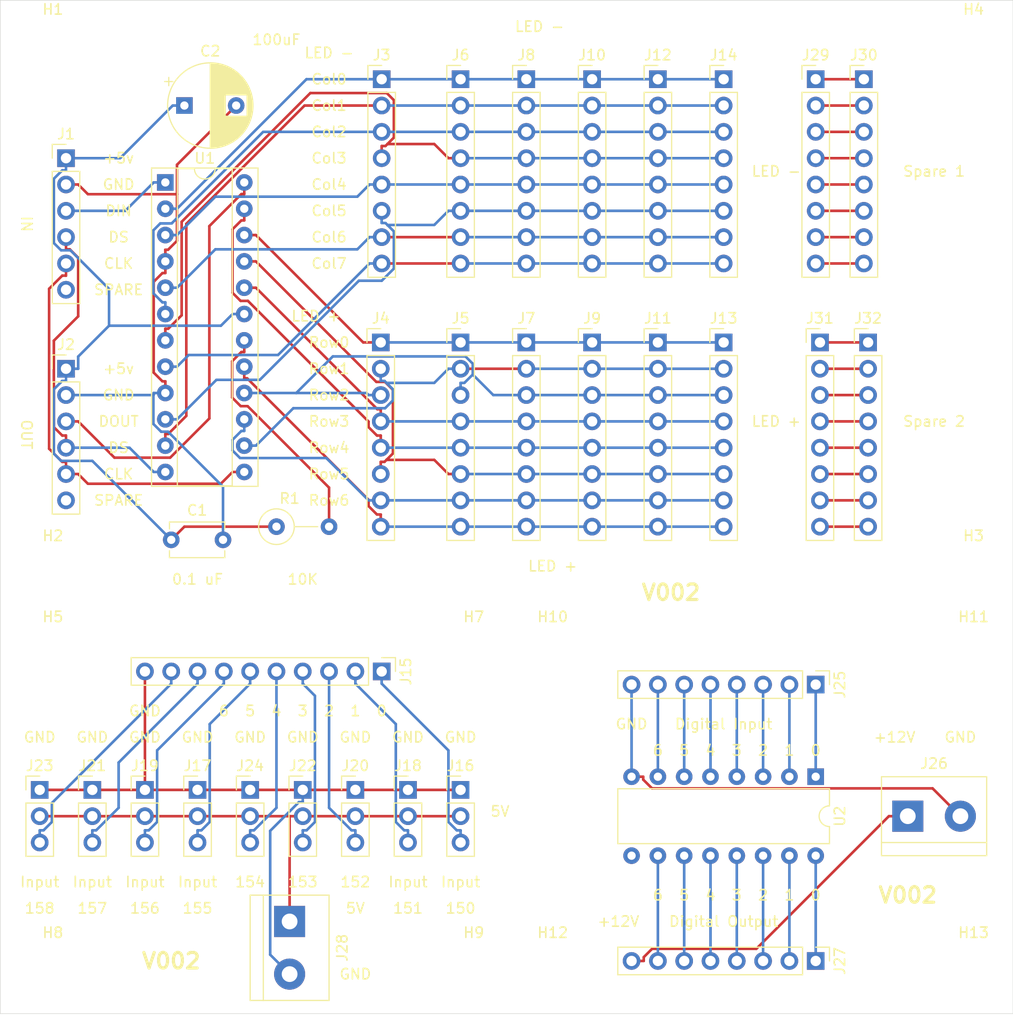
<source format=kicad_pcb>
(kicad_pcb (version 20171130) (host pcbnew "(5.1.2-1)-1")

  (general
    (thickness 1.6)
    (drawings 102)
    (tracks 424)
    (zones 0)
    (modules 49)
    (nets 70)
  )

  (page A4)
  (layers
    (0 F.Cu signal)
    (31 B.Cu signal)
    (32 B.Adhes user)
    (33 F.Adhes user)
    (34 B.Paste user)
    (35 F.Paste user)
    (36 B.SilkS user)
    (37 F.SilkS user)
    (38 B.Mask user)
    (39 F.Mask user)
    (40 Dwgs.User user)
    (41 Cmts.User user)
    (42 Eco1.User user)
    (43 Eco2.User user)
    (44 Edge.Cuts user)
    (45 Margin user)
    (46 B.CrtYd user)
    (47 F.CrtYd user)
    (48 B.Fab user)
    (49 F.Fab user)
  )

  (setup
    (last_trace_width 0.25)
    (trace_clearance 0.2)
    (zone_clearance 0.508)
    (zone_45_only no)
    (trace_min 0.2)
    (via_size 0.8)
    (via_drill 0.4)
    (via_min_size 0.4)
    (via_min_drill 0.3)
    (uvia_size 0.3)
    (uvia_drill 0.1)
    (uvias_allowed no)
    (uvia_min_size 0.2)
    (uvia_min_drill 0.1)
    (edge_width 0.05)
    (segment_width 0.2)
    (pcb_text_width 0.3)
    (pcb_text_size 1.5 1.5)
    (mod_edge_width 0.12)
    (mod_text_size 1 1)
    (mod_text_width 0.15)
    (pad_size 1.524 1.524)
    (pad_drill 0.762)
    (pad_to_mask_clearance 0.051)
    (solder_mask_min_width 0.25)
    (aux_axis_origin 0 0)
    (visible_elements FFFFEF7F)
    (pcbplotparams
      (layerselection 0x010fc_ffffffff)
      (usegerberextensions false)
      (usegerberattributes false)
      (usegerberadvancedattributes false)
      (creategerberjobfile false)
      (excludeedgelayer true)
      (linewidth 0.100000)
      (plotframeref false)
      (viasonmask false)
      (mode 1)
      (useauxorigin false)
      (hpglpennumber 1)
      (hpglpenspeed 20)
      (hpglpendiameter 15.000000)
      (psnegative false)
      (psa4output false)
      (plotreference true)
      (plotvalue true)
      (plotinvisibletext false)
      (padsonsilk false)
      (subtractmaskfromsilk false)
      (outputformat 1)
      (mirror false)
      (drillshape 0)
      (scaleselection 1)
      (outputdirectory "./"))
  )

  (net 0 "")
  (net 1 "Net-(J1-Pad6)")
  (net 2 GND)
  (net 3 +5V)
  (net 4 /CLK)
  (net 5 /LOAD)
  (net 6 /DIN)
  (net 7 "Net-(J2-Pad6)")
  (net 8 /DOUT)
  (net 9 /Col7)
  (net 10 /Col6)
  (net 11 /Col5)
  (net 12 /Col4)
  (net 13 /Col3)
  (net 14 /Col2)
  (net 15 /Col1)
  (net 16 /Col0)
  (net 17 /Row7)
  (net 18 /Row6)
  (net 19 /Row5)
  (net 20 /Row4)
  (net 21 /Row3)
  (net 22 /Row2)
  (net 23 /Row1)
  (net 24 /Row0)
  (net 25 "Net-(R1-Pad2)")
  (net 26 GNDA)
  (net 27 /Servo8)
  (net 28 /Servo7)
  (net 29 /Servo6)
  (net 30 /Servo5)
  (net 31 /Servo4)
  (net 32 /Servo3)
  (net 33 /Servo2)
  (net 34 /Servo1)
  (net 35 /Servo0)
  (net 36 /5VA)
  (net 37 GNDD)
  (net 38 /In6)
  (net 39 /In5)
  (net 40 /In4)
  (net 41 /In3)
  (net 42 /In2)
  (net 43 /In1)
  (net 44 /In0)
  (net 45 +12V)
  (net 46 /Out6)
  (net 47 /Out5)
  (net 48 /Out4)
  (net 49 /Out3)
  (net 50 /Out2)
  (net 51 /Out1)
  (net 52 /Out0)
  (net 53 "Net-(U2-Pad9)")
  (net 54 "Net-(J29-Pad8)")
  (net 55 "Net-(J29-Pad7)")
  (net 56 "Net-(J29-Pad6)")
  (net 57 "Net-(J29-Pad5)")
  (net 58 "Net-(J29-Pad4)")
  (net 59 "Net-(J29-Pad3)")
  (net 60 "Net-(J29-Pad2)")
  (net 61 "Net-(J29-Pad1)")
  (net 62 "Net-(J31-Pad8)")
  (net 63 "Net-(J31-Pad7)")
  (net 64 "Net-(J31-Pad6)")
  (net 65 "Net-(J31-Pad5)")
  (net 66 "Net-(J31-Pad4)")
  (net 67 "Net-(J31-Pad3)")
  (net 68 "Net-(J31-Pad2)")
  (net 69 "Net-(J31-Pad1)")

  (net_class Default "This is the default net class."
    (clearance 0.2)
    (trace_width 0.25)
    (via_dia 0.8)
    (via_drill 0.4)
    (uvia_dia 0.3)
    (uvia_drill 0.1)
    (add_net +12V)
    (add_net +5V)
    (add_net /5VA)
    (add_net /CLK)
    (add_net /Col0)
    (add_net /Col1)
    (add_net /Col2)
    (add_net /Col3)
    (add_net /Col4)
    (add_net /Col5)
    (add_net /Col6)
    (add_net /Col7)
    (add_net /DIN)
    (add_net /DOUT)
    (add_net /In0)
    (add_net /In1)
    (add_net /In2)
    (add_net /In3)
    (add_net /In4)
    (add_net /In5)
    (add_net /In6)
    (add_net /LOAD)
    (add_net /Out0)
    (add_net /Out1)
    (add_net /Out2)
    (add_net /Out3)
    (add_net /Out4)
    (add_net /Out5)
    (add_net /Out6)
    (add_net /Row0)
    (add_net /Row1)
    (add_net /Row2)
    (add_net /Row3)
    (add_net /Row4)
    (add_net /Row5)
    (add_net /Row6)
    (add_net /Row7)
    (add_net /Servo0)
    (add_net /Servo1)
    (add_net /Servo2)
    (add_net /Servo3)
    (add_net /Servo4)
    (add_net /Servo5)
    (add_net /Servo6)
    (add_net /Servo7)
    (add_net /Servo8)
    (add_net GND)
    (add_net GNDA)
    (add_net GNDD)
    (add_net "Net-(J1-Pad6)")
    (add_net "Net-(J2-Pad6)")
    (add_net "Net-(J29-Pad1)")
    (add_net "Net-(J29-Pad2)")
    (add_net "Net-(J29-Pad3)")
    (add_net "Net-(J29-Pad4)")
    (add_net "Net-(J29-Pad5)")
    (add_net "Net-(J29-Pad6)")
    (add_net "Net-(J29-Pad7)")
    (add_net "Net-(J29-Pad8)")
    (add_net "Net-(J31-Pad1)")
    (add_net "Net-(J31-Pad2)")
    (add_net "Net-(J31-Pad3)")
    (add_net "Net-(J31-Pad4)")
    (add_net "Net-(J31-Pad5)")
    (add_net "Net-(J31-Pad6)")
    (add_net "Net-(J31-Pad7)")
    (add_net "Net-(J31-Pad8)")
    (add_net "Net-(R1-Pad2)")
    (add_net "Net-(U2-Pad9)")
  )

  (net_class Power ""
    (clearance 0.2)
    (trace_width 0.5)
    (via_dia 0.8)
    (via_drill 0.4)
    (uvia_dia 0.3)
    (uvia_drill 0.1)
  )

  (module Connector_PinHeader_2.54mm:PinHeader_1x08_P2.54mm_Vertical (layer F.Cu) (tedit 59FED5CC) (tstamp 5D2645AE)
    (at 196.83 77.47)
    (descr "Through hole straight pin header, 1x08, 2.54mm pitch, single row")
    (tags "Through hole pin header THT 1x08 2.54mm single row")
    (path /5D2A709D)
    (fp_text reference J32 (at 0 -2.33) (layer F.SilkS)
      (effects (font (size 1 1) (thickness 0.15)))
    )
    (fp_text value " " (at 0 20.11) (layer F.Fab)
      (effects (font (size 1 1) (thickness 0.15)))
    )
    (fp_text user %R (at 0 8.89 90) (layer F.Fab)
      (effects (font (size 1 1) (thickness 0.15)))
    )
    (fp_line (start 1.8 -1.8) (end -1.8 -1.8) (layer F.CrtYd) (width 0.05))
    (fp_line (start 1.8 19.55) (end 1.8 -1.8) (layer F.CrtYd) (width 0.05))
    (fp_line (start -1.8 19.55) (end 1.8 19.55) (layer F.CrtYd) (width 0.05))
    (fp_line (start -1.8 -1.8) (end -1.8 19.55) (layer F.CrtYd) (width 0.05))
    (fp_line (start -1.33 -1.33) (end 0 -1.33) (layer F.SilkS) (width 0.12))
    (fp_line (start -1.33 0) (end -1.33 -1.33) (layer F.SilkS) (width 0.12))
    (fp_line (start -1.33 1.27) (end 1.33 1.27) (layer F.SilkS) (width 0.12))
    (fp_line (start 1.33 1.27) (end 1.33 19.11) (layer F.SilkS) (width 0.12))
    (fp_line (start -1.33 1.27) (end -1.33 19.11) (layer F.SilkS) (width 0.12))
    (fp_line (start -1.33 19.11) (end 1.33 19.11) (layer F.SilkS) (width 0.12))
    (fp_line (start -1.27 -0.635) (end -0.635 -1.27) (layer F.Fab) (width 0.1))
    (fp_line (start -1.27 19.05) (end -1.27 -0.635) (layer F.Fab) (width 0.1))
    (fp_line (start 1.27 19.05) (end -1.27 19.05) (layer F.Fab) (width 0.1))
    (fp_line (start 1.27 -1.27) (end 1.27 19.05) (layer F.Fab) (width 0.1))
    (fp_line (start -0.635 -1.27) (end 1.27 -1.27) (layer F.Fab) (width 0.1))
    (pad 8 thru_hole oval (at 0 17.78) (size 1.7 1.7) (drill 1) (layers *.Cu *.Mask)
      (net 62 "Net-(J31-Pad8)"))
    (pad 7 thru_hole oval (at 0 15.24) (size 1.7 1.7) (drill 1) (layers *.Cu *.Mask)
      (net 63 "Net-(J31-Pad7)"))
    (pad 6 thru_hole oval (at 0 12.7) (size 1.7 1.7) (drill 1) (layers *.Cu *.Mask)
      (net 64 "Net-(J31-Pad6)"))
    (pad 5 thru_hole oval (at 0 10.16) (size 1.7 1.7) (drill 1) (layers *.Cu *.Mask)
      (net 65 "Net-(J31-Pad5)"))
    (pad 4 thru_hole oval (at 0 7.62) (size 1.7 1.7) (drill 1) (layers *.Cu *.Mask)
      (net 66 "Net-(J31-Pad4)"))
    (pad 3 thru_hole oval (at 0 5.08) (size 1.7 1.7) (drill 1) (layers *.Cu *.Mask)
      (net 67 "Net-(J31-Pad3)"))
    (pad 2 thru_hole oval (at 0 2.54) (size 1.7 1.7) (drill 1) (layers *.Cu *.Mask)
      (net 68 "Net-(J31-Pad2)"))
    (pad 1 thru_hole rect (at 0 0) (size 1.7 1.7) (drill 1) (layers *.Cu *.Mask)
      (net 69 "Net-(J31-Pad1)"))
    (model ${KISYS3DMOD}/Connector_PinHeader_2.54mm.3dshapes/PinHeader_1x08_P2.54mm_Vertical.wrl
      (at (xyz 0 0 0))
      (scale (xyz 1 1 1))
      (rotate (xyz 0 0 0))
    )
  )

  (module Connector_PinHeader_2.54mm:PinHeader_1x08_P2.54mm_Vertical (layer F.Cu) (tedit 59FED5CC) (tstamp 5D264592)
    (at 192.18 77.47)
    (descr "Through hole straight pin header, 1x08, 2.54mm pitch, single row")
    (tags "Through hole pin header THT 1x08 2.54mm single row")
    (path /5D2A5E5D)
    (fp_text reference J31 (at 0 -2.33) (layer F.SilkS)
      (effects (font (size 1 1) (thickness 0.15)))
    )
    (fp_text value " " (at 0 20.11) (layer F.Fab)
      (effects (font (size 1 1) (thickness 0.15)))
    )
    (fp_text user %R (at 0 8.89 90) (layer F.Fab)
      (effects (font (size 1 1) (thickness 0.15)))
    )
    (fp_line (start 1.8 -1.8) (end -1.8 -1.8) (layer F.CrtYd) (width 0.05))
    (fp_line (start 1.8 19.55) (end 1.8 -1.8) (layer F.CrtYd) (width 0.05))
    (fp_line (start -1.8 19.55) (end 1.8 19.55) (layer F.CrtYd) (width 0.05))
    (fp_line (start -1.8 -1.8) (end -1.8 19.55) (layer F.CrtYd) (width 0.05))
    (fp_line (start -1.33 -1.33) (end 0 -1.33) (layer F.SilkS) (width 0.12))
    (fp_line (start -1.33 0) (end -1.33 -1.33) (layer F.SilkS) (width 0.12))
    (fp_line (start -1.33 1.27) (end 1.33 1.27) (layer F.SilkS) (width 0.12))
    (fp_line (start 1.33 1.27) (end 1.33 19.11) (layer F.SilkS) (width 0.12))
    (fp_line (start -1.33 1.27) (end -1.33 19.11) (layer F.SilkS) (width 0.12))
    (fp_line (start -1.33 19.11) (end 1.33 19.11) (layer F.SilkS) (width 0.12))
    (fp_line (start -1.27 -0.635) (end -0.635 -1.27) (layer F.Fab) (width 0.1))
    (fp_line (start -1.27 19.05) (end -1.27 -0.635) (layer F.Fab) (width 0.1))
    (fp_line (start 1.27 19.05) (end -1.27 19.05) (layer F.Fab) (width 0.1))
    (fp_line (start 1.27 -1.27) (end 1.27 19.05) (layer F.Fab) (width 0.1))
    (fp_line (start -0.635 -1.27) (end 1.27 -1.27) (layer F.Fab) (width 0.1))
    (pad 8 thru_hole oval (at 0 17.78) (size 1.7 1.7) (drill 1) (layers *.Cu *.Mask)
      (net 62 "Net-(J31-Pad8)"))
    (pad 7 thru_hole oval (at 0 15.24) (size 1.7 1.7) (drill 1) (layers *.Cu *.Mask)
      (net 63 "Net-(J31-Pad7)"))
    (pad 6 thru_hole oval (at 0 12.7) (size 1.7 1.7) (drill 1) (layers *.Cu *.Mask)
      (net 64 "Net-(J31-Pad6)"))
    (pad 5 thru_hole oval (at 0 10.16) (size 1.7 1.7) (drill 1) (layers *.Cu *.Mask)
      (net 65 "Net-(J31-Pad5)"))
    (pad 4 thru_hole oval (at 0 7.62) (size 1.7 1.7) (drill 1) (layers *.Cu *.Mask)
      (net 66 "Net-(J31-Pad4)"))
    (pad 3 thru_hole oval (at 0 5.08) (size 1.7 1.7) (drill 1) (layers *.Cu *.Mask)
      (net 67 "Net-(J31-Pad3)"))
    (pad 2 thru_hole oval (at 0 2.54) (size 1.7 1.7) (drill 1) (layers *.Cu *.Mask)
      (net 68 "Net-(J31-Pad2)"))
    (pad 1 thru_hole rect (at 0 0) (size 1.7 1.7) (drill 1) (layers *.Cu *.Mask)
      (net 69 "Net-(J31-Pad1)"))
    (model ${KISYS3DMOD}/Connector_PinHeader_2.54mm.3dshapes/PinHeader_1x08_P2.54mm_Vertical.wrl
      (at (xyz 0 0 0))
      (scale (xyz 1 1 1))
      (rotate (xyz 0 0 0))
    )
  )

  (module Connector_PinHeader_2.54mm:PinHeader_1x08_P2.54mm_Vertical (layer F.Cu) (tedit 59FED5CC) (tstamp 5D264576)
    (at 196.42 52.07)
    (descr "Through hole straight pin header, 1x08, 2.54mm pitch, single row")
    (tags "Through hole pin header THT 1x08 2.54mm single row")
    (path /5D2B094D)
    (fp_text reference J30 (at 0 -2.33) (layer F.SilkS)
      (effects (font (size 1 1) (thickness 0.15)))
    )
    (fp_text value " " (at 0 20.11) (layer F.Fab)
      (effects (font (size 1 1) (thickness 0.15)))
    )
    (fp_text user %R (at 0 8.89 90) (layer F.Fab)
      (effects (font (size 1 1) (thickness 0.15)))
    )
    (fp_line (start 1.8 -1.8) (end -1.8 -1.8) (layer F.CrtYd) (width 0.05))
    (fp_line (start 1.8 19.55) (end 1.8 -1.8) (layer F.CrtYd) (width 0.05))
    (fp_line (start -1.8 19.55) (end 1.8 19.55) (layer F.CrtYd) (width 0.05))
    (fp_line (start -1.8 -1.8) (end -1.8 19.55) (layer F.CrtYd) (width 0.05))
    (fp_line (start -1.33 -1.33) (end 0 -1.33) (layer F.SilkS) (width 0.12))
    (fp_line (start -1.33 0) (end -1.33 -1.33) (layer F.SilkS) (width 0.12))
    (fp_line (start -1.33 1.27) (end 1.33 1.27) (layer F.SilkS) (width 0.12))
    (fp_line (start 1.33 1.27) (end 1.33 19.11) (layer F.SilkS) (width 0.12))
    (fp_line (start -1.33 1.27) (end -1.33 19.11) (layer F.SilkS) (width 0.12))
    (fp_line (start -1.33 19.11) (end 1.33 19.11) (layer F.SilkS) (width 0.12))
    (fp_line (start -1.27 -0.635) (end -0.635 -1.27) (layer F.Fab) (width 0.1))
    (fp_line (start -1.27 19.05) (end -1.27 -0.635) (layer F.Fab) (width 0.1))
    (fp_line (start 1.27 19.05) (end -1.27 19.05) (layer F.Fab) (width 0.1))
    (fp_line (start 1.27 -1.27) (end 1.27 19.05) (layer F.Fab) (width 0.1))
    (fp_line (start -0.635 -1.27) (end 1.27 -1.27) (layer F.Fab) (width 0.1))
    (pad 8 thru_hole oval (at 0 17.78) (size 1.7 1.7) (drill 1) (layers *.Cu *.Mask)
      (net 54 "Net-(J29-Pad8)"))
    (pad 7 thru_hole oval (at 0 15.24) (size 1.7 1.7) (drill 1) (layers *.Cu *.Mask)
      (net 55 "Net-(J29-Pad7)"))
    (pad 6 thru_hole oval (at 0 12.7) (size 1.7 1.7) (drill 1) (layers *.Cu *.Mask)
      (net 56 "Net-(J29-Pad6)"))
    (pad 5 thru_hole oval (at 0 10.16) (size 1.7 1.7) (drill 1) (layers *.Cu *.Mask)
      (net 57 "Net-(J29-Pad5)"))
    (pad 4 thru_hole oval (at 0 7.62) (size 1.7 1.7) (drill 1) (layers *.Cu *.Mask)
      (net 58 "Net-(J29-Pad4)"))
    (pad 3 thru_hole oval (at 0 5.08) (size 1.7 1.7) (drill 1) (layers *.Cu *.Mask)
      (net 59 "Net-(J29-Pad3)"))
    (pad 2 thru_hole oval (at 0 2.54) (size 1.7 1.7) (drill 1) (layers *.Cu *.Mask)
      (net 60 "Net-(J29-Pad2)"))
    (pad 1 thru_hole rect (at 0 0) (size 1.7 1.7) (drill 1) (layers *.Cu *.Mask)
      (net 61 "Net-(J29-Pad1)"))
    (model ${KISYS3DMOD}/Connector_PinHeader_2.54mm.3dshapes/PinHeader_1x08_P2.54mm_Vertical.wrl
      (at (xyz 0 0 0))
      (scale (xyz 1 1 1))
      (rotate (xyz 0 0 0))
    )
  )

  (module Connector_PinHeader_2.54mm:PinHeader_1x08_P2.54mm_Vertical (layer F.Cu) (tedit 59FED5CC) (tstamp 5D26455A)
    (at 191.77 52.07)
    (descr "Through hole straight pin header, 1x08, 2.54mm pitch, single row")
    (tags "Through hole pin header THT 1x08 2.54mm single row")
    (path /5D2B0943)
    (fp_text reference J29 (at 0 -2.33) (layer F.SilkS)
      (effects (font (size 1 1) (thickness 0.15)))
    )
    (fp_text value " " (at 0 20.11) (layer F.Fab)
      (effects (font (size 1 1) (thickness 0.15)))
    )
    (fp_text user %R (at 0 8.89 90) (layer F.Fab)
      (effects (font (size 1 1) (thickness 0.15)))
    )
    (fp_line (start 1.8 -1.8) (end -1.8 -1.8) (layer F.CrtYd) (width 0.05))
    (fp_line (start 1.8 19.55) (end 1.8 -1.8) (layer F.CrtYd) (width 0.05))
    (fp_line (start -1.8 19.55) (end 1.8 19.55) (layer F.CrtYd) (width 0.05))
    (fp_line (start -1.8 -1.8) (end -1.8 19.55) (layer F.CrtYd) (width 0.05))
    (fp_line (start -1.33 -1.33) (end 0 -1.33) (layer F.SilkS) (width 0.12))
    (fp_line (start -1.33 0) (end -1.33 -1.33) (layer F.SilkS) (width 0.12))
    (fp_line (start -1.33 1.27) (end 1.33 1.27) (layer F.SilkS) (width 0.12))
    (fp_line (start 1.33 1.27) (end 1.33 19.11) (layer F.SilkS) (width 0.12))
    (fp_line (start -1.33 1.27) (end -1.33 19.11) (layer F.SilkS) (width 0.12))
    (fp_line (start -1.33 19.11) (end 1.33 19.11) (layer F.SilkS) (width 0.12))
    (fp_line (start -1.27 -0.635) (end -0.635 -1.27) (layer F.Fab) (width 0.1))
    (fp_line (start -1.27 19.05) (end -1.27 -0.635) (layer F.Fab) (width 0.1))
    (fp_line (start 1.27 19.05) (end -1.27 19.05) (layer F.Fab) (width 0.1))
    (fp_line (start 1.27 -1.27) (end 1.27 19.05) (layer F.Fab) (width 0.1))
    (fp_line (start -0.635 -1.27) (end 1.27 -1.27) (layer F.Fab) (width 0.1))
    (pad 8 thru_hole oval (at 0 17.78) (size 1.7 1.7) (drill 1) (layers *.Cu *.Mask)
      (net 54 "Net-(J29-Pad8)"))
    (pad 7 thru_hole oval (at 0 15.24) (size 1.7 1.7) (drill 1) (layers *.Cu *.Mask)
      (net 55 "Net-(J29-Pad7)"))
    (pad 6 thru_hole oval (at 0 12.7) (size 1.7 1.7) (drill 1) (layers *.Cu *.Mask)
      (net 56 "Net-(J29-Pad6)"))
    (pad 5 thru_hole oval (at 0 10.16) (size 1.7 1.7) (drill 1) (layers *.Cu *.Mask)
      (net 57 "Net-(J29-Pad5)"))
    (pad 4 thru_hole oval (at 0 7.62) (size 1.7 1.7) (drill 1) (layers *.Cu *.Mask)
      (net 58 "Net-(J29-Pad4)"))
    (pad 3 thru_hole oval (at 0 5.08) (size 1.7 1.7) (drill 1) (layers *.Cu *.Mask)
      (net 59 "Net-(J29-Pad3)"))
    (pad 2 thru_hole oval (at 0 2.54) (size 1.7 1.7) (drill 1) (layers *.Cu *.Mask)
      (net 60 "Net-(J29-Pad2)"))
    (pad 1 thru_hole rect (at 0 0) (size 1.7 1.7) (drill 1) (layers *.Cu *.Mask)
      (net 61 "Net-(J29-Pad1)"))
    (model ${KISYS3DMOD}/Connector_PinHeader_2.54mm.3dshapes/PinHeader_1x08_P2.54mm_Vertical.wrl
      (at (xyz 0 0 0))
      (scale (xyz 1 1 1))
      (rotate (xyz 0 0 0))
    )
  )

  (module MountingHole:MountingHole_3mm (layer F.Cu) (tedit 56D1B4CB) (tstamp 5D263156)
    (at 118.11 107.95)
    (descr "Mounting Hole 3mm, no annular")
    (tags "mounting hole 3mm no annular")
    (attr virtual)
    (fp_text reference H5 (at 0 -4) (layer F.SilkS)
      (effects (font (size 1 1) (thickness 0.15)))
    )
    (fp_text value " " (at 0 4) (layer F.Fab)
      (effects (font (size 1 1) (thickness 0.15)))
    )
    (fp_circle (center 0 0) (end 3.25 0) (layer F.CrtYd) (width 0.05))
    (fp_circle (center 0 0) (end 3 0) (layer Cmts.User) (width 0.15))
    (fp_text user %R (at 0.3 0) (layer F.Fab)
      (effects (font (size 1 1) (thickness 0.15)))
    )
    (pad 1 np_thru_hole circle (at 0 0) (size 3 3) (drill 3) (layers *.Cu *.Mask))
  )

  (module MountingHole:MountingHole_3mm (layer F.Cu) (tedit 56D1B4CB) (tstamp 5D263132)
    (at 118.11 138.43)
    (descr "Mounting Hole 3mm, no annular")
    (tags "mounting hole 3mm no annular")
    (attr virtual)
    (fp_text reference H8 (at 0 -4) (layer F.SilkS)
      (effects (font (size 1 1) (thickness 0.15)))
    )
    (fp_text value " " (at 0 4) (layer F.Fab)
      (effects (font (size 1 1) (thickness 0.15)))
    )
    (fp_circle (center 0 0) (end 3.25 0) (layer F.CrtYd) (width 0.05))
    (fp_circle (center 0 0) (end 3 0) (layer Cmts.User) (width 0.15))
    (fp_text user %R (at 0.3 0) (layer F.Fab)
      (effects (font (size 1 1) (thickness 0.15)))
    )
    (pad 1 np_thru_hole circle (at 0 0) (size 3 3) (drill 3) (layers *.Cu *.Mask))
  )

  (module MountingHole:MountingHole_3mm (layer F.Cu) (tedit 56D1B4CB) (tstamp 5D26310E)
    (at 158.75 138.43)
    (descr "Mounting Hole 3mm, no annular")
    (tags "mounting hole 3mm no annular")
    (attr virtual)
    (fp_text reference H9 (at 0 -4) (layer F.SilkS)
      (effects (font (size 1 1) (thickness 0.15)))
    )
    (fp_text value " " (at 0 4) (layer F.Fab)
      (effects (font (size 1 1) (thickness 0.15)))
    )
    (fp_circle (center 0 0) (end 3.25 0) (layer F.CrtYd) (width 0.05))
    (fp_circle (center 0 0) (end 3 0) (layer Cmts.User) (width 0.15))
    (fp_text user %R (at 0.3 0) (layer F.Fab)
      (effects (font (size 1 1) (thickness 0.15)))
    )
    (pad 1 np_thru_hole circle (at 0 0) (size 3 3) (drill 3) (layers *.Cu *.Mask))
  )

  (module MountingHole:MountingHole_3mm (layer F.Cu) (tedit 56D1B4CB) (tstamp 5D2630EA)
    (at 158.75 107.95)
    (descr "Mounting Hole 3mm, no annular")
    (tags "mounting hole 3mm no annular")
    (attr virtual)
    (fp_text reference H7 (at 0 -4) (layer F.SilkS)
      (effects (font (size 1 1) (thickness 0.15)))
    )
    (fp_text value " " (at 0 4) (layer F.Fab)
      (effects (font (size 1 1) (thickness 0.15)))
    )
    (fp_circle (center 0 0) (end 3.25 0) (layer F.CrtYd) (width 0.05))
    (fp_circle (center 0 0) (end 3 0) (layer Cmts.User) (width 0.15))
    (fp_text user %R (at 0.3 0) (layer F.Fab)
      (effects (font (size 1 1) (thickness 0.15)))
    )
    (pad 1 np_thru_hole circle (at 0 0) (size 3 3) (drill 3) (layers *.Cu *.Mask))
  )

  (module MountingHole:MountingHole_3mm (layer F.Cu) (tedit 56D1B4CB) (tstamp 5D2630C6)
    (at 166.37 138.43)
    (descr "Mounting Hole 3mm, no annular")
    (tags "mounting hole 3mm no annular")
    (attr virtual)
    (fp_text reference H12 (at 0 -4) (layer F.SilkS)
      (effects (font (size 1 1) (thickness 0.15)))
    )
    (fp_text value " " (at 0 4) (layer F.Fab)
      (effects (font (size 1 1) (thickness 0.15)))
    )
    (fp_circle (center 0 0) (end 3.25 0) (layer F.CrtYd) (width 0.05))
    (fp_circle (center 0 0) (end 3 0) (layer Cmts.User) (width 0.15))
    (fp_text user %R (at 0.3 0) (layer F.Fab)
      (effects (font (size 1 1) (thickness 0.15)))
    )
    (pad 1 np_thru_hole circle (at 0 0) (size 3 3) (drill 3) (layers *.Cu *.Mask))
  )

  (module MountingHole:MountingHole_3mm (layer F.Cu) (tedit 56D1B4CB) (tstamp 5D2630A2)
    (at 166.37 107.95)
    (descr "Mounting Hole 3mm, no annular")
    (tags "mounting hole 3mm no annular")
    (attr virtual)
    (fp_text reference H10 (at 0 -4) (layer F.SilkS)
      (effects (font (size 1 1) (thickness 0.15)))
    )
    (fp_text value " " (at 0 4) (layer F.Fab)
      (effects (font (size 1 1) (thickness 0.15)))
    )
    (fp_circle (center 0 0) (end 3.25 0) (layer F.CrtYd) (width 0.05))
    (fp_circle (center 0 0) (end 3 0) (layer Cmts.User) (width 0.15))
    (fp_text user %R (at 0.3 0) (layer F.Fab)
      (effects (font (size 1 1) (thickness 0.15)))
    )
    (pad 1 np_thru_hole circle (at 0 0) (size 3 3) (drill 3) (layers *.Cu *.Mask))
  )

  (module MountingHole:MountingHole_3mm (layer F.Cu) (tedit 56D1B4CB) (tstamp 5D26307E)
    (at 207.01 138.43)
    (descr "Mounting Hole 3mm, no annular")
    (tags "mounting hole 3mm no annular")
    (attr virtual)
    (fp_text reference H13 (at 0 -4) (layer F.SilkS)
      (effects (font (size 1 1) (thickness 0.15)))
    )
    (fp_text value " " (at 0 4) (layer F.Fab)
      (effects (font (size 1 1) (thickness 0.15)))
    )
    (fp_circle (center 0 0) (end 3.25 0) (layer F.CrtYd) (width 0.05))
    (fp_circle (center 0 0) (end 3 0) (layer Cmts.User) (width 0.15))
    (fp_text user %R (at 0.3 0) (layer F.Fab)
      (effects (font (size 1 1) (thickness 0.15)))
    )
    (pad 1 np_thru_hole circle (at 0 0) (size 3 3) (drill 3) (layers *.Cu *.Mask))
  )

  (module MountingHole:MountingHole_3mm (layer F.Cu) (tedit 56D1B4CB) (tstamp 5D26305A)
    (at 207.01 107.95)
    (descr "Mounting Hole 3mm, no annular")
    (tags "mounting hole 3mm no annular")
    (attr virtual)
    (fp_text reference H11 (at 0 -4) (layer F.SilkS)
      (effects (font (size 1 1) (thickness 0.15)))
    )
    (fp_text value " " (at 0 4) (layer F.Fab)
      (effects (font (size 1 1) (thickness 0.15)))
    )
    (fp_circle (center 0 0) (end 3.25 0) (layer F.CrtYd) (width 0.05))
    (fp_circle (center 0 0) (end 3 0) (layer Cmts.User) (width 0.15))
    (fp_text user %R (at 0.3 0) (layer F.Fab)
      (effects (font (size 1 1) (thickness 0.15)))
    )
    (pad 1 np_thru_hole circle (at 0 0) (size 3 3) (drill 3) (layers *.Cu *.Mask))
  )

  (module TerminalBlock:TerminalBlock_bornier-2_P5.08mm (layer F.Cu) (tedit 59FF03AB) (tstamp 5D25D906)
    (at 140.97 133.35 270)
    (descr "simple 2-pin terminal block, pitch 5.08mm, revamped version of bornier2")
    (tags "terminal block bornier2")
    (path /5D25D4CE)
    (fp_text reference J28 (at 2.54 -5.08 90) (layer F.SilkS)
      (effects (font (size 1 1) (thickness 0.15)))
    )
    (fp_text value " " (at 2.54 5.08 90) (layer F.Fab)
      (effects (font (size 1 1) (thickness 0.15)))
    )
    (fp_line (start 7.79 4) (end -2.71 4) (layer F.CrtYd) (width 0.05))
    (fp_line (start 7.79 4) (end 7.79 -4) (layer F.CrtYd) (width 0.05))
    (fp_line (start -2.71 -4) (end -2.71 4) (layer F.CrtYd) (width 0.05))
    (fp_line (start -2.71 -4) (end 7.79 -4) (layer F.CrtYd) (width 0.05))
    (fp_line (start -2.54 3.81) (end 7.62 3.81) (layer F.SilkS) (width 0.12))
    (fp_line (start -2.54 -3.81) (end -2.54 3.81) (layer F.SilkS) (width 0.12))
    (fp_line (start 7.62 -3.81) (end -2.54 -3.81) (layer F.SilkS) (width 0.12))
    (fp_line (start 7.62 3.81) (end 7.62 -3.81) (layer F.SilkS) (width 0.12))
    (fp_line (start 7.62 2.54) (end -2.54 2.54) (layer F.SilkS) (width 0.12))
    (fp_line (start 7.54 -3.75) (end -2.46 -3.75) (layer F.Fab) (width 0.1))
    (fp_line (start 7.54 3.75) (end 7.54 -3.75) (layer F.Fab) (width 0.1))
    (fp_line (start -2.46 3.75) (end 7.54 3.75) (layer F.Fab) (width 0.1))
    (fp_line (start -2.46 -3.75) (end -2.46 3.75) (layer F.Fab) (width 0.1))
    (fp_line (start -2.41 2.55) (end 7.49 2.55) (layer F.Fab) (width 0.1))
    (fp_text user %R (at 2.54 0 90) (layer F.Fab)
      (effects (font (size 1 1) (thickness 0.15)))
    )
    (pad 2 thru_hole circle (at 5.08 0 270) (size 3 3) (drill 1.52) (layers *.Cu *.Mask)
      (net 26 GNDA))
    (pad 1 thru_hole rect (at 0 0 270) (size 3 3) (drill 1.52) (layers *.Cu *.Mask)
      (net 36 /5VA))
    (model ${KISYS3DMOD}/TerminalBlock.3dshapes/TerminalBlock_bornier-2_P5.08mm.wrl
      (offset (xyz 2.539999961853027 0 0))
      (scale (xyz 1 1 1))
      (rotate (xyz 0 0 0))
    )
  )

  (module TerminalBlock:TerminalBlock_bornier-2_P5.08mm (layer F.Cu) (tedit 59FF03AB) (tstamp 5D25E85E)
    (at 200.66 123.19)
    (descr "simple 2-pin terminal block, pitch 5.08mm, revamped version of bornier2")
    (tags "terminal block bornier2")
    (path /5D39C3C7)
    (fp_text reference J26 (at 2.54 -5.08) (layer F.SilkS)
      (effects (font (size 1 1) (thickness 0.15)))
    )
    (fp_text value " " (at 2.54 5.08) (layer F.Fab)
      (effects (font (size 1 1) (thickness 0.15)))
    )
    (fp_line (start 7.79 4) (end -2.71 4) (layer F.CrtYd) (width 0.05))
    (fp_line (start 7.79 4) (end 7.79 -4) (layer F.CrtYd) (width 0.05))
    (fp_line (start -2.71 -4) (end -2.71 4) (layer F.CrtYd) (width 0.05))
    (fp_line (start -2.71 -4) (end 7.79 -4) (layer F.CrtYd) (width 0.05))
    (fp_line (start -2.54 3.81) (end 7.62 3.81) (layer F.SilkS) (width 0.12))
    (fp_line (start -2.54 -3.81) (end -2.54 3.81) (layer F.SilkS) (width 0.12))
    (fp_line (start 7.62 -3.81) (end -2.54 -3.81) (layer F.SilkS) (width 0.12))
    (fp_line (start 7.62 3.81) (end 7.62 -3.81) (layer F.SilkS) (width 0.12))
    (fp_line (start 7.62 2.54) (end -2.54 2.54) (layer F.SilkS) (width 0.12))
    (fp_line (start 7.54 -3.75) (end -2.46 -3.75) (layer F.Fab) (width 0.1))
    (fp_line (start 7.54 3.75) (end 7.54 -3.75) (layer F.Fab) (width 0.1))
    (fp_line (start -2.46 3.75) (end 7.54 3.75) (layer F.Fab) (width 0.1))
    (fp_line (start -2.46 -3.75) (end -2.46 3.75) (layer F.Fab) (width 0.1))
    (fp_line (start -2.41 2.55) (end 7.49 2.55) (layer F.Fab) (width 0.1))
    (fp_text user %R (at 2.54 0) (layer F.Fab)
      (effects (font (size 1 1) (thickness 0.15)))
    )
    (pad 2 thru_hole circle (at 5.08 0) (size 3 3) (drill 1.52) (layers *.Cu *.Mask)
      (net 37 GNDD))
    (pad 1 thru_hole rect (at 0 0) (size 3 3) (drill 1.52) (layers *.Cu *.Mask)
      (net 45 +12V))
    (model ${KISYS3DMOD}/TerminalBlock.3dshapes/TerminalBlock_bornier-2_P5.08mm.wrl
      (offset (xyz 2.539999961853027 0 0))
      (scale (xyz 1 1 1))
      (rotate (xyz 0 0 0))
    )
  )

  (module Package_DIP:DIP-16_W7.62mm (layer F.Cu) (tedit 5A02E8C5) (tstamp 5D25E920)
    (at 191.77 119.38 270)
    (descr "16-lead though-hole mounted DIP package, row spacing 7.62 mm (300 mils)")
    (tags "THT DIP DIL PDIP 2.54mm 7.62mm 300mil")
    (path /5D384716)
    (fp_text reference U2 (at 3.81 -2.33 90) (layer F.SilkS)
      (effects (font (size 1 1) (thickness 0.15)))
    )
    (fp_text value ULN2003A (at 3.81 20.11 90) (layer F.Fab)
      (effects (font (size 1 1) (thickness 0.15)))
    )
    (fp_text user %R (at 3.81 8.89 90) (layer F.Fab)
      (effects (font (size 1 1) (thickness 0.15)))
    )
    (fp_line (start 8.7 -1.55) (end -1.1 -1.55) (layer F.CrtYd) (width 0.05))
    (fp_line (start 8.7 19.3) (end 8.7 -1.55) (layer F.CrtYd) (width 0.05))
    (fp_line (start -1.1 19.3) (end 8.7 19.3) (layer F.CrtYd) (width 0.05))
    (fp_line (start -1.1 -1.55) (end -1.1 19.3) (layer F.CrtYd) (width 0.05))
    (fp_line (start 6.46 -1.33) (end 4.81 -1.33) (layer F.SilkS) (width 0.12))
    (fp_line (start 6.46 19.11) (end 6.46 -1.33) (layer F.SilkS) (width 0.12))
    (fp_line (start 1.16 19.11) (end 6.46 19.11) (layer F.SilkS) (width 0.12))
    (fp_line (start 1.16 -1.33) (end 1.16 19.11) (layer F.SilkS) (width 0.12))
    (fp_line (start 2.81 -1.33) (end 1.16 -1.33) (layer F.SilkS) (width 0.12))
    (fp_line (start 0.635 -0.27) (end 1.635 -1.27) (layer F.Fab) (width 0.1))
    (fp_line (start 0.635 19.05) (end 0.635 -0.27) (layer F.Fab) (width 0.1))
    (fp_line (start 6.985 19.05) (end 0.635 19.05) (layer F.Fab) (width 0.1))
    (fp_line (start 6.985 -1.27) (end 6.985 19.05) (layer F.Fab) (width 0.1))
    (fp_line (start 1.635 -1.27) (end 6.985 -1.27) (layer F.Fab) (width 0.1))
    (fp_arc (start 3.81 -1.33) (end 2.81 -1.33) (angle -180) (layer F.SilkS) (width 0.12))
    (pad 16 thru_hole oval (at 7.62 0 270) (size 1.6 1.6) (drill 0.8) (layers *.Cu *.Mask)
      (net 52 /Out0))
    (pad 8 thru_hole oval (at 0 17.78 270) (size 1.6 1.6) (drill 0.8) (layers *.Cu *.Mask)
      (net 37 GNDD))
    (pad 15 thru_hole oval (at 7.62 2.54 270) (size 1.6 1.6) (drill 0.8) (layers *.Cu *.Mask)
      (net 51 /Out1))
    (pad 7 thru_hole oval (at 0 15.24 270) (size 1.6 1.6) (drill 0.8) (layers *.Cu *.Mask)
      (net 38 /In6))
    (pad 14 thru_hole oval (at 7.62 5.08 270) (size 1.6 1.6) (drill 0.8) (layers *.Cu *.Mask)
      (net 50 /Out2))
    (pad 6 thru_hole oval (at 0 12.7 270) (size 1.6 1.6) (drill 0.8) (layers *.Cu *.Mask)
      (net 39 /In5))
    (pad 13 thru_hole oval (at 7.62 7.62 270) (size 1.6 1.6) (drill 0.8) (layers *.Cu *.Mask)
      (net 49 /Out3))
    (pad 5 thru_hole oval (at 0 10.16 270) (size 1.6 1.6) (drill 0.8) (layers *.Cu *.Mask)
      (net 40 /In4))
    (pad 12 thru_hole oval (at 7.62 10.16 270) (size 1.6 1.6) (drill 0.8) (layers *.Cu *.Mask)
      (net 48 /Out4))
    (pad 4 thru_hole oval (at 0 7.62 270) (size 1.6 1.6) (drill 0.8) (layers *.Cu *.Mask)
      (net 41 /In3))
    (pad 11 thru_hole oval (at 7.62 12.7 270) (size 1.6 1.6) (drill 0.8) (layers *.Cu *.Mask)
      (net 47 /Out5))
    (pad 3 thru_hole oval (at 0 5.08 270) (size 1.6 1.6) (drill 0.8) (layers *.Cu *.Mask)
      (net 42 /In2))
    (pad 10 thru_hole oval (at 7.62 15.24 270) (size 1.6 1.6) (drill 0.8) (layers *.Cu *.Mask)
      (net 46 /Out6))
    (pad 2 thru_hole oval (at 0 2.54 270) (size 1.6 1.6) (drill 0.8) (layers *.Cu *.Mask)
      (net 43 /In1))
    (pad 9 thru_hole oval (at 7.62 17.78 270) (size 1.6 1.6) (drill 0.8) (layers *.Cu *.Mask)
      (net 53 "Net-(U2-Pad9)"))
    (pad 1 thru_hole rect (at 0 0 270) (size 1.6 1.6) (drill 0.8) (layers *.Cu *.Mask)
      (net 44 /In0))
    (model ${KISYS3DMOD}/Package_DIP.3dshapes/DIP-16_W7.62mm.wrl
      (at (xyz 0 0 0))
      (scale (xyz 1 1 1))
      (rotate (xyz 0 0 0))
    )
  )

  (module Connector_PinHeader_2.54mm:PinHeader_1x08_P2.54mm_Vertical (layer F.Cu) (tedit 59FED5CC) (tstamp 5D25E87A)
    (at 191.77 137.16 270)
    (descr "Through hole straight pin header, 1x08, 2.54mm pitch, single row")
    (tags "Through hole pin header THT 1x08 2.54mm single row")
    (path /5D38812F)
    (fp_text reference J27 (at 0 -2.33 90) (layer F.SilkS)
      (effects (font (size 1 1) (thickness 0.15)))
    )
    (fp_text value " " (at 0 20.11 90) (layer F.Fab)
      (effects (font (size 1 1) (thickness 0.15)))
    )
    (fp_text user %R (at 0 8.89) (layer F.Fab)
      (effects (font (size 1 1) (thickness 0.15)))
    )
    (fp_line (start 1.8 -1.8) (end -1.8 -1.8) (layer F.CrtYd) (width 0.05))
    (fp_line (start 1.8 19.55) (end 1.8 -1.8) (layer F.CrtYd) (width 0.05))
    (fp_line (start -1.8 19.55) (end 1.8 19.55) (layer F.CrtYd) (width 0.05))
    (fp_line (start -1.8 -1.8) (end -1.8 19.55) (layer F.CrtYd) (width 0.05))
    (fp_line (start -1.33 -1.33) (end 0 -1.33) (layer F.SilkS) (width 0.12))
    (fp_line (start -1.33 0) (end -1.33 -1.33) (layer F.SilkS) (width 0.12))
    (fp_line (start -1.33 1.27) (end 1.33 1.27) (layer F.SilkS) (width 0.12))
    (fp_line (start 1.33 1.27) (end 1.33 19.11) (layer F.SilkS) (width 0.12))
    (fp_line (start -1.33 1.27) (end -1.33 19.11) (layer F.SilkS) (width 0.12))
    (fp_line (start -1.33 19.11) (end 1.33 19.11) (layer F.SilkS) (width 0.12))
    (fp_line (start -1.27 -0.635) (end -0.635 -1.27) (layer F.Fab) (width 0.1))
    (fp_line (start -1.27 19.05) (end -1.27 -0.635) (layer F.Fab) (width 0.1))
    (fp_line (start 1.27 19.05) (end -1.27 19.05) (layer F.Fab) (width 0.1))
    (fp_line (start 1.27 -1.27) (end 1.27 19.05) (layer F.Fab) (width 0.1))
    (fp_line (start -0.635 -1.27) (end 1.27 -1.27) (layer F.Fab) (width 0.1))
    (pad 8 thru_hole oval (at 0 17.78 270) (size 1.7 1.7) (drill 1) (layers *.Cu *.Mask)
      (net 45 +12V))
    (pad 7 thru_hole oval (at 0 15.24 270) (size 1.7 1.7) (drill 1) (layers *.Cu *.Mask)
      (net 46 /Out6))
    (pad 6 thru_hole oval (at 0 12.7 270) (size 1.7 1.7) (drill 1) (layers *.Cu *.Mask)
      (net 47 /Out5))
    (pad 5 thru_hole oval (at 0 10.16 270) (size 1.7 1.7) (drill 1) (layers *.Cu *.Mask)
      (net 48 /Out4))
    (pad 4 thru_hole oval (at 0 7.62 270) (size 1.7 1.7) (drill 1) (layers *.Cu *.Mask)
      (net 49 /Out3))
    (pad 3 thru_hole oval (at 0 5.08 270) (size 1.7 1.7) (drill 1) (layers *.Cu *.Mask)
      (net 50 /Out2))
    (pad 2 thru_hole oval (at 0 2.54 270) (size 1.7 1.7) (drill 1) (layers *.Cu *.Mask)
      (net 51 /Out1))
    (pad 1 thru_hole rect (at 0 0 270) (size 1.7 1.7) (drill 1) (layers *.Cu *.Mask)
      (net 52 /Out0))
    (model ${KISYS3DMOD}/Connector_PinHeader_2.54mm.3dshapes/PinHeader_1x08_P2.54mm_Vertical.wrl
      (at (xyz 0 0 0))
      (scale (xyz 1 1 1))
      (rotate (xyz 0 0 0))
    )
  )

  (module Connector_PinHeader_2.54mm:PinHeader_1x08_P2.54mm_Vertical (layer F.Cu) (tedit 59FED5CC) (tstamp 5D25E848)
    (at 191.77 110.49 270)
    (descr "Through hole straight pin header, 1x08, 2.54mm pitch, single row")
    (tags "Through hole pin header THT 1x08 2.54mm single row")
    (path /5D386AC6)
    (fp_text reference J25 (at 0 -2.33 90) (layer F.SilkS)
      (effects (font (size 1 1) (thickness 0.15)))
    )
    (fp_text value " " (at 0 20.11 90) (layer F.Fab)
      (effects (font (size 1 1) (thickness 0.15)))
    )
    (fp_text user %R (at 0 8.89) (layer F.Fab)
      (effects (font (size 1 1) (thickness 0.15)))
    )
    (fp_line (start 1.8 -1.8) (end -1.8 -1.8) (layer F.CrtYd) (width 0.05))
    (fp_line (start 1.8 19.55) (end 1.8 -1.8) (layer F.CrtYd) (width 0.05))
    (fp_line (start -1.8 19.55) (end 1.8 19.55) (layer F.CrtYd) (width 0.05))
    (fp_line (start -1.8 -1.8) (end -1.8 19.55) (layer F.CrtYd) (width 0.05))
    (fp_line (start -1.33 -1.33) (end 0 -1.33) (layer F.SilkS) (width 0.12))
    (fp_line (start -1.33 0) (end -1.33 -1.33) (layer F.SilkS) (width 0.12))
    (fp_line (start -1.33 1.27) (end 1.33 1.27) (layer F.SilkS) (width 0.12))
    (fp_line (start 1.33 1.27) (end 1.33 19.11) (layer F.SilkS) (width 0.12))
    (fp_line (start -1.33 1.27) (end -1.33 19.11) (layer F.SilkS) (width 0.12))
    (fp_line (start -1.33 19.11) (end 1.33 19.11) (layer F.SilkS) (width 0.12))
    (fp_line (start -1.27 -0.635) (end -0.635 -1.27) (layer F.Fab) (width 0.1))
    (fp_line (start -1.27 19.05) (end -1.27 -0.635) (layer F.Fab) (width 0.1))
    (fp_line (start 1.27 19.05) (end -1.27 19.05) (layer F.Fab) (width 0.1))
    (fp_line (start 1.27 -1.27) (end 1.27 19.05) (layer F.Fab) (width 0.1))
    (fp_line (start -0.635 -1.27) (end 1.27 -1.27) (layer F.Fab) (width 0.1))
    (pad 8 thru_hole oval (at 0 17.78 270) (size 1.7 1.7) (drill 1) (layers *.Cu *.Mask)
      (net 37 GNDD))
    (pad 7 thru_hole oval (at 0 15.24 270) (size 1.7 1.7) (drill 1) (layers *.Cu *.Mask)
      (net 38 /In6))
    (pad 6 thru_hole oval (at 0 12.7 270) (size 1.7 1.7) (drill 1) (layers *.Cu *.Mask)
      (net 39 /In5))
    (pad 5 thru_hole oval (at 0 10.16 270) (size 1.7 1.7) (drill 1) (layers *.Cu *.Mask)
      (net 40 /In4))
    (pad 4 thru_hole oval (at 0 7.62 270) (size 1.7 1.7) (drill 1) (layers *.Cu *.Mask)
      (net 41 /In3))
    (pad 3 thru_hole oval (at 0 5.08 270) (size 1.7 1.7) (drill 1) (layers *.Cu *.Mask)
      (net 42 /In2))
    (pad 2 thru_hole oval (at 0 2.54 270) (size 1.7 1.7) (drill 1) (layers *.Cu *.Mask)
      (net 43 /In1))
    (pad 1 thru_hole rect (at 0 0 270) (size 1.7 1.7) (drill 1) (layers *.Cu *.Mask)
      (net 44 /In0))
    (model ${KISYS3DMOD}/Connector_PinHeader_2.54mm.3dshapes/PinHeader_1x08_P2.54mm_Vertical.wrl
      (at (xyz 0 0 0))
      (scale (xyz 1 1 1))
      (rotate (xyz 0 0 0))
    )
  )

  (module Connector_PinHeader_2.54mm:PinHeader_1x03_P2.54mm_Vertical (layer F.Cu) (tedit 59FED5CC) (tstamp 5D25D6F2)
    (at 137.16 120.65)
    (descr "Through hole straight pin header, 1x03, 2.54mm pitch, single row")
    (tags "Through hole pin header THT 1x03 2.54mm single row")
    (path /5D377526)
    (fp_text reference J24 (at 0 -2.33) (layer F.SilkS)
      (effects (font (size 1 1) (thickness 0.15)))
    )
    (fp_text value " " (at 0 7.41) (layer F.Fab)
      (effects (font (size 1 1) (thickness 0.15)))
    )
    (fp_text user %R (at 0 2.54 90) (layer F.Fab)
      (effects (font (size 1 1) (thickness 0.15)))
    )
    (fp_line (start 1.8 -1.8) (end -1.8 -1.8) (layer F.CrtYd) (width 0.05))
    (fp_line (start 1.8 6.85) (end 1.8 -1.8) (layer F.CrtYd) (width 0.05))
    (fp_line (start -1.8 6.85) (end 1.8 6.85) (layer F.CrtYd) (width 0.05))
    (fp_line (start -1.8 -1.8) (end -1.8 6.85) (layer F.CrtYd) (width 0.05))
    (fp_line (start -1.33 -1.33) (end 0 -1.33) (layer F.SilkS) (width 0.12))
    (fp_line (start -1.33 0) (end -1.33 -1.33) (layer F.SilkS) (width 0.12))
    (fp_line (start -1.33 1.27) (end 1.33 1.27) (layer F.SilkS) (width 0.12))
    (fp_line (start 1.33 1.27) (end 1.33 6.41) (layer F.SilkS) (width 0.12))
    (fp_line (start -1.33 1.27) (end -1.33 6.41) (layer F.SilkS) (width 0.12))
    (fp_line (start -1.33 6.41) (end 1.33 6.41) (layer F.SilkS) (width 0.12))
    (fp_line (start -1.27 -0.635) (end -0.635 -1.27) (layer F.Fab) (width 0.1))
    (fp_line (start -1.27 6.35) (end -1.27 -0.635) (layer F.Fab) (width 0.1))
    (fp_line (start 1.27 6.35) (end -1.27 6.35) (layer F.Fab) (width 0.1))
    (fp_line (start 1.27 -1.27) (end 1.27 6.35) (layer F.Fab) (width 0.1))
    (fp_line (start -0.635 -1.27) (end 1.27 -1.27) (layer F.Fab) (width 0.1))
    (pad 3 thru_hole oval (at 0 5.08) (size 1.7 1.7) (drill 1) (layers *.Cu *.Mask)
      (net 31 /Servo4))
    (pad 2 thru_hole oval (at 0 2.54) (size 1.7 1.7) (drill 1) (layers *.Cu *.Mask)
      (net 36 /5VA))
    (pad 1 thru_hole rect (at 0 0) (size 1.7 1.7) (drill 1) (layers *.Cu *.Mask)
      (net 26 GNDA))
    (model ${KISYS3DMOD}/Connector_PinHeader_2.54mm.3dshapes/PinHeader_1x03_P2.54mm_Vertical.wrl
      (at (xyz 0 0 0))
      (scale (xyz 1 1 1))
      (rotate (xyz 0 0 0))
    )
  )

  (module Connector_PinHeader_2.54mm:PinHeader_1x03_P2.54mm_Vertical (layer F.Cu) (tedit 59FED5CC) (tstamp 5D25D6DB)
    (at 116.84 120.65)
    (descr "Through hole straight pin header, 1x03, 2.54mm pitch, single row")
    (tags "Through hole pin header THT 1x03 2.54mm single row")
    (path /5D3743FD)
    (fp_text reference J23 (at 0 -2.33) (layer F.SilkS)
      (effects (font (size 1 1) (thickness 0.15)))
    )
    (fp_text value " " (at 0 7.41) (layer F.Fab)
      (effects (font (size 1 1) (thickness 0.15)))
    )
    (fp_text user %R (at 0 2.54 90) (layer F.Fab)
      (effects (font (size 1 1) (thickness 0.15)))
    )
    (fp_line (start 1.8 -1.8) (end -1.8 -1.8) (layer F.CrtYd) (width 0.05))
    (fp_line (start 1.8 6.85) (end 1.8 -1.8) (layer F.CrtYd) (width 0.05))
    (fp_line (start -1.8 6.85) (end 1.8 6.85) (layer F.CrtYd) (width 0.05))
    (fp_line (start -1.8 -1.8) (end -1.8 6.85) (layer F.CrtYd) (width 0.05))
    (fp_line (start -1.33 -1.33) (end 0 -1.33) (layer F.SilkS) (width 0.12))
    (fp_line (start -1.33 0) (end -1.33 -1.33) (layer F.SilkS) (width 0.12))
    (fp_line (start -1.33 1.27) (end 1.33 1.27) (layer F.SilkS) (width 0.12))
    (fp_line (start 1.33 1.27) (end 1.33 6.41) (layer F.SilkS) (width 0.12))
    (fp_line (start -1.33 1.27) (end -1.33 6.41) (layer F.SilkS) (width 0.12))
    (fp_line (start -1.33 6.41) (end 1.33 6.41) (layer F.SilkS) (width 0.12))
    (fp_line (start -1.27 -0.635) (end -0.635 -1.27) (layer F.Fab) (width 0.1))
    (fp_line (start -1.27 6.35) (end -1.27 -0.635) (layer F.Fab) (width 0.1))
    (fp_line (start 1.27 6.35) (end -1.27 6.35) (layer F.Fab) (width 0.1))
    (fp_line (start 1.27 -1.27) (end 1.27 6.35) (layer F.Fab) (width 0.1))
    (fp_line (start -0.635 -1.27) (end 1.27 -1.27) (layer F.Fab) (width 0.1))
    (pad 3 thru_hole oval (at 0 5.08) (size 1.7 1.7) (drill 1) (layers *.Cu *.Mask)
      (net 27 /Servo8))
    (pad 2 thru_hole oval (at 0 2.54) (size 1.7 1.7) (drill 1) (layers *.Cu *.Mask)
      (net 36 /5VA))
    (pad 1 thru_hole rect (at 0 0) (size 1.7 1.7) (drill 1) (layers *.Cu *.Mask)
      (net 26 GNDA))
    (model ${KISYS3DMOD}/Connector_PinHeader_2.54mm.3dshapes/PinHeader_1x03_P2.54mm_Vertical.wrl
      (at (xyz 0 0 0))
      (scale (xyz 1 1 1))
      (rotate (xyz 0 0 0))
    )
  )

  (module Connector_PinHeader_2.54mm:PinHeader_1x03_P2.54mm_Vertical (layer F.Cu) (tedit 59FED5CC) (tstamp 5D25D6C4)
    (at 142.24 120.65)
    (descr "Through hole straight pin header, 1x03, 2.54mm pitch, single row")
    (tags "Through hole pin header THT 1x03 2.54mm single row")
    (path /5D3743F1)
    (fp_text reference J22 (at 0 -2.33) (layer F.SilkS)
      (effects (font (size 1 1) (thickness 0.15)))
    )
    (fp_text value " " (at 0 7.41) (layer F.Fab)
      (effects (font (size 1 1) (thickness 0.15)))
    )
    (fp_text user %R (at 0 2.54 90) (layer F.Fab)
      (effects (font (size 1 1) (thickness 0.15)))
    )
    (fp_line (start 1.8 -1.8) (end -1.8 -1.8) (layer F.CrtYd) (width 0.05))
    (fp_line (start 1.8 6.85) (end 1.8 -1.8) (layer F.CrtYd) (width 0.05))
    (fp_line (start -1.8 6.85) (end 1.8 6.85) (layer F.CrtYd) (width 0.05))
    (fp_line (start -1.8 -1.8) (end -1.8 6.85) (layer F.CrtYd) (width 0.05))
    (fp_line (start -1.33 -1.33) (end 0 -1.33) (layer F.SilkS) (width 0.12))
    (fp_line (start -1.33 0) (end -1.33 -1.33) (layer F.SilkS) (width 0.12))
    (fp_line (start -1.33 1.27) (end 1.33 1.27) (layer F.SilkS) (width 0.12))
    (fp_line (start 1.33 1.27) (end 1.33 6.41) (layer F.SilkS) (width 0.12))
    (fp_line (start -1.33 1.27) (end -1.33 6.41) (layer F.SilkS) (width 0.12))
    (fp_line (start -1.33 6.41) (end 1.33 6.41) (layer F.SilkS) (width 0.12))
    (fp_line (start -1.27 -0.635) (end -0.635 -1.27) (layer F.Fab) (width 0.1))
    (fp_line (start -1.27 6.35) (end -1.27 -0.635) (layer F.Fab) (width 0.1))
    (fp_line (start 1.27 6.35) (end -1.27 6.35) (layer F.Fab) (width 0.1))
    (fp_line (start 1.27 -1.27) (end 1.27 6.35) (layer F.Fab) (width 0.1))
    (fp_line (start -0.635 -1.27) (end 1.27 -1.27) (layer F.Fab) (width 0.1))
    (pad 3 thru_hole oval (at 0 5.08) (size 1.7 1.7) (drill 1) (layers *.Cu *.Mask)
      (net 32 /Servo3))
    (pad 2 thru_hole oval (at 0 2.54) (size 1.7 1.7) (drill 1) (layers *.Cu *.Mask)
      (net 36 /5VA))
    (pad 1 thru_hole rect (at 0 0) (size 1.7 1.7) (drill 1) (layers *.Cu *.Mask)
      (net 26 GNDA))
    (model ${KISYS3DMOD}/Connector_PinHeader_2.54mm.3dshapes/PinHeader_1x03_P2.54mm_Vertical.wrl
      (at (xyz 0 0 0))
      (scale (xyz 1 1 1))
      (rotate (xyz 0 0 0))
    )
  )

  (module Connector_PinHeader_2.54mm:PinHeader_1x03_P2.54mm_Vertical (layer F.Cu) (tedit 59FED5CC) (tstamp 5D25D6AD)
    (at 121.92 120.65)
    (descr "Through hole straight pin header, 1x03, 2.54mm pitch, single row")
    (tags "Through hole pin header THT 1x03 2.54mm single row")
    (path /5D3743E5)
    (fp_text reference J21 (at 0 -2.33) (layer F.SilkS)
      (effects (font (size 1 1) (thickness 0.15)))
    )
    (fp_text value " " (at 0 7.41) (layer F.Fab)
      (effects (font (size 1 1) (thickness 0.15)))
    )
    (fp_text user %R (at 0 2.54 90) (layer F.Fab)
      (effects (font (size 1 1) (thickness 0.15)))
    )
    (fp_line (start 1.8 -1.8) (end -1.8 -1.8) (layer F.CrtYd) (width 0.05))
    (fp_line (start 1.8 6.85) (end 1.8 -1.8) (layer F.CrtYd) (width 0.05))
    (fp_line (start -1.8 6.85) (end 1.8 6.85) (layer F.CrtYd) (width 0.05))
    (fp_line (start -1.8 -1.8) (end -1.8 6.85) (layer F.CrtYd) (width 0.05))
    (fp_line (start -1.33 -1.33) (end 0 -1.33) (layer F.SilkS) (width 0.12))
    (fp_line (start -1.33 0) (end -1.33 -1.33) (layer F.SilkS) (width 0.12))
    (fp_line (start -1.33 1.27) (end 1.33 1.27) (layer F.SilkS) (width 0.12))
    (fp_line (start 1.33 1.27) (end 1.33 6.41) (layer F.SilkS) (width 0.12))
    (fp_line (start -1.33 1.27) (end -1.33 6.41) (layer F.SilkS) (width 0.12))
    (fp_line (start -1.33 6.41) (end 1.33 6.41) (layer F.SilkS) (width 0.12))
    (fp_line (start -1.27 -0.635) (end -0.635 -1.27) (layer F.Fab) (width 0.1))
    (fp_line (start -1.27 6.35) (end -1.27 -0.635) (layer F.Fab) (width 0.1))
    (fp_line (start 1.27 6.35) (end -1.27 6.35) (layer F.Fab) (width 0.1))
    (fp_line (start 1.27 -1.27) (end 1.27 6.35) (layer F.Fab) (width 0.1))
    (fp_line (start -0.635 -1.27) (end 1.27 -1.27) (layer F.Fab) (width 0.1))
    (pad 3 thru_hole oval (at 0 5.08) (size 1.7 1.7) (drill 1) (layers *.Cu *.Mask)
      (net 28 /Servo7))
    (pad 2 thru_hole oval (at 0 2.54) (size 1.7 1.7) (drill 1) (layers *.Cu *.Mask)
      (net 36 /5VA))
    (pad 1 thru_hole rect (at 0 0) (size 1.7 1.7) (drill 1) (layers *.Cu *.Mask)
      (net 26 GNDA))
    (model ${KISYS3DMOD}/Connector_PinHeader_2.54mm.3dshapes/PinHeader_1x03_P2.54mm_Vertical.wrl
      (at (xyz 0 0 0))
      (scale (xyz 1 1 1))
      (rotate (xyz 0 0 0))
    )
  )

  (module Connector_PinHeader_2.54mm:PinHeader_1x03_P2.54mm_Vertical (layer F.Cu) (tedit 59FED5CC) (tstamp 5D25D696)
    (at 147.32 120.65)
    (descr "Through hole straight pin header, 1x03, 2.54mm pitch, single row")
    (tags "Through hole pin header THT 1x03 2.54mm single row")
    (path /5D3743D9)
    (fp_text reference J20 (at 0 -2.33) (layer F.SilkS)
      (effects (font (size 1 1) (thickness 0.15)))
    )
    (fp_text value " " (at 0 7.41) (layer F.Fab)
      (effects (font (size 1 1) (thickness 0.15)))
    )
    (fp_text user %R (at 0 2.54 90) (layer F.Fab)
      (effects (font (size 1 1) (thickness 0.15)))
    )
    (fp_line (start 1.8 -1.8) (end -1.8 -1.8) (layer F.CrtYd) (width 0.05))
    (fp_line (start 1.8 6.85) (end 1.8 -1.8) (layer F.CrtYd) (width 0.05))
    (fp_line (start -1.8 6.85) (end 1.8 6.85) (layer F.CrtYd) (width 0.05))
    (fp_line (start -1.8 -1.8) (end -1.8 6.85) (layer F.CrtYd) (width 0.05))
    (fp_line (start -1.33 -1.33) (end 0 -1.33) (layer F.SilkS) (width 0.12))
    (fp_line (start -1.33 0) (end -1.33 -1.33) (layer F.SilkS) (width 0.12))
    (fp_line (start -1.33 1.27) (end 1.33 1.27) (layer F.SilkS) (width 0.12))
    (fp_line (start 1.33 1.27) (end 1.33 6.41) (layer F.SilkS) (width 0.12))
    (fp_line (start -1.33 1.27) (end -1.33 6.41) (layer F.SilkS) (width 0.12))
    (fp_line (start -1.33 6.41) (end 1.33 6.41) (layer F.SilkS) (width 0.12))
    (fp_line (start -1.27 -0.635) (end -0.635 -1.27) (layer F.Fab) (width 0.1))
    (fp_line (start -1.27 6.35) (end -1.27 -0.635) (layer F.Fab) (width 0.1))
    (fp_line (start 1.27 6.35) (end -1.27 6.35) (layer F.Fab) (width 0.1))
    (fp_line (start 1.27 -1.27) (end 1.27 6.35) (layer F.Fab) (width 0.1))
    (fp_line (start -0.635 -1.27) (end 1.27 -1.27) (layer F.Fab) (width 0.1))
    (pad 3 thru_hole oval (at 0 5.08) (size 1.7 1.7) (drill 1) (layers *.Cu *.Mask)
      (net 33 /Servo2))
    (pad 2 thru_hole oval (at 0 2.54) (size 1.7 1.7) (drill 1) (layers *.Cu *.Mask)
      (net 36 /5VA))
    (pad 1 thru_hole rect (at 0 0) (size 1.7 1.7) (drill 1) (layers *.Cu *.Mask)
      (net 26 GNDA))
    (model ${KISYS3DMOD}/Connector_PinHeader_2.54mm.3dshapes/PinHeader_1x03_P2.54mm_Vertical.wrl
      (at (xyz 0 0 0))
      (scale (xyz 1 1 1))
      (rotate (xyz 0 0 0))
    )
  )

  (module Connector_PinHeader_2.54mm:PinHeader_1x03_P2.54mm_Vertical (layer F.Cu) (tedit 59FED5CC) (tstamp 5D25D67F)
    (at 127 120.65)
    (descr "Through hole straight pin header, 1x03, 2.54mm pitch, single row")
    (tags "Through hole pin header THT 1x03 2.54mm single row")
    (path /5D37286F)
    (fp_text reference J19 (at 0 -2.33) (layer F.SilkS)
      (effects (font (size 1 1) (thickness 0.15)))
    )
    (fp_text value " " (at 0 7.41) (layer F.Fab)
      (effects (font (size 1 1) (thickness 0.15)))
    )
    (fp_text user %R (at 0 2.54 90) (layer F.Fab)
      (effects (font (size 1 1) (thickness 0.15)))
    )
    (fp_line (start 1.8 -1.8) (end -1.8 -1.8) (layer F.CrtYd) (width 0.05))
    (fp_line (start 1.8 6.85) (end 1.8 -1.8) (layer F.CrtYd) (width 0.05))
    (fp_line (start -1.8 6.85) (end 1.8 6.85) (layer F.CrtYd) (width 0.05))
    (fp_line (start -1.8 -1.8) (end -1.8 6.85) (layer F.CrtYd) (width 0.05))
    (fp_line (start -1.33 -1.33) (end 0 -1.33) (layer F.SilkS) (width 0.12))
    (fp_line (start -1.33 0) (end -1.33 -1.33) (layer F.SilkS) (width 0.12))
    (fp_line (start -1.33 1.27) (end 1.33 1.27) (layer F.SilkS) (width 0.12))
    (fp_line (start 1.33 1.27) (end 1.33 6.41) (layer F.SilkS) (width 0.12))
    (fp_line (start -1.33 1.27) (end -1.33 6.41) (layer F.SilkS) (width 0.12))
    (fp_line (start -1.33 6.41) (end 1.33 6.41) (layer F.SilkS) (width 0.12))
    (fp_line (start -1.27 -0.635) (end -0.635 -1.27) (layer F.Fab) (width 0.1))
    (fp_line (start -1.27 6.35) (end -1.27 -0.635) (layer F.Fab) (width 0.1))
    (fp_line (start 1.27 6.35) (end -1.27 6.35) (layer F.Fab) (width 0.1))
    (fp_line (start 1.27 -1.27) (end 1.27 6.35) (layer F.Fab) (width 0.1))
    (fp_line (start -0.635 -1.27) (end 1.27 -1.27) (layer F.Fab) (width 0.1))
    (pad 3 thru_hole oval (at 0 5.08) (size 1.7 1.7) (drill 1) (layers *.Cu *.Mask)
      (net 29 /Servo6))
    (pad 2 thru_hole oval (at 0 2.54) (size 1.7 1.7) (drill 1) (layers *.Cu *.Mask)
      (net 36 /5VA))
    (pad 1 thru_hole rect (at 0 0) (size 1.7 1.7) (drill 1) (layers *.Cu *.Mask)
      (net 26 GNDA))
    (model ${KISYS3DMOD}/Connector_PinHeader_2.54mm.3dshapes/PinHeader_1x03_P2.54mm_Vertical.wrl
      (at (xyz 0 0 0))
      (scale (xyz 1 1 1))
      (rotate (xyz 0 0 0))
    )
  )

  (module Connector_PinHeader_2.54mm:PinHeader_1x03_P2.54mm_Vertical (layer F.Cu) (tedit 59FED5CC) (tstamp 5D25D668)
    (at 152.4 120.65)
    (descr "Through hole straight pin header, 1x03, 2.54mm pitch, single row")
    (tags "Through hole pin header THT 1x03 2.54mm single row")
    (path /5D372863)
    (fp_text reference J18 (at 0 -2.33) (layer F.SilkS)
      (effects (font (size 1 1) (thickness 0.15)))
    )
    (fp_text value " " (at 0 7.41) (layer F.Fab)
      (effects (font (size 1 1) (thickness 0.15)))
    )
    (fp_text user %R (at 0 2.54 90) (layer F.Fab)
      (effects (font (size 1 1) (thickness 0.15)))
    )
    (fp_line (start 1.8 -1.8) (end -1.8 -1.8) (layer F.CrtYd) (width 0.05))
    (fp_line (start 1.8 6.85) (end 1.8 -1.8) (layer F.CrtYd) (width 0.05))
    (fp_line (start -1.8 6.85) (end 1.8 6.85) (layer F.CrtYd) (width 0.05))
    (fp_line (start -1.8 -1.8) (end -1.8 6.85) (layer F.CrtYd) (width 0.05))
    (fp_line (start -1.33 -1.33) (end 0 -1.33) (layer F.SilkS) (width 0.12))
    (fp_line (start -1.33 0) (end -1.33 -1.33) (layer F.SilkS) (width 0.12))
    (fp_line (start -1.33 1.27) (end 1.33 1.27) (layer F.SilkS) (width 0.12))
    (fp_line (start 1.33 1.27) (end 1.33 6.41) (layer F.SilkS) (width 0.12))
    (fp_line (start -1.33 1.27) (end -1.33 6.41) (layer F.SilkS) (width 0.12))
    (fp_line (start -1.33 6.41) (end 1.33 6.41) (layer F.SilkS) (width 0.12))
    (fp_line (start -1.27 -0.635) (end -0.635 -1.27) (layer F.Fab) (width 0.1))
    (fp_line (start -1.27 6.35) (end -1.27 -0.635) (layer F.Fab) (width 0.1))
    (fp_line (start 1.27 6.35) (end -1.27 6.35) (layer F.Fab) (width 0.1))
    (fp_line (start 1.27 -1.27) (end 1.27 6.35) (layer F.Fab) (width 0.1))
    (fp_line (start -0.635 -1.27) (end 1.27 -1.27) (layer F.Fab) (width 0.1))
    (pad 3 thru_hole oval (at 0 5.08) (size 1.7 1.7) (drill 1) (layers *.Cu *.Mask)
      (net 34 /Servo1))
    (pad 2 thru_hole oval (at 0 2.54) (size 1.7 1.7) (drill 1) (layers *.Cu *.Mask)
      (net 36 /5VA))
    (pad 1 thru_hole rect (at 0 0) (size 1.7 1.7) (drill 1) (layers *.Cu *.Mask)
      (net 26 GNDA))
    (model ${KISYS3DMOD}/Connector_PinHeader_2.54mm.3dshapes/PinHeader_1x03_P2.54mm_Vertical.wrl
      (at (xyz 0 0 0))
      (scale (xyz 1 1 1))
      (rotate (xyz 0 0 0))
    )
  )

  (module Connector_PinHeader_2.54mm:PinHeader_1x03_P2.54mm_Vertical (layer F.Cu) (tedit 59FED5CC) (tstamp 5D25D651)
    (at 132.08 120.65)
    (descr "Through hole straight pin header, 1x03, 2.54mm pitch, single row")
    (tags "Through hole pin header THT 1x03 2.54mm single row")
    (path /5D370500)
    (fp_text reference J17 (at 0 -2.33) (layer F.SilkS)
      (effects (font (size 1 1) (thickness 0.15)))
    )
    (fp_text value " " (at 0 7.41) (layer F.Fab)
      (effects (font (size 1 1) (thickness 0.15)))
    )
    (fp_text user %R (at 0 2.54 90) (layer F.Fab)
      (effects (font (size 1 1) (thickness 0.15)))
    )
    (fp_line (start 1.8 -1.8) (end -1.8 -1.8) (layer F.CrtYd) (width 0.05))
    (fp_line (start 1.8 6.85) (end 1.8 -1.8) (layer F.CrtYd) (width 0.05))
    (fp_line (start -1.8 6.85) (end 1.8 6.85) (layer F.CrtYd) (width 0.05))
    (fp_line (start -1.8 -1.8) (end -1.8 6.85) (layer F.CrtYd) (width 0.05))
    (fp_line (start -1.33 -1.33) (end 0 -1.33) (layer F.SilkS) (width 0.12))
    (fp_line (start -1.33 0) (end -1.33 -1.33) (layer F.SilkS) (width 0.12))
    (fp_line (start -1.33 1.27) (end 1.33 1.27) (layer F.SilkS) (width 0.12))
    (fp_line (start 1.33 1.27) (end 1.33 6.41) (layer F.SilkS) (width 0.12))
    (fp_line (start -1.33 1.27) (end -1.33 6.41) (layer F.SilkS) (width 0.12))
    (fp_line (start -1.33 6.41) (end 1.33 6.41) (layer F.SilkS) (width 0.12))
    (fp_line (start -1.27 -0.635) (end -0.635 -1.27) (layer F.Fab) (width 0.1))
    (fp_line (start -1.27 6.35) (end -1.27 -0.635) (layer F.Fab) (width 0.1))
    (fp_line (start 1.27 6.35) (end -1.27 6.35) (layer F.Fab) (width 0.1))
    (fp_line (start 1.27 -1.27) (end 1.27 6.35) (layer F.Fab) (width 0.1))
    (fp_line (start -0.635 -1.27) (end 1.27 -1.27) (layer F.Fab) (width 0.1))
    (pad 3 thru_hole oval (at 0 5.08) (size 1.7 1.7) (drill 1) (layers *.Cu *.Mask)
      (net 30 /Servo5))
    (pad 2 thru_hole oval (at 0 2.54) (size 1.7 1.7) (drill 1) (layers *.Cu *.Mask)
      (net 36 /5VA))
    (pad 1 thru_hole rect (at 0 0) (size 1.7 1.7) (drill 1) (layers *.Cu *.Mask)
      (net 26 GNDA))
    (model ${KISYS3DMOD}/Connector_PinHeader_2.54mm.3dshapes/PinHeader_1x03_P2.54mm_Vertical.wrl
      (at (xyz 0 0 0))
      (scale (xyz 1 1 1))
      (rotate (xyz 0 0 0))
    )
  )

  (module Connector_PinHeader_2.54mm:PinHeader_1x03_P2.54mm_Vertical (layer F.Cu) (tedit 59FED5CC) (tstamp 5D25D63A)
    (at 157.48 120.65)
    (descr "Through hole straight pin header, 1x03, 2.54mm pitch, single row")
    (tags "Through hole pin header THT 1x03 2.54mm single row")
    (path /5D361879)
    (fp_text reference J16 (at 0 -2.33) (layer F.SilkS)
      (effects (font (size 1 1) (thickness 0.15)))
    )
    (fp_text value " " (at 0 7.41) (layer F.Fab)
      (effects (font (size 1 1) (thickness 0.15)))
    )
    (fp_text user %R (at 0 2.54 90) (layer F.Fab)
      (effects (font (size 1 1) (thickness 0.15)))
    )
    (fp_line (start 1.8 -1.8) (end -1.8 -1.8) (layer F.CrtYd) (width 0.05))
    (fp_line (start 1.8 6.85) (end 1.8 -1.8) (layer F.CrtYd) (width 0.05))
    (fp_line (start -1.8 6.85) (end 1.8 6.85) (layer F.CrtYd) (width 0.05))
    (fp_line (start -1.8 -1.8) (end -1.8 6.85) (layer F.CrtYd) (width 0.05))
    (fp_line (start -1.33 -1.33) (end 0 -1.33) (layer F.SilkS) (width 0.12))
    (fp_line (start -1.33 0) (end -1.33 -1.33) (layer F.SilkS) (width 0.12))
    (fp_line (start -1.33 1.27) (end 1.33 1.27) (layer F.SilkS) (width 0.12))
    (fp_line (start 1.33 1.27) (end 1.33 6.41) (layer F.SilkS) (width 0.12))
    (fp_line (start -1.33 1.27) (end -1.33 6.41) (layer F.SilkS) (width 0.12))
    (fp_line (start -1.33 6.41) (end 1.33 6.41) (layer F.SilkS) (width 0.12))
    (fp_line (start -1.27 -0.635) (end -0.635 -1.27) (layer F.Fab) (width 0.1))
    (fp_line (start -1.27 6.35) (end -1.27 -0.635) (layer F.Fab) (width 0.1))
    (fp_line (start 1.27 6.35) (end -1.27 6.35) (layer F.Fab) (width 0.1))
    (fp_line (start 1.27 -1.27) (end 1.27 6.35) (layer F.Fab) (width 0.1))
    (fp_line (start -0.635 -1.27) (end 1.27 -1.27) (layer F.Fab) (width 0.1))
    (pad 3 thru_hole oval (at 0 5.08) (size 1.7 1.7) (drill 1) (layers *.Cu *.Mask)
      (net 35 /Servo0))
    (pad 2 thru_hole oval (at 0 2.54) (size 1.7 1.7) (drill 1) (layers *.Cu *.Mask)
      (net 36 /5VA))
    (pad 1 thru_hole rect (at 0 0) (size 1.7 1.7) (drill 1) (layers *.Cu *.Mask)
      (net 26 GNDA))
    (model ${KISYS3DMOD}/Connector_PinHeader_2.54mm.3dshapes/PinHeader_1x03_P2.54mm_Vertical.wrl
      (at (xyz 0 0 0))
      (scale (xyz 1 1 1))
      (rotate (xyz 0 0 0))
    )
  )

  (module Connector_PinHeader_2.54mm:PinHeader_1x10_P2.54mm_Vertical (layer F.Cu) (tedit 59FED5CC) (tstamp 5D25D623)
    (at 149.86 109.22 270)
    (descr "Through hole straight pin header, 1x10, 2.54mm pitch, single row")
    (tags "Through hole pin header THT 1x10 2.54mm single row")
    (path /5D3620E4)
    (fp_text reference J15 (at 0 -2.33 90) (layer F.SilkS)
      (effects (font (size 1 1) (thickness 0.15)))
    )
    (fp_text value " " (at 0 25.19 90) (layer F.Fab)
      (effects (font (size 1 1) (thickness 0.15)))
    )
    (fp_text user %R (at 0 11.43) (layer F.Fab)
      (effects (font (size 1 1) (thickness 0.15)))
    )
    (fp_line (start 1.8 -1.8) (end -1.8 -1.8) (layer F.CrtYd) (width 0.05))
    (fp_line (start 1.8 24.65) (end 1.8 -1.8) (layer F.CrtYd) (width 0.05))
    (fp_line (start -1.8 24.65) (end 1.8 24.65) (layer F.CrtYd) (width 0.05))
    (fp_line (start -1.8 -1.8) (end -1.8 24.65) (layer F.CrtYd) (width 0.05))
    (fp_line (start -1.33 -1.33) (end 0 -1.33) (layer F.SilkS) (width 0.12))
    (fp_line (start -1.33 0) (end -1.33 -1.33) (layer F.SilkS) (width 0.12))
    (fp_line (start -1.33 1.27) (end 1.33 1.27) (layer F.SilkS) (width 0.12))
    (fp_line (start 1.33 1.27) (end 1.33 24.19) (layer F.SilkS) (width 0.12))
    (fp_line (start -1.33 1.27) (end -1.33 24.19) (layer F.SilkS) (width 0.12))
    (fp_line (start -1.33 24.19) (end 1.33 24.19) (layer F.SilkS) (width 0.12))
    (fp_line (start -1.27 -0.635) (end -0.635 -1.27) (layer F.Fab) (width 0.1))
    (fp_line (start -1.27 24.13) (end -1.27 -0.635) (layer F.Fab) (width 0.1))
    (fp_line (start 1.27 24.13) (end -1.27 24.13) (layer F.Fab) (width 0.1))
    (fp_line (start 1.27 -1.27) (end 1.27 24.13) (layer F.Fab) (width 0.1))
    (fp_line (start -0.635 -1.27) (end 1.27 -1.27) (layer F.Fab) (width 0.1))
    (pad 10 thru_hole oval (at 0 22.86 270) (size 1.7 1.7) (drill 1) (layers *.Cu *.Mask)
      (net 26 GNDA))
    (pad 9 thru_hole oval (at 0 20.32 270) (size 1.7 1.7) (drill 1) (layers *.Cu *.Mask)
      (net 27 /Servo8))
    (pad 8 thru_hole oval (at 0 17.78 270) (size 1.7 1.7) (drill 1) (layers *.Cu *.Mask)
      (net 28 /Servo7))
    (pad 7 thru_hole oval (at 0 15.24 270) (size 1.7 1.7) (drill 1) (layers *.Cu *.Mask)
      (net 29 /Servo6))
    (pad 6 thru_hole oval (at 0 12.7 270) (size 1.7 1.7) (drill 1) (layers *.Cu *.Mask)
      (net 30 /Servo5))
    (pad 5 thru_hole oval (at 0 10.16 270) (size 1.7 1.7) (drill 1) (layers *.Cu *.Mask)
      (net 31 /Servo4))
    (pad 4 thru_hole oval (at 0 7.62 270) (size 1.7 1.7) (drill 1) (layers *.Cu *.Mask)
      (net 32 /Servo3))
    (pad 3 thru_hole oval (at 0 5.08 270) (size 1.7 1.7) (drill 1) (layers *.Cu *.Mask)
      (net 33 /Servo2))
    (pad 2 thru_hole oval (at 0 2.54 270) (size 1.7 1.7) (drill 1) (layers *.Cu *.Mask)
      (net 34 /Servo1))
    (pad 1 thru_hole rect (at 0 0 270) (size 1.7 1.7) (drill 1) (layers *.Cu *.Mask)
      (net 35 /Servo0))
    (model ${KISYS3DMOD}/Connector_PinHeader_2.54mm.3dshapes/PinHeader_1x10_P2.54mm_Vertical.wrl
      (at (xyz 0 0 0))
      (scale (xyz 1 1 1))
      (rotate (xyz 0 0 0))
    )
  )

  (module MountingHole:MountingHole_3.2mm_M3 (layer F.Cu) (tedit 56D1B4CB) (tstamp 5D25C5DD)
    (at 207.01 100.33)
    (descr "Mounting Hole 3.2mm, no annular, M3")
    (tags "mounting hole 3.2mm no annular m3")
    (attr virtual)
    (fp_text reference H3 (at 0 -4.2) (layer F.SilkS)
      (effects (font (size 1 1) (thickness 0.15)))
    )
    (fp_text value " " (at 0 4.2) (layer F.Fab)
      (effects (font (size 1 1) (thickness 0.15)))
    )
    (fp_circle (center 0 0) (end 3.45 0) (layer F.CrtYd) (width 0.05))
    (fp_circle (center 0 0) (end 3.2 0) (layer Cmts.User) (width 0.15))
    (fp_text user %R (at 0.3 0) (layer F.Fab)
      (effects (font (size 1 1) (thickness 0.15)))
    )
    (pad 1 np_thru_hole circle (at 0 0) (size 3.2 3.2) (drill 3.2) (layers *.Cu *.Mask))
  )

  (module MountingHole:MountingHole_3.2mm_M3 (layer F.Cu) (tedit 56D1B4CB) (tstamp 5D25C5B9)
    (at 118.11 100.33)
    (descr "Mounting Hole 3.2mm, no annular, M3")
    (tags "mounting hole 3.2mm no annular m3")
    (attr virtual)
    (fp_text reference H2 (at 0 -4.2) (layer F.SilkS)
      (effects (font (size 1 1) (thickness 0.15)))
    )
    (fp_text value " " (at 0 4.2) (layer F.Fab)
      (effects (font (size 1 1) (thickness 0.15)))
    )
    (fp_circle (center 0 0) (end 3.45 0) (layer F.CrtYd) (width 0.05))
    (fp_circle (center 0 0) (end 3.2 0) (layer Cmts.User) (width 0.15))
    (fp_text user %R (at 0.3 0) (layer F.Fab)
      (effects (font (size 1 1) (thickness 0.15)))
    )
    (pad 1 np_thru_hole circle (at 0 0) (size 3.2 3.2) (drill 3.2) (layers *.Cu *.Mask))
  )

  (module MountingHole:MountingHole_3.2mm_M3 (layer F.Cu) (tedit 56D1B4CB) (tstamp 5D25C595)
    (at 207.01 49.53)
    (descr "Mounting Hole 3.2mm, no annular, M3")
    (tags "mounting hole 3.2mm no annular m3")
    (attr virtual)
    (fp_text reference H4 (at 0 -4.2) (layer F.SilkS)
      (effects (font (size 1 1) (thickness 0.15)))
    )
    (fp_text value " " (at 0 4.2) (layer F.Fab)
      (effects (font (size 1 1) (thickness 0.15)))
    )
    (fp_circle (center 0 0) (end 3.45 0) (layer F.CrtYd) (width 0.05))
    (fp_circle (center 0 0) (end 3.2 0) (layer Cmts.User) (width 0.15))
    (fp_text user %R (at 0.3 0) (layer F.Fab)
      (effects (font (size 1 1) (thickness 0.15)))
    )
    (pad 1 np_thru_hole circle (at 0 0) (size 3.2 3.2) (drill 3.2) (layers *.Cu *.Mask))
  )

  (module MountingHole:MountingHole_3.2mm_M3 (layer F.Cu) (tedit 56D1B4CB) (tstamp 5D25C571)
    (at 118.11 49.53)
    (descr "Mounting Hole 3.2mm, no annular, M3")
    (tags "mounting hole 3.2mm no annular m3")
    (attr virtual)
    (fp_text reference H1 (at 0 -4.2) (layer F.SilkS)
      (effects (font (size 1 1) (thickness 0.15)))
    )
    (fp_text value " " (at 0 4.2) (layer F.Fab)
      (effects (font (size 1 1) (thickness 0.15)))
    )
    (fp_circle (center 0 0) (end 3.45 0) (layer F.CrtYd) (width 0.05))
    (fp_circle (center 0 0) (end 3.2 0) (layer Cmts.User) (width 0.15))
    (fp_text user %R (at 0.3 0) (layer F.Fab)
      (effects (font (size 1 1) (thickness 0.15)))
    )
    (pad 1 np_thru_hole circle (at 0 0) (size 3.2 3.2) (drill 3.2) (layers *.Cu *.Mask))
  )

  (module Resistor_THT:R_Axial_DIN0309_L9.0mm_D3.2mm_P5.08mm_Vertical (layer F.Cu) (tedit 5AE5139B) (tstamp 5D25BE82)
    (at 139.7 95.25)
    (descr "Resistor, Axial_DIN0309 series, Axial, Vertical, pin pitch=5.08mm, 0.5W = 1/2W, length*diameter=9*3.2mm^2, http://cdn-reichelt.de/documents/datenblatt/B400/1_4W%23YAG.pdf")
    (tags "Resistor Axial_DIN0309 series Axial Vertical pin pitch 5.08mm 0.5W = 1/2W length 9mm diameter 3.2mm")
    (path /5D32B4BD)
    (fp_text reference R1 (at 1.27 -2.72) (layer F.SilkS)
      (effects (font (size 1 1) (thickness 0.15)))
    )
    (fp_text value R_Small (at 2.54 2.72) (layer F.Fab)
      (effects (font (size 1 1) (thickness 0.15)))
    )
    (fp_text user %R (at 1.27 -2.72) (layer F.Fab)
      (effects (font (size 1 1) (thickness 0.15)))
    )
    (fp_line (start 6.13 -1.85) (end -1.85 -1.85) (layer F.CrtYd) (width 0.05))
    (fp_line (start 6.13 1.85) (end 6.13 -1.85) (layer F.CrtYd) (width 0.05))
    (fp_line (start -1.85 1.85) (end 6.13 1.85) (layer F.CrtYd) (width 0.05))
    (fp_line (start -1.85 -1.85) (end -1.85 1.85) (layer F.CrtYd) (width 0.05))
    (fp_line (start 1.72 0) (end 3.98 0) (layer F.SilkS) (width 0.12))
    (fp_line (start 0 0) (end 5.08 0) (layer F.Fab) (width 0.1))
    (fp_circle (center 0 0) (end 1.72 0) (layer F.SilkS) (width 0.12))
    (fp_circle (center 0 0) (end 1.6 0) (layer F.Fab) (width 0.1))
    (pad 2 thru_hole oval (at 5.08 0) (size 1.6 1.6) (drill 0.8) (layers *.Cu *.Mask)
      (net 25 "Net-(R1-Pad2)"))
    (pad 1 thru_hole circle (at 0 0) (size 1.6 1.6) (drill 0.8) (layers *.Cu *.Mask)
      (net 3 +5V))
    (model ${KISYS3DMOD}/Resistor_THT.3dshapes/R_Axial_DIN0309_L9.0mm_D3.2mm_P5.08mm_Vertical.wrl
      (at (xyz 0 0 0))
      (scale (xyz 1 1 1))
      (rotate (xyz 0 0 0))
    )
  )

  (module Connector_PinHeader_2.54mm:PinHeader_1x08_P2.54mm_Vertical (layer F.Cu) (tedit 59FED5CC) (tstamp 5D25BE73)
    (at 182.88 52.07)
    (descr "Through hole straight pin header, 1x08, 2.54mm pitch, single row")
    (tags "Through hole pin header THT 1x08 2.54mm single row")
    (path /5D3371A6)
    (fp_text reference J14 (at 0 -2.33) (layer F.SilkS)
      (effects (font (size 1 1) (thickness 0.15)))
    )
    (fp_text value " " (at 0 20.11) (layer F.Fab)
      (effects (font (size 1 1) (thickness 0.15)))
    )
    (fp_text user %R (at 0 8.89 90) (layer F.Fab)
      (effects (font (size 1 1) (thickness 0.15)))
    )
    (fp_line (start 1.8 -1.8) (end -1.8 -1.8) (layer F.CrtYd) (width 0.05))
    (fp_line (start 1.8 19.55) (end 1.8 -1.8) (layer F.CrtYd) (width 0.05))
    (fp_line (start -1.8 19.55) (end 1.8 19.55) (layer F.CrtYd) (width 0.05))
    (fp_line (start -1.8 -1.8) (end -1.8 19.55) (layer F.CrtYd) (width 0.05))
    (fp_line (start -1.33 -1.33) (end 0 -1.33) (layer F.SilkS) (width 0.12))
    (fp_line (start -1.33 0) (end -1.33 -1.33) (layer F.SilkS) (width 0.12))
    (fp_line (start -1.33 1.27) (end 1.33 1.27) (layer F.SilkS) (width 0.12))
    (fp_line (start 1.33 1.27) (end 1.33 19.11) (layer F.SilkS) (width 0.12))
    (fp_line (start -1.33 1.27) (end -1.33 19.11) (layer F.SilkS) (width 0.12))
    (fp_line (start -1.33 19.11) (end 1.33 19.11) (layer F.SilkS) (width 0.12))
    (fp_line (start -1.27 -0.635) (end -0.635 -1.27) (layer F.Fab) (width 0.1))
    (fp_line (start -1.27 19.05) (end -1.27 -0.635) (layer F.Fab) (width 0.1))
    (fp_line (start 1.27 19.05) (end -1.27 19.05) (layer F.Fab) (width 0.1))
    (fp_line (start 1.27 -1.27) (end 1.27 19.05) (layer F.Fab) (width 0.1))
    (fp_line (start -0.635 -1.27) (end 1.27 -1.27) (layer F.Fab) (width 0.1))
    (pad 8 thru_hole oval (at 0 17.78) (size 1.7 1.7) (drill 1) (layers *.Cu *.Mask)
      (net 9 /Col7))
    (pad 7 thru_hole oval (at 0 15.24) (size 1.7 1.7) (drill 1) (layers *.Cu *.Mask)
      (net 10 /Col6))
    (pad 6 thru_hole oval (at 0 12.7) (size 1.7 1.7) (drill 1) (layers *.Cu *.Mask)
      (net 11 /Col5))
    (pad 5 thru_hole oval (at 0 10.16) (size 1.7 1.7) (drill 1) (layers *.Cu *.Mask)
      (net 12 /Col4))
    (pad 4 thru_hole oval (at 0 7.62) (size 1.7 1.7) (drill 1) (layers *.Cu *.Mask)
      (net 13 /Col3))
    (pad 3 thru_hole oval (at 0 5.08) (size 1.7 1.7) (drill 1) (layers *.Cu *.Mask)
      (net 14 /Col2))
    (pad 2 thru_hole oval (at 0 2.54) (size 1.7 1.7) (drill 1) (layers *.Cu *.Mask)
      (net 15 /Col1))
    (pad 1 thru_hole rect (at 0 0) (size 1.7 1.7) (drill 1) (layers *.Cu *.Mask)
      (net 16 /Col0))
    (model ${KISYS3DMOD}/Connector_PinHeader_2.54mm.3dshapes/PinHeader_1x08_P2.54mm_Vertical.wrl
      (at (xyz 0 0 0))
      (scale (xyz 1 1 1))
      (rotate (xyz 0 0 0))
    )
  )

  (module Connector_PinHeader_2.54mm:PinHeader_1x08_P2.54mm_Vertical (layer F.Cu) (tedit 59FED5CC) (tstamp 5D25BE57)
    (at 182.88 77.47)
    (descr "Through hole straight pin header, 1x08, 2.54mm pitch, single row")
    (tags "Through hole pin header THT 1x08 2.54mm single row")
    (path /5D3371CA)
    (fp_text reference J13 (at 0 -2.33) (layer F.SilkS)
      (effects (font (size 1 1) (thickness 0.15)))
    )
    (fp_text value " " (at 0 20.11) (layer F.Fab)
      (effects (font (size 1 1) (thickness 0.15)))
    )
    (fp_text user %R (at 0 8.89 90) (layer F.Fab)
      (effects (font (size 1 1) (thickness 0.15)))
    )
    (fp_line (start 1.8 -1.8) (end -1.8 -1.8) (layer F.CrtYd) (width 0.05))
    (fp_line (start 1.8 19.55) (end 1.8 -1.8) (layer F.CrtYd) (width 0.05))
    (fp_line (start -1.8 19.55) (end 1.8 19.55) (layer F.CrtYd) (width 0.05))
    (fp_line (start -1.8 -1.8) (end -1.8 19.55) (layer F.CrtYd) (width 0.05))
    (fp_line (start -1.33 -1.33) (end 0 -1.33) (layer F.SilkS) (width 0.12))
    (fp_line (start -1.33 0) (end -1.33 -1.33) (layer F.SilkS) (width 0.12))
    (fp_line (start -1.33 1.27) (end 1.33 1.27) (layer F.SilkS) (width 0.12))
    (fp_line (start 1.33 1.27) (end 1.33 19.11) (layer F.SilkS) (width 0.12))
    (fp_line (start -1.33 1.27) (end -1.33 19.11) (layer F.SilkS) (width 0.12))
    (fp_line (start -1.33 19.11) (end 1.33 19.11) (layer F.SilkS) (width 0.12))
    (fp_line (start -1.27 -0.635) (end -0.635 -1.27) (layer F.Fab) (width 0.1))
    (fp_line (start -1.27 19.05) (end -1.27 -0.635) (layer F.Fab) (width 0.1))
    (fp_line (start 1.27 19.05) (end -1.27 19.05) (layer F.Fab) (width 0.1))
    (fp_line (start 1.27 -1.27) (end 1.27 19.05) (layer F.Fab) (width 0.1))
    (fp_line (start -0.635 -1.27) (end 1.27 -1.27) (layer F.Fab) (width 0.1))
    (pad 8 thru_hole oval (at 0 17.78) (size 1.7 1.7) (drill 1) (layers *.Cu *.Mask)
      (net 17 /Row7))
    (pad 7 thru_hole oval (at 0 15.24) (size 1.7 1.7) (drill 1) (layers *.Cu *.Mask)
      (net 18 /Row6))
    (pad 6 thru_hole oval (at 0 12.7) (size 1.7 1.7) (drill 1) (layers *.Cu *.Mask)
      (net 19 /Row5))
    (pad 5 thru_hole oval (at 0 10.16) (size 1.7 1.7) (drill 1) (layers *.Cu *.Mask)
      (net 20 /Row4))
    (pad 4 thru_hole oval (at 0 7.62) (size 1.7 1.7) (drill 1) (layers *.Cu *.Mask)
      (net 21 /Row3))
    (pad 3 thru_hole oval (at 0 5.08) (size 1.7 1.7) (drill 1) (layers *.Cu *.Mask)
      (net 22 /Row2))
    (pad 2 thru_hole oval (at 0 2.54) (size 1.7 1.7) (drill 1) (layers *.Cu *.Mask)
      (net 23 /Row1))
    (pad 1 thru_hole rect (at 0 0) (size 1.7 1.7) (drill 1) (layers *.Cu *.Mask)
      (net 24 /Row0))
    (model ${KISYS3DMOD}/Connector_PinHeader_2.54mm.3dshapes/PinHeader_1x08_P2.54mm_Vertical.wrl
      (at (xyz 0 0 0))
      (scale (xyz 1 1 1))
      (rotate (xyz 0 0 0))
    )
  )

  (module Connector_PinHeader_2.54mm:PinHeader_1x08_P2.54mm_Vertical (layer F.Cu) (tedit 59FED5CC) (tstamp 5D25BE3B)
    (at 176.53 52.07)
    (descr "Through hole straight pin header, 1x08, 2.54mm pitch, single row")
    (tags "Through hole pin header THT 1x08 2.54mm single row")
    (path /5D337194)
    (fp_text reference J12 (at 0 -2.33) (layer F.SilkS)
      (effects (font (size 1 1) (thickness 0.15)))
    )
    (fp_text value " " (at 0 20.11) (layer F.Fab)
      (effects (font (size 1 1) (thickness 0.15)))
    )
    (fp_text user %R (at 0 8.89 90) (layer F.Fab)
      (effects (font (size 1 1) (thickness 0.15)))
    )
    (fp_line (start 1.8 -1.8) (end -1.8 -1.8) (layer F.CrtYd) (width 0.05))
    (fp_line (start 1.8 19.55) (end 1.8 -1.8) (layer F.CrtYd) (width 0.05))
    (fp_line (start -1.8 19.55) (end 1.8 19.55) (layer F.CrtYd) (width 0.05))
    (fp_line (start -1.8 -1.8) (end -1.8 19.55) (layer F.CrtYd) (width 0.05))
    (fp_line (start -1.33 -1.33) (end 0 -1.33) (layer F.SilkS) (width 0.12))
    (fp_line (start -1.33 0) (end -1.33 -1.33) (layer F.SilkS) (width 0.12))
    (fp_line (start -1.33 1.27) (end 1.33 1.27) (layer F.SilkS) (width 0.12))
    (fp_line (start 1.33 1.27) (end 1.33 19.11) (layer F.SilkS) (width 0.12))
    (fp_line (start -1.33 1.27) (end -1.33 19.11) (layer F.SilkS) (width 0.12))
    (fp_line (start -1.33 19.11) (end 1.33 19.11) (layer F.SilkS) (width 0.12))
    (fp_line (start -1.27 -0.635) (end -0.635 -1.27) (layer F.Fab) (width 0.1))
    (fp_line (start -1.27 19.05) (end -1.27 -0.635) (layer F.Fab) (width 0.1))
    (fp_line (start 1.27 19.05) (end -1.27 19.05) (layer F.Fab) (width 0.1))
    (fp_line (start 1.27 -1.27) (end 1.27 19.05) (layer F.Fab) (width 0.1))
    (fp_line (start -0.635 -1.27) (end 1.27 -1.27) (layer F.Fab) (width 0.1))
    (pad 8 thru_hole oval (at 0 17.78) (size 1.7 1.7) (drill 1) (layers *.Cu *.Mask)
      (net 9 /Col7))
    (pad 7 thru_hole oval (at 0 15.24) (size 1.7 1.7) (drill 1) (layers *.Cu *.Mask)
      (net 10 /Col6))
    (pad 6 thru_hole oval (at 0 12.7) (size 1.7 1.7) (drill 1) (layers *.Cu *.Mask)
      (net 11 /Col5))
    (pad 5 thru_hole oval (at 0 10.16) (size 1.7 1.7) (drill 1) (layers *.Cu *.Mask)
      (net 12 /Col4))
    (pad 4 thru_hole oval (at 0 7.62) (size 1.7 1.7) (drill 1) (layers *.Cu *.Mask)
      (net 13 /Col3))
    (pad 3 thru_hole oval (at 0 5.08) (size 1.7 1.7) (drill 1) (layers *.Cu *.Mask)
      (net 14 /Col2))
    (pad 2 thru_hole oval (at 0 2.54) (size 1.7 1.7) (drill 1) (layers *.Cu *.Mask)
      (net 15 /Col1))
    (pad 1 thru_hole rect (at 0 0) (size 1.7 1.7) (drill 1) (layers *.Cu *.Mask)
      (net 16 /Col0))
    (model ${KISYS3DMOD}/Connector_PinHeader_2.54mm.3dshapes/PinHeader_1x08_P2.54mm_Vertical.wrl
      (at (xyz 0 0 0))
      (scale (xyz 1 1 1))
      (rotate (xyz 0 0 0))
    )
  )

  (module Connector_PinHeader_2.54mm:PinHeader_1x08_P2.54mm_Vertical (layer F.Cu) (tedit 59FED5CC) (tstamp 5D25BE1F)
    (at 176.53 77.47)
    (descr "Through hole straight pin header, 1x08, 2.54mm pitch, single row")
    (tags "Through hole pin header THT 1x08 2.54mm single row")
    (path /5D3371B8)
    (fp_text reference J11 (at 0 -2.33) (layer F.SilkS)
      (effects (font (size 1 1) (thickness 0.15)))
    )
    (fp_text value " " (at 0 20.11) (layer F.Fab)
      (effects (font (size 1 1) (thickness 0.15)))
    )
    (fp_text user %R (at 0 8.89 90) (layer F.Fab)
      (effects (font (size 1 1) (thickness 0.15)))
    )
    (fp_line (start 1.8 -1.8) (end -1.8 -1.8) (layer F.CrtYd) (width 0.05))
    (fp_line (start 1.8 19.55) (end 1.8 -1.8) (layer F.CrtYd) (width 0.05))
    (fp_line (start -1.8 19.55) (end 1.8 19.55) (layer F.CrtYd) (width 0.05))
    (fp_line (start -1.8 -1.8) (end -1.8 19.55) (layer F.CrtYd) (width 0.05))
    (fp_line (start -1.33 -1.33) (end 0 -1.33) (layer F.SilkS) (width 0.12))
    (fp_line (start -1.33 0) (end -1.33 -1.33) (layer F.SilkS) (width 0.12))
    (fp_line (start -1.33 1.27) (end 1.33 1.27) (layer F.SilkS) (width 0.12))
    (fp_line (start 1.33 1.27) (end 1.33 19.11) (layer F.SilkS) (width 0.12))
    (fp_line (start -1.33 1.27) (end -1.33 19.11) (layer F.SilkS) (width 0.12))
    (fp_line (start -1.33 19.11) (end 1.33 19.11) (layer F.SilkS) (width 0.12))
    (fp_line (start -1.27 -0.635) (end -0.635 -1.27) (layer F.Fab) (width 0.1))
    (fp_line (start -1.27 19.05) (end -1.27 -0.635) (layer F.Fab) (width 0.1))
    (fp_line (start 1.27 19.05) (end -1.27 19.05) (layer F.Fab) (width 0.1))
    (fp_line (start 1.27 -1.27) (end 1.27 19.05) (layer F.Fab) (width 0.1))
    (fp_line (start -0.635 -1.27) (end 1.27 -1.27) (layer F.Fab) (width 0.1))
    (pad 8 thru_hole oval (at 0 17.78) (size 1.7 1.7) (drill 1) (layers *.Cu *.Mask)
      (net 17 /Row7))
    (pad 7 thru_hole oval (at 0 15.24) (size 1.7 1.7) (drill 1) (layers *.Cu *.Mask)
      (net 18 /Row6))
    (pad 6 thru_hole oval (at 0 12.7) (size 1.7 1.7) (drill 1) (layers *.Cu *.Mask)
      (net 19 /Row5))
    (pad 5 thru_hole oval (at 0 10.16) (size 1.7 1.7) (drill 1) (layers *.Cu *.Mask)
      (net 20 /Row4))
    (pad 4 thru_hole oval (at 0 7.62) (size 1.7 1.7) (drill 1) (layers *.Cu *.Mask)
      (net 21 /Row3))
    (pad 3 thru_hole oval (at 0 5.08) (size 1.7 1.7) (drill 1) (layers *.Cu *.Mask)
      (net 22 /Row2))
    (pad 2 thru_hole oval (at 0 2.54) (size 1.7 1.7) (drill 1) (layers *.Cu *.Mask)
      (net 23 /Row1))
    (pad 1 thru_hole rect (at 0 0) (size 1.7 1.7) (drill 1) (layers *.Cu *.Mask)
      (net 24 /Row0))
    (model ${KISYS3DMOD}/Connector_PinHeader_2.54mm.3dshapes/PinHeader_1x08_P2.54mm_Vertical.wrl
      (at (xyz 0 0 0))
      (scale (xyz 1 1 1))
      (rotate (xyz 0 0 0))
    )
  )

  (module Connector_PinHeader_2.54mm:PinHeader_1x08_P2.54mm_Vertical (layer F.Cu) (tedit 59FED5CC) (tstamp 5D25AE28)
    (at 170.18 52.07)
    (descr "Through hole straight pin header, 1x08, 2.54mm pitch, single row")
    (tags "Through hole pin header THT 1x08 2.54mm single row")
    (path /5D320DD5)
    (fp_text reference J10 (at 0 -2.33) (layer F.SilkS)
      (effects (font (size 1 1) (thickness 0.15)))
    )
    (fp_text value " " (at 0 20.11) (layer F.Fab)
      (effects (font (size 1 1) (thickness 0.15)))
    )
    (fp_text user %R (at 0 8.89 90) (layer F.Fab)
      (effects (font (size 1 1) (thickness 0.15)))
    )
    (fp_line (start 1.8 -1.8) (end -1.8 -1.8) (layer F.CrtYd) (width 0.05))
    (fp_line (start 1.8 19.55) (end 1.8 -1.8) (layer F.CrtYd) (width 0.05))
    (fp_line (start -1.8 19.55) (end 1.8 19.55) (layer F.CrtYd) (width 0.05))
    (fp_line (start -1.8 -1.8) (end -1.8 19.55) (layer F.CrtYd) (width 0.05))
    (fp_line (start -1.33 -1.33) (end 0 -1.33) (layer F.SilkS) (width 0.12))
    (fp_line (start -1.33 0) (end -1.33 -1.33) (layer F.SilkS) (width 0.12))
    (fp_line (start -1.33 1.27) (end 1.33 1.27) (layer F.SilkS) (width 0.12))
    (fp_line (start 1.33 1.27) (end 1.33 19.11) (layer F.SilkS) (width 0.12))
    (fp_line (start -1.33 1.27) (end -1.33 19.11) (layer F.SilkS) (width 0.12))
    (fp_line (start -1.33 19.11) (end 1.33 19.11) (layer F.SilkS) (width 0.12))
    (fp_line (start -1.27 -0.635) (end -0.635 -1.27) (layer F.Fab) (width 0.1))
    (fp_line (start -1.27 19.05) (end -1.27 -0.635) (layer F.Fab) (width 0.1))
    (fp_line (start 1.27 19.05) (end -1.27 19.05) (layer F.Fab) (width 0.1))
    (fp_line (start 1.27 -1.27) (end 1.27 19.05) (layer F.Fab) (width 0.1))
    (fp_line (start -0.635 -1.27) (end 1.27 -1.27) (layer F.Fab) (width 0.1))
    (pad 8 thru_hole oval (at 0 17.78) (size 1.7 1.7) (drill 1) (layers *.Cu *.Mask)
      (net 9 /Col7))
    (pad 7 thru_hole oval (at 0 15.24) (size 1.7 1.7) (drill 1) (layers *.Cu *.Mask)
      (net 10 /Col6))
    (pad 6 thru_hole oval (at 0 12.7) (size 1.7 1.7) (drill 1) (layers *.Cu *.Mask)
      (net 11 /Col5))
    (pad 5 thru_hole oval (at 0 10.16) (size 1.7 1.7) (drill 1) (layers *.Cu *.Mask)
      (net 12 /Col4))
    (pad 4 thru_hole oval (at 0 7.62) (size 1.7 1.7) (drill 1) (layers *.Cu *.Mask)
      (net 13 /Col3))
    (pad 3 thru_hole oval (at 0 5.08) (size 1.7 1.7) (drill 1) (layers *.Cu *.Mask)
      (net 14 /Col2))
    (pad 2 thru_hole oval (at 0 2.54) (size 1.7 1.7) (drill 1) (layers *.Cu *.Mask)
      (net 15 /Col1))
    (pad 1 thru_hole rect (at 0 0) (size 1.7 1.7) (drill 1) (layers *.Cu *.Mask)
      (net 16 /Col0))
    (model ${KISYS3DMOD}/Connector_PinHeader_2.54mm.3dshapes/PinHeader_1x08_P2.54mm_Vertical.wrl
      (at (xyz 0 0 0))
      (scale (xyz 1 1 1))
      (rotate (xyz 0 0 0))
    )
  )

  (module Connector_PinHeader_2.54mm:PinHeader_1x08_P2.54mm_Vertical (layer F.Cu) (tedit 59FED5CC) (tstamp 5D25AE0C)
    (at 170.18 77.47)
    (descr "Through hole straight pin header, 1x08, 2.54mm pitch, single row")
    (tags "Through hole pin header THT 1x08 2.54mm single row")
    (path /5D325353)
    (fp_text reference J9 (at 0 -2.33) (layer F.SilkS)
      (effects (font (size 1 1) (thickness 0.15)))
    )
    (fp_text value " " (at 0 20.11) (layer F.Fab)
      (effects (font (size 1 1) (thickness 0.15)))
    )
    (fp_text user %R (at 0 8.89 90) (layer F.Fab)
      (effects (font (size 1 1) (thickness 0.15)))
    )
    (fp_line (start 1.8 -1.8) (end -1.8 -1.8) (layer F.CrtYd) (width 0.05))
    (fp_line (start 1.8 19.55) (end 1.8 -1.8) (layer F.CrtYd) (width 0.05))
    (fp_line (start -1.8 19.55) (end 1.8 19.55) (layer F.CrtYd) (width 0.05))
    (fp_line (start -1.8 -1.8) (end -1.8 19.55) (layer F.CrtYd) (width 0.05))
    (fp_line (start -1.33 -1.33) (end 0 -1.33) (layer F.SilkS) (width 0.12))
    (fp_line (start -1.33 0) (end -1.33 -1.33) (layer F.SilkS) (width 0.12))
    (fp_line (start -1.33 1.27) (end 1.33 1.27) (layer F.SilkS) (width 0.12))
    (fp_line (start 1.33 1.27) (end 1.33 19.11) (layer F.SilkS) (width 0.12))
    (fp_line (start -1.33 1.27) (end -1.33 19.11) (layer F.SilkS) (width 0.12))
    (fp_line (start -1.33 19.11) (end 1.33 19.11) (layer F.SilkS) (width 0.12))
    (fp_line (start -1.27 -0.635) (end -0.635 -1.27) (layer F.Fab) (width 0.1))
    (fp_line (start -1.27 19.05) (end -1.27 -0.635) (layer F.Fab) (width 0.1))
    (fp_line (start 1.27 19.05) (end -1.27 19.05) (layer F.Fab) (width 0.1))
    (fp_line (start 1.27 -1.27) (end 1.27 19.05) (layer F.Fab) (width 0.1))
    (fp_line (start -0.635 -1.27) (end 1.27 -1.27) (layer F.Fab) (width 0.1))
    (pad 8 thru_hole oval (at 0 17.78) (size 1.7 1.7) (drill 1) (layers *.Cu *.Mask)
      (net 17 /Row7))
    (pad 7 thru_hole oval (at 0 15.24) (size 1.7 1.7) (drill 1) (layers *.Cu *.Mask)
      (net 18 /Row6))
    (pad 6 thru_hole oval (at 0 12.7) (size 1.7 1.7) (drill 1) (layers *.Cu *.Mask)
      (net 19 /Row5))
    (pad 5 thru_hole oval (at 0 10.16) (size 1.7 1.7) (drill 1) (layers *.Cu *.Mask)
      (net 20 /Row4))
    (pad 4 thru_hole oval (at 0 7.62) (size 1.7 1.7) (drill 1) (layers *.Cu *.Mask)
      (net 21 /Row3))
    (pad 3 thru_hole oval (at 0 5.08) (size 1.7 1.7) (drill 1) (layers *.Cu *.Mask)
      (net 22 /Row2))
    (pad 2 thru_hole oval (at 0 2.54) (size 1.7 1.7) (drill 1) (layers *.Cu *.Mask)
      (net 23 /Row1))
    (pad 1 thru_hole rect (at 0 0) (size 1.7 1.7) (drill 1) (layers *.Cu *.Mask)
      (net 24 /Row0))
    (model ${KISYS3DMOD}/Connector_PinHeader_2.54mm.3dshapes/PinHeader_1x08_P2.54mm_Vertical.wrl
      (at (xyz 0 0 0))
      (scale (xyz 1 1 1))
      (rotate (xyz 0 0 0))
    )
  )

  (module Connector_PinHeader_2.54mm:PinHeader_1x08_P2.54mm_Vertical (layer F.Cu) (tedit 59FED5CC) (tstamp 5D25ADF0)
    (at 163.83 52.07)
    (descr "Through hole straight pin header, 1x08, 2.54mm pitch, single row")
    (tags "Through hole pin header THT 1x08 2.54mm single row")
    (path /5D31FBE8)
    (fp_text reference J8 (at 0 -2.33) (layer F.SilkS)
      (effects (font (size 1 1) (thickness 0.15)))
    )
    (fp_text value " " (at 0 20.11) (layer F.Fab)
      (effects (font (size 1 1) (thickness 0.15)))
    )
    (fp_text user %R (at 0 8.89 90) (layer F.Fab)
      (effects (font (size 1 1) (thickness 0.15)))
    )
    (fp_line (start 1.8 -1.8) (end -1.8 -1.8) (layer F.CrtYd) (width 0.05))
    (fp_line (start 1.8 19.55) (end 1.8 -1.8) (layer F.CrtYd) (width 0.05))
    (fp_line (start -1.8 19.55) (end 1.8 19.55) (layer F.CrtYd) (width 0.05))
    (fp_line (start -1.8 -1.8) (end -1.8 19.55) (layer F.CrtYd) (width 0.05))
    (fp_line (start -1.33 -1.33) (end 0 -1.33) (layer F.SilkS) (width 0.12))
    (fp_line (start -1.33 0) (end -1.33 -1.33) (layer F.SilkS) (width 0.12))
    (fp_line (start -1.33 1.27) (end 1.33 1.27) (layer F.SilkS) (width 0.12))
    (fp_line (start 1.33 1.27) (end 1.33 19.11) (layer F.SilkS) (width 0.12))
    (fp_line (start -1.33 1.27) (end -1.33 19.11) (layer F.SilkS) (width 0.12))
    (fp_line (start -1.33 19.11) (end 1.33 19.11) (layer F.SilkS) (width 0.12))
    (fp_line (start -1.27 -0.635) (end -0.635 -1.27) (layer F.Fab) (width 0.1))
    (fp_line (start -1.27 19.05) (end -1.27 -0.635) (layer F.Fab) (width 0.1))
    (fp_line (start 1.27 19.05) (end -1.27 19.05) (layer F.Fab) (width 0.1))
    (fp_line (start 1.27 -1.27) (end 1.27 19.05) (layer F.Fab) (width 0.1))
    (fp_line (start -0.635 -1.27) (end 1.27 -1.27) (layer F.Fab) (width 0.1))
    (pad 8 thru_hole oval (at 0 17.78) (size 1.7 1.7) (drill 1) (layers *.Cu *.Mask)
      (net 9 /Col7))
    (pad 7 thru_hole oval (at 0 15.24) (size 1.7 1.7) (drill 1) (layers *.Cu *.Mask)
      (net 10 /Col6))
    (pad 6 thru_hole oval (at 0 12.7) (size 1.7 1.7) (drill 1) (layers *.Cu *.Mask)
      (net 11 /Col5))
    (pad 5 thru_hole oval (at 0 10.16) (size 1.7 1.7) (drill 1) (layers *.Cu *.Mask)
      (net 12 /Col4))
    (pad 4 thru_hole oval (at 0 7.62) (size 1.7 1.7) (drill 1) (layers *.Cu *.Mask)
      (net 13 /Col3))
    (pad 3 thru_hole oval (at 0 5.08) (size 1.7 1.7) (drill 1) (layers *.Cu *.Mask)
      (net 14 /Col2))
    (pad 2 thru_hole oval (at 0 2.54) (size 1.7 1.7) (drill 1) (layers *.Cu *.Mask)
      (net 15 /Col1))
    (pad 1 thru_hole rect (at 0 0) (size 1.7 1.7) (drill 1) (layers *.Cu *.Mask)
      (net 16 /Col0))
    (model ${KISYS3DMOD}/Connector_PinHeader_2.54mm.3dshapes/PinHeader_1x08_P2.54mm_Vertical.wrl
      (at (xyz 0 0 0))
      (scale (xyz 1 1 1))
      (rotate (xyz 0 0 0))
    )
  )

  (module Connector_PinHeader_2.54mm:PinHeader_1x08_P2.54mm_Vertical (layer F.Cu) (tedit 59FED5CC) (tstamp 5D25ADD4)
    (at 163.83 77.47)
    (descr "Through hole straight pin header, 1x08, 2.54mm pitch, single row")
    (tags "Through hole pin header THT 1x08 2.54mm single row")
    (path /5D325341)
    (fp_text reference J7 (at 0 -2.33) (layer F.SilkS)
      (effects (font (size 1 1) (thickness 0.15)))
    )
    (fp_text value " " (at 0 20.11) (layer F.Fab)
      (effects (font (size 1 1) (thickness 0.15)))
    )
    (fp_text user %R (at 0 8.89 90) (layer F.Fab)
      (effects (font (size 1 1) (thickness 0.15)))
    )
    (fp_line (start 1.8 -1.8) (end -1.8 -1.8) (layer F.CrtYd) (width 0.05))
    (fp_line (start 1.8 19.55) (end 1.8 -1.8) (layer F.CrtYd) (width 0.05))
    (fp_line (start -1.8 19.55) (end 1.8 19.55) (layer F.CrtYd) (width 0.05))
    (fp_line (start -1.8 -1.8) (end -1.8 19.55) (layer F.CrtYd) (width 0.05))
    (fp_line (start -1.33 -1.33) (end 0 -1.33) (layer F.SilkS) (width 0.12))
    (fp_line (start -1.33 0) (end -1.33 -1.33) (layer F.SilkS) (width 0.12))
    (fp_line (start -1.33 1.27) (end 1.33 1.27) (layer F.SilkS) (width 0.12))
    (fp_line (start 1.33 1.27) (end 1.33 19.11) (layer F.SilkS) (width 0.12))
    (fp_line (start -1.33 1.27) (end -1.33 19.11) (layer F.SilkS) (width 0.12))
    (fp_line (start -1.33 19.11) (end 1.33 19.11) (layer F.SilkS) (width 0.12))
    (fp_line (start -1.27 -0.635) (end -0.635 -1.27) (layer F.Fab) (width 0.1))
    (fp_line (start -1.27 19.05) (end -1.27 -0.635) (layer F.Fab) (width 0.1))
    (fp_line (start 1.27 19.05) (end -1.27 19.05) (layer F.Fab) (width 0.1))
    (fp_line (start 1.27 -1.27) (end 1.27 19.05) (layer F.Fab) (width 0.1))
    (fp_line (start -0.635 -1.27) (end 1.27 -1.27) (layer F.Fab) (width 0.1))
    (pad 8 thru_hole oval (at 0 17.78) (size 1.7 1.7) (drill 1) (layers *.Cu *.Mask)
      (net 17 /Row7))
    (pad 7 thru_hole oval (at 0 15.24) (size 1.7 1.7) (drill 1) (layers *.Cu *.Mask)
      (net 18 /Row6))
    (pad 6 thru_hole oval (at 0 12.7) (size 1.7 1.7) (drill 1) (layers *.Cu *.Mask)
      (net 19 /Row5))
    (pad 5 thru_hole oval (at 0 10.16) (size 1.7 1.7) (drill 1) (layers *.Cu *.Mask)
      (net 20 /Row4))
    (pad 4 thru_hole oval (at 0 7.62) (size 1.7 1.7) (drill 1) (layers *.Cu *.Mask)
      (net 21 /Row3))
    (pad 3 thru_hole oval (at 0 5.08) (size 1.7 1.7) (drill 1) (layers *.Cu *.Mask)
      (net 22 /Row2))
    (pad 2 thru_hole oval (at 0 2.54) (size 1.7 1.7) (drill 1) (layers *.Cu *.Mask)
      (net 23 /Row1))
    (pad 1 thru_hole rect (at 0 0) (size 1.7 1.7) (drill 1) (layers *.Cu *.Mask)
      (net 24 /Row0))
    (model ${KISYS3DMOD}/Connector_PinHeader_2.54mm.3dshapes/PinHeader_1x08_P2.54mm_Vertical.wrl
      (at (xyz 0 0 0))
      (scale (xyz 1 1 1))
      (rotate (xyz 0 0 0))
    )
  )

  (module Connector_PinHeader_2.54mm:PinHeader_1x08_P2.54mm_Vertical (layer F.Cu) (tedit 59FED5CC) (tstamp 5D25ADB8)
    (at 157.48 52.07)
    (descr "Through hole straight pin header, 1x08, 2.54mm pitch, single row")
    (tags "Through hole pin header THT 1x08 2.54mm single row")
    (path /5D31D222)
    (fp_text reference J6 (at 0 -2.33) (layer F.SilkS)
      (effects (font (size 1 1) (thickness 0.15)))
    )
    (fp_text value " " (at 0 20.11) (layer F.Fab)
      (effects (font (size 1 1) (thickness 0.15)))
    )
    (fp_text user %R (at 0 8.89 90) (layer F.Fab)
      (effects (font (size 1 1) (thickness 0.15)))
    )
    (fp_line (start 1.8 -1.8) (end -1.8 -1.8) (layer F.CrtYd) (width 0.05))
    (fp_line (start 1.8 19.55) (end 1.8 -1.8) (layer F.CrtYd) (width 0.05))
    (fp_line (start -1.8 19.55) (end 1.8 19.55) (layer F.CrtYd) (width 0.05))
    (fp_line (start -1.8 -1.8) (end -1.8 19.55) (layer F.CrtYd) (width 0.05))
    (fp_line (start -1.33 -1.33) (end 0 -1.33) (layer F.SilkS) (width 0.12))
    (fp_line (start -1.33 0) (end -1.33 -1.33) (layer F.SilkS) (width 0.12))
    (fp_line (start -1.33 1.27) (end 1.33 1.27) (layer F.SilkS) (width 0.12))
    (fp_line (start 1.33 1.27) (end 1.33 19.11) (layer F.SilkS) (width 0.12))
    (fp_line (start -1.33 1.27) (end -1.33 19.11) (layer F.SilkS) (width 0.12))
    (fp_line (start -1.33 19.11) (end 1.33 19.11) (layer F.SilkS) (width 0.12))
    (fp_line (start -1.27 -0.635) (end -0.635 -1.27) (layer F.Fab) (width 0.1))
    (fp_line (start -1.27 19.05) (end -1.27 -0.635) (layer F.Fab) (width 0.1))
    (fp_line (start 1.27 19.05) (end -1.27 19.05) (layer F.Fab) (width 0.1))
    (fp_line (start 1.27 -1.27) (end 1.27 19.05) (layer F.Fab) (width 0.1))
    (fp_line (start -0.635 -1.27) (end 1.27 -1.27) (layer F.Fab) (width 0.1))
    (pad 8 thru_hole oval (at 0 17.78) (size 1.7 1.7) (drill 1) (layers *.Cu *.Mask)
      (net 9 /Col7))
    (pad 7 thru_hole oval (at 0 15.24) (size 1.7 1.7) (drill 1) (layers *.Cu *.Mask)
      (net 10 /Col6))
    (pad 6 thru_hole oval (at 0 12.7) (size 1.7 1.7) (drill 1) (layers *.Cu *.Mask)
      (net 11 /Col5))
    (pad 5 thru_hole oval (at 0 10.16) (size 1.7 1.7) (drill 1) (layers *.Cu *.Mask)
      (net 12 /Col4))
    (pad 4 thru_hole oval (at 0 7.62) (size 1.7 1.7) (drill 1) (layers *.Cu *.Mask)
      (net 13 /Col3))
    (pad 3 thru_hole oval (at 0 5.08) (size 1.7 1.7) (drill 1) (layers *.Cu *.Mask)
      (net 14 /Col2))
    (pad 2 thru_hole oval (at 0 2.54) (size 1.7 1.7) (drill 1) (layers *.Cu *.Mask)
      (net 15 /Col1))
    (pad 1 thru_hole rect (at 0 0) (size 1.7 1.7) (drill 1) (layers *.Cu *.Mask)
      (net 16 /Col0))
    (model ${KISYS3DMOD}/Connector_PinHeader_2.54mm.3dshapes/PinHeader_1x08_P2.54mm_Vertical.wrl
      (at (xyz 0 0 0))
      (scale (xyz 1 1 1))
      (rotate (xyz 0 0 0))
    )
  )

  (module Connector_PinHeader_2.54mm:PinHeader_1x08_P2.54mm_Vertical (layer F.Cu) (tedit 59FED5CC) (tstamp 5D25AD9C)
    (at 157.48 77.47)
    (descr "Through hole straight pin header, 1x08, 2.54mm pitch, single row")
    (tags "Through hole pin header THT 1x08 2.54mm single row")
    (path /5D32380F)
    (fp_text reference J5 (at 0 -2.33) (layer F.SilkS)
      (effects (font (size 1 1) (thickness 0.15)))
    )
    (fp_text value " " (at 0 20.11) (layer F.Fab)
      (effects (font (size 1 1) (thickness 0.15)))
    )
    (fp_text user %R (at 0 8.89 90) (layer F.Fab)
      (effects (font (size 1 1) (thickness 0.15)))
    )
    (fp_line (start 1.8 -1.8) (end -1.8 -1.8) (layer F.CrtYd) (width 0.05))
    (fp_line (start 1.8 19.55) (end 1.8 -1.8) (layer F.CrtYd) (width 0.05))
    (fp_line (start -1.8 19.55) (end 1.8 19.55) (layer F.CrtYd) (width 0.05))
    (fp_line (start -1.8 -1.8) (end -1.8 19.55) (layer F.CrtYd) (width 0.05))
    (fp_line (start -1.33 -1.33) (end 0 -1.33) (layer F.SilkS) (width 0.12))
    (fp_line (start -1.33 0) (end -1.33 -1.33) (layer F.SilkS) (width 0.12))
    (fp_line (start -1.33 1.27) (end 1.33 1.27) (layer F.SilkS) (width 0.12))
    (fp_line (start 1.33 1.27) (end 1.33 19.11) (layer F.SilkS) (width 0.12))
    (fp_line (start -1.33 1.27) (end -1.33 19.11) (layer F.SilkS) (width 0.12))
    (fp_line (start -1.33 19.11) (end 1.33 19.11) (layer F.SilkS) (width 0.12))
    (fp_line (start -1.27 -0.635) (end -0.635 -1.27) (layer F.Fab) (width 0.1))
    (fp_line (start -1.27 19.05) (end -1.27 -0.635) (layer F.Fab) (width 0.1))
    (fp_line (start 1.27 19.05) (end -1.27 19.05) (layer F.Fab) (width 0.1))
    (fp_line (start 1.27 -1.27) (end 1.27 19.05) (layer F.Fab) (width 0.1))
    (fp_line (start -0.635 -1.27) (end 1.27 -1.27) (layer F.Fab) (width 0.1))
    (pad 8 thru_hole oval (at 0 17.78) (size 1.7 1.7) (drill 1) (layers *.Cu *.Mask)
      (net 17 /Row7))
    (pad 7 thru_hole oval (at 0 15.24) (size 1.7 1.7) (drill 1) (layers *.Cu *.Mask)
      (net 18 /Row6))
    (pad 6 thru_hole oval (at 0 12.7) (size 1.7 1.7) (drill 1) (layers *.Cu *.Mask)
      (net 19 /Row5))
    (pad 5 thru_hole oval (at 0 10.16) (size 1.7 1.7) (drill 1) (layers *.Cu *.Mask)
      (net 20 /Row4))
    (pad 4 thru_hole oval (at 0 7.62) (size 1.7 1.7) (drill 1) (layers *.Cu *.Mask)
      (net 21 /Row3))
    (pad 3 thru_hole oval (at 0 5.08) (size 1.7 1.7) (drill 1) (layers *.Cu *.Mask)
      (net 22 /Row2))
    (pad 2 thru_hole oval (at 0 2.54) (size 1.7 1.7) (drill 1) (layers *.Cu *.Mask)
      (net 23 /Row1))
    (pad 1 thru_hole rect (at 0 0) (size 1.7 1.7) (drill 1) (layers *.Cu *.Mask)
      (net 24 /Row0))
    (model ${KISYS3DMOD}/Connector_PinHeader_2.54mm.3dshapes/PinHeader_1x08_P2.54mm_Vertical.wrl
      (at (xyz 0 0 0))
      (scale (xyz 1 1 1))
      (rotate (xyz 0 0 0))
    )
  )

  (module Connector_PinHeader_2.54mm:PinHeader_1x08_P2.54mm_Vertical (layer F.Cu) (tedit 59FED5CC) (tstamp 5D25A0D5)
    (at 149.77 77.47)
    (descr "Through hole straight pin header, 1x08, 2.54mm pitch, single row")
    (tags "Through hole pin header THT 1x08 2.54mm single row")
    (path /5D30D8BE)
    (fp_text reference J4 (at 0 -2.33) (layer F.SilkS)
      (effects (font (size 1 1) (thickness 0.15)))
    )
    (fp_text value " " (at 0 20.11) (layer F.Fab)
      (effects (font (size 1 1) (thickness 0.15)))
    )
    (fp_text user %R (at 0 8.89 90) (layer F.Fab)
      (effects (font (size 1 1) (thickness 0.15)))
    )
    (fp_line (start 1.8 -1.8) (end -1.8 -1.8) (layer F.CrtYd) (width 0.05))
    (fp_line (start 1.8 19.55) (end 1.8 -1.8) (layer F.CrtYd) (width 0.05))
    (fp_line (start -1.8 19.55) (end 1.8 19.55) (layer F.CrtYd) (width 0.05))
    (fp_line (start -1.8 -1.8) (end -1.8 19.55) (layer F.CrtYd) (width 0.05))
    (fp_line (start -1.33 -1.33) (end 0 -1.33) (layer F.SilkS) (width 0.12))
    (fp_line (start -1.33 0) (end -1.33 -1.33) (layer F.SilkS) (width 0.12))
    (fp_line (start -1.33 1.27) (end 1.33 1.27) (layer F.SilkS) (width 0.12))
    (fp_line (start 1.33 1.27) (end 1.33 19.11) (layer F.SilkS) (width 0.12))
    (fp_line (start -1.33 1.27) (end -1.33 19.11) (layer F.SilkS) (width 0.12))
    (fp_line (start -1.33 19.11) (end 1.33 19.11) (layer F.SilkS) (width 0.12))
    (fp_line (start -1.27 -0.635) (end -0.635 -1.27) (layer F.Fab) (width 0.1))
    (fp_line (start -1.27 19.05) (end -1.27 -0.635) (layer F.Fab) (width 0.1))
    (fp_line (start 1.27 19.05) (end -1.27 19.05) (layer F.Fab) (width 0.1))
    (fp_line (start 1.27 -1.27) (end 1.27 19.05) (layer F.Fab) (width 0.1))
    (fp_line (start -0.635 -1.27) (end 1.27 -1.27) (layer F.Fab) (width 0.1))
    (pad 8 thru_hole oval (at 0 17.78) (size 1.7 1.7) (drill 1) (layers *.Cu *.Mask)
      (net 17 /Row7))
    (pad 7 thru_hole oval (at 0 15.24) (size 1.7 1.7) (drill 1) (layers *.Cu *.Mask)
      (net 18 /Row6))
    (pad 6 thru_hole oval (at 0 12.7) (size 1.7 1.7) (drill 1) (layers *.Cu *.Mask)
      (net 19 /Row5))
    (pad 5 thru_hole oval (at 0 10.16) (size 1.7 1.7) (drill 1) (layers *.Cu *.Mask)
      (net 20 /Row4))
    (pad 4 thru_hole oval (at 0 7.62) (size 1.7 1.7) (drill 1) (layers *.Cu *.Mask)
      (net 21 /Row3))
    (pad 3 thru_hole oval (at 0 5.08) (size 1.7 1.7) (drill 1) (layers *.Cu *.Mask)
      (net 22 /Row2))
    (pad 2 thru_hole oval (at 0 2.54) (size 1.7 1.7) (drill 1) (layers *.Cu *.Mask)
      (net 23 /Row1))
    (pad 1 thru_hole rect (at 0 0) (size 1.7 1.7) (drill 1) (layers *.Cu *.Mask)
      (net 24 /Row0))
    (model ${KISYS3DMOD}/Connector_PinHeader_2.54mm.3dshapes/PinHeader_1x08_P2.54mm_Vertical.wrl
      (at (xyz 0 0 0))
      (scale (xyz 1 1 1))
      (rotate (xyz 0 0 0))
    )
  )

  (module Connector_PinHeader_2.54mm:PinHeader_1x08_P2.54mm_Vertical (layer F.Cu) (tedit 59FED5CC) (tstamp 5D25A0B9)
    (at 149.86 52.07)
    (descr "Through hole straight pin header, 1x08, 2.54mm pitch, single row")
    (tags "Through hole pin header THT 1x08 2.54mm single row")
    (path /5D30CF47)
    (fp_text reference J3 (at 0 -2.33) (layer F.SilkS)
      (effects (font (size 1 1) (thickness 0.15)))
    )
    (fp_text value " " (at 0 20.11) (layer F.Fab)
      (effects (font (size 1 1) (thickness 0.15)))
    )
    (fp_text user %R (at 0 8.89 90) (layer F.Fab)
      (effects (font (size 1 1) (thickness 0.15)))
    )
    (fp_line (start 1.8 -1.8) (end -1.8 -1.8) (layer F.CrtYd) (width 0.05))
    (fp_line (start 1.8 19.55) (end 1.8 -1.8) (layer F.CrtYd) (width 0.05))
    (fp_line (start -1.8 19.55) (end 1.8 19.55) (layer F.CrtYd) (width 0.05))
    (fp_line (start -1.8 -1.8) (end -1.8 19.55) (layer F.CrtYd) (width 0.05))
    (fp_line (start -1.33 -1.33) (end 0 -1.33) (layer F.SilkS) (width 0.12))
    (fp_line (start -1.33 0) (end -1.33 -1.33) (layer F.SilkS) (width 0.12))
    (fp_line (start -1.33 1.27) (end 1.33 1.27) (layer F.SilkS) (width 0.12))
    (fp_line (start 1.33 1.27) (end 1.33 19.11) (layer F.SilkS) (width 0.12))
    (fp_line (start -1.33 1.27) (end -1.33 19.11) (layer F.SilkS) (width 0.12))
    (fp_line (start -1.33 19.11) (end 1.33 19.11) (layer F.SilkS) (width 0.12))
    (fp_line (start -1.27 -0.635) (end -0.635 -1.27) (layer F.Fab) (width 0.1))
    (fp_line (start -1.27 19.05) (end -1.27 -0.635) (layer F.Fab) (width 0.1))
    (fp_line (start 1.27 19.05) (end -1.27 19.05) (layer F.Fab) (width 0.1))
    (fp_line (start 1.27 -1.27) (end 1.27 19.05) (layer F.Fab) (width 0.1))
    (fp_line (start -0.635 -1.27) (end 1.27 -1.27) (layer F.Fab) (width 0.1))
    (pad 8 thru_hole oval (at 0 17.78) (size 1.7 1.7) (drill 1) (layers *.Cu *.Mask)
      (net 9 /Col7))
    (pad 7 thru_hole oval (at 0 15.24) (size 1.7 1.7) (drill 1) (layers *.Cu *.Mask)
      (net 10 /Col6))
    (pad 6 thru_hole oval (at 0 12.7) (size 1.7 1.7) (drill 1) (layers *.Cu *.Mask)
      (net 11 /Col5))
    (pad 5 thru_hole oval (at 0 10.16) (size 1.7 1.7) (drill 1) (layers *.Cu *.Mask)
      (net 12 /Col4))
    (pad 4 thru_hole oval (at 0 7.62) (size 1.7 1.7) (drill 1) (layers *.Cu *.Mask)
      (net 13 /Col3))
    (pad 3 thru_hole oval (at 0 5.08) (size 1.7 1.7) (drill 1) (layers *.Cu *.Mask)
      (net 14 /Col2))
    (pad 2 thru_hole oval (at 0 2.54) (size 1.7 1.7) (drill 1) (layers *.Cu *.Mask)
      (net 15 /Col1))
    (pad 1 thru_hole rect (at 0 0) (size 1.7 1.7) (drill 1) (layers *.Cu *.Mask)
      (net 16 /Col0))
    (model ${KISYS3DMOD}/Connector_PinHeader_2.54mm.3dshapes/PinHeader_1x08_P2.54mm_Vertical.wrl
      (at (xyz 0 0 0))
      (scale (xyz 1 1 1))
      (rotate (xyz 0 0 0))
    )
  )

  (module Connector_PinHeader_2.54mm:PinHeader_1x06_P2.54mm_Vertical (layer F.Cu) (tedit 59FED5CC) (tstamp 5D25A09D)
    (at 119.38 80.01)
    (descr "Through hole straight pin header, 1x06, 2.54mm pitch, single row")
    (tags "Through hole pin header THT 1x06 2.54mm single row")
    (path /5D3057CB)
    (fp_text reference J2 (at 0 -2.33) (layer F.SilkS)
      (effects (font (size 1 1) (thickness 0.15)))
    )
    (fp_text value " " (at 0 15.03) (layer F.Fab)
      (effects (font (size 1 1) (thickness 0.15)))
    )
    (fp_text user %R (at 0 6.35 90) (layer F.Fab)
      (effects (font (size 1 1) (thickness 0.15)))
    )
    (fp_line (start 1.8 -1.8) (end -1.8 -1.8) (layer F.CrtYd) (width 0.05))
    (fp_line (start 1.8 14.5) (end 1.8 -1.8) (layer F.CrtYd) (width 0.05))
    (fp_line (start -1.8 14.5) (end 1.8 14.5) (layer F.CrtYd) (width 0.05))
    (fp_line (start -1.8 -1.8) (end -1.8 14.5) (layer F.CrtYd) (width 0.05))
    (fp_line (start -1.33 -1.33) (end 0 -1.33) (layer F.SilkS) (width 0.12))
    (fp_line (start -1.33 0) (end -1.33 -1.33) (layer F.SilkS) (width 0.12))
    (fp_line (start -1.33 1.27) (end 1.33 1.27) (layer F.SilkS) (width 0.12))
    (fp_line (start 1.33 1.27) (end 1.33 14.03) (layer F.SilkS) (width 0.12))
    (fp_line (start -1.33 1.27) (end -1.33 14.03) (layer F.SilkS) (width 0.12))
    (fp_line (start -1.33 14.03) (end 1.33 14.03) (layer F.SilkS) (width 0.12))
    (fp_line (start -1.27 -0.635) (end -0.635 -1.27) (layer F.Fab) (width 0.1))
    (fp_line (start -1.27 13.97) (end -1.27 -0.635) (layer F.Fab) (width 0.1))
    (fp_line (start 1.27 13.97) (end -1.27 13.97) (layer F.Fab) (width 0.1))
    (fp_line (start 1.27 -1.27) (end 1.27 13.97) (layer F.Fab) (width 0.1))
    (fp_line (start -0.635 -1.27) (end 1.27 -1.27) (layer F.Fab) (width 0.1))
    (pad 6 thru_hole oval (at 0 12.7) (size 1.7 1.7) (drill 1) (layers *.Cu *.Mask)
      (net 7 "Net-(J2-Pad6)"))
    (pad 5 thru_hole oval (at 0 10.16) (size 1.7 1.7) (drill 1) (layers *.Cu *.Mask)
      (net 4 /CLK))
    (pad 4 thru_hole oval (at 0 7.62) (size 1.7 1.7) (drill 1) (layers *.Cu *.Mask)
      (net 5 /LOAD))
    (pad 3 thru_hole oval (at 0 5.08) (size 1.7 1.7) (drill 1) (layers *.Cu *.Mask)
      (net 8 /DOUT))
    (pad 2 thru_hole oval (at 0 2.54) (size 1.7 1.7) (drill 1) (layers *.Cu *.Mask)
      (net 2 GND))
    (pad 1 thru_hole rect (at 0 0) (size 1.7 1.7) (drill 1) (layers *.Cu *.Mask)
      (net 3 +5V))
    (model ${KISYS3DMOD}/Connector_PinHeader_2.54mm.3dshapes/PinHeader_1x06_P2.54mm_Vertical.wrl
      (at (xyz 0 0 0))
      (scale (xyz 1 1 1))
      (rotate (xyz 0 0 0))
    )
  )

  (module Connector_PinHeader_2.54mm:PinHeader_1x06_P2.54mm_Vertical (layer F.Cu) (tedit 59FED5CC) (tstamp 5D25A083)
    (at 119.38 59.69)
    (descr "Through hole straight pin header, 1x06, 2.54mm pitch, single row")
    (tags "Through hole pin header THT 1x06 2.54mm single row")
    (path /5D30502B)
    (fp_text reference J1 (at 0 -2.33) (layer F.SilkS)
      (effects (font (size 1 1) (thickness 0.15)))
    )
    (fp_text value " " (at 0 15.03) (layer F.Fab)
      (effects (font (size 1 1) (thickness 0.15)))
    )
    (fp_text user %R (at 0 6.35 90) (layer F.Fab)
      (effects (font (size 1 1) (thickness 0.15)))
    )
    (fp_line (start 1.8 -1.8) (end -1.8 -1.8) (layer F.CrtYd) (width 0.05))
    (fp_line (start 1.8 14.5) (end 1.8 -1.8) (layer F.CrtYd) (width 0.05))
    (fp_line (start -1.8 14.5) (end 1.8 14.5) (layer F.CrtYd) (width 0.05))
    (fp_line (start -1.8 -1.8) (end -1.8 14.5) (layer F.CrtYd) (width 0.05))
    (fp_line (start -1.33 -1.33) (end 0 -1.33) (layer F.SilkS) (width 0.12))
    (fp_line (start -1.33 0) (end -1.33 -1.33) (layer F.SilkS) (width 0.12))
    (fp_line (start -1.33 1.27) (end 1.33 1.27) (layer F.SilkS) (width 0.12))
    (fp_line (start 1.33 1.27) (end 1.33 14.03) (layer F.SilkS) (width 0.12))
    (fp_line (start -1.33 1.27) (end -1.33 14.03) (layer F.SilkS) (width 0.12))
    (fp_line (start -1.33 14.03) (end 1.33 14.03) (layer F.SilkS) (width 0.12))
    (fp_line (start -1.27 -0.635) (end -0.635 -1.27) (layer F.Fab) (width 0.1))
    (fp_line (start -1.27 13.97) (end -1.27 -0.635) (layer F.Fab) (width 0.1))
    (fp_line (start 1.27 13.97) (end -1.27 13.97) (layer F.Fab) (width 0.1))
    (fp_line (start 1.27 -1.27) (end 1.27 13.97) (layer F.Fab) (width 0.1))
    (fp_line (start -0.635 -1.27) (end 1.27 -1.27) (layer F.Fab) (width 0.1))
    (pad 6 thru_hole oval (at 0 12.7) (size 1.7 1.7) (drill 1) (layers *.Cu *.Mask)
      (net 1 "Net-(J1-Pad6)"))
    (pad 5 thru_hole oval (at 0 10.16) (size 1.7 1.7) (drill 1) (layers *.Cu *.Mask)
      (net 4 /CLK))
    (pad 4 thru_hole oval (at 0 7.62) (size 1.7 1.7) (drill 1) (layers *.Cu *.Mask)
      (net 5 /LOAD))
    (pad 3 thru_hole oval (at 0 5.08) (size 1.7 1.7) (drill 1) (layers *.Cu *.Mask)
      (net 6 /DIN))
    (pad 2 thru_hole oval (at 0 2.54) (size 1.7 1.7) (drill 1) (layers *.Cu *.Mask)
      (net 2 GND))
    (pad 1 thru_hole rect (at 0 0) (size 1.7 1.7) (drill 1) (layers *.Cu *.Mask)
      (net 3 +5V))
    (model ${KISYS3DMOD}/Connector_PinHeader_2.54mm.3dshapes/PinHeader_1x06_P2.54mm_Vertical.wrl
      (at (xyz 0 0 0))
      (scale (xyz 1 1 1))
      (rotate (xyz 0 0 0))
    )
  )

  (module Capacitor_THT:CP_Radial_D8.0mm_P5.00mm (layer F.Cu) (tedit 5AE50EF0) (tstamp 5D25A069)
    (at 130.81 54.61)
    (descr "CP, Radial series, Radial, pin pitch=5.00mm, , diameter=8mm, Electrolytic Capacitor")
    (tags "CP Radial series Radial pin pitch 5.00mm  diameter 8mm Electrolytic Capacitor")
    (path /5D30A807)
    (fp_text reference C2 (at 2.5 -5.25) (layer F.SilkS)
      (effects (font (size 1 1) (thickness 0.15)))
    )
    (fp_text value CP (at 2.5 5.25) (layer F.Fab)
      (effects (font (size 1 1) (thickness 0.15)))
    )
    (fp_text user %R (at 2.5 0) (layer F.Fab)
      (effects (font (size 1 1) (thickness 0.15)))
    )
    (fp_line (start -1.509698 -2.715) (end -1.509698 -1.915) (layer F.SilkS) (width 0.12))
    (fp_line (start -1.909698 -2.315) (end -1.109698 -2.315) (layer F.SilkS) (width 0.12))
    (fp_line (start 6.581 -0.533) (end 6.581 0.533) (layer F.SilkS) (width 0.12))
    (fp_line (start 6.541 -0.768) (end 6.541 0.768) (layer F.SilkS) (width 0.12))
    (fp_line (start 6.501 -0.948) (end 6.501 0.948) (layer F.SilkS) (width 0.12))
    (fp_line (start 6.461 -1.098) (end 6.461 1.098) (layer F.SilkS) (width 0.12))
    (fp_line (start 6.421 -1.229) (end 6.421 1.229) (layer F.SilkS) (width 0.12))
    (fp_line (start 6.381 -1.346) (end 6.381 1.346) (layer F.SilkS) (width 0.12))
    (fp_line (start 6.341 -1.453) (end 6.341 1.453) (layer F.SilkS) (width 0.12))
    (fp_line (start 6.301 -1.552) (end 6.301 1.552) (layer F.SilkS) (width 0.12))
    (fp_line (start 6.261 -1.645) (end 6.261 1.645) (layer F.SilkS) (width 0.12))
    (fp_line (start 6.221 -1.731) (end 6.221 1.731) (layer F.SilkS) (width 0.12))
    (fp_line (start 6.181 -1.813) (end 6.181 1.813) (layer F.SilkS) (width 0.12))
    (fp_line (start 6.141 -1.89) (end 6.141 1.89) (layer F.SilkS) (width 0.12))
    (fp_line (start 6.101 -1.964) (end 6.101 1.964) (layer F.SilkS) (width 0.12))
    (fp_line (start 6.061 -2.034) (end 6.061 2.034) (layer F.SilkS) (width 0.12))
    (fp_line (start 6.021 1.04) (end 6.021 2.102) (layer F.SilkS) (width 0.12))
    (fp_line (start 6.021 -2.102) (end 6.021 -1.04) (layer F.SilkS) (width 0.12))
    (fp_line (start 5.981 1.04) (end 5.981 2.166) (layer F.SilkS) (width 0.12))
    (fp_line (start 5.981 -2.166) (end 5.981 -1.04) (layer F.SilkS) (width 0.12))
    (fp_line (start 5.941 1.04) (end 5.941 2.228) (layer F.SilkS) (width 0.12))
    (fp_line (start 5.941 -2.228) (end 5.941 -1.04) (layer F.SilkS) (width 0.12))
    (fp_line (start 5.901 1.04) (end 5.901 2.287) (layer F.SilkS) (width 0.12))
    (fp_line (start 5.901 -2.287) (end 5.901 -1.04) (layer F.SilkS) (width 0.12))
    (fp_line (start 5.861 1.04) (end 5.861 2.345) (layer F.SilkS) (width 0.12))
    (fp_line (start 5.861 -2.345) (end 5.861 -1.04) (layer F.SilkS) (width 0.12))
    (fp_line (start 5.821 1.04) (end 5.821 2.4) (layer F.SilkS) (width 0.12))
    (fp_line (start 5.821 -2.4) (end 5.821 -1.04) (layer F.SilkS) (width 0.12))
    (fp_line (start 5.781 1.04) (end 5.781 2.454) (layer F.SilkS) (width 0.12))
    (fp_line (start 5.781 -2.454) (end 5.781 -1.04) (layer F.SilkS) (width 0.12))
    (fp_line (start 5.741 1.04) (end 5.741 2.505) (layer F.SilkS) (width 0.12))
    (fp_line (start 5.741 -2.505) (end 5.741 -1.04) (layer F.SilkS) (width 0.12))
    (fp_line (start 5.701 1.04) (end 5.701 2.556) (layer F.SilkS) (width 0.12))
    (fp_line (start 5.701 -2.556) (end 5.701 -1.04) (layer F.SilkS) (width 0.12))
    (fp_line (start 5.661 1.04) (end 5.661 2.604) (layer F.SilkS) (width 0.12))
    (fp_line (start 5.661 -2.604) (end 5.661 -1.04) (layer F.SilkS) (width 0.12))
    (fp_line (start 5.621 1.04) (end 5.621 2.651) (layer F.SilkS) (width 0.12))
    (fp_line (start 5.621 -2.651) (end 5.621 -1.04) (layer F.SilkS) (width 0.12))
    (fp_line (start 5.581 1.04) (end 5.581 2.697) (layer F.SilkS) (width 0.12))
    (fp_line (start 5.581 -2.697) (end 5.581 -1.04) (layer F.SilkS) (width 0.12))
    (fp_line (start 5.541 1.04) (end 5.541 2.741) (layer F.SilkS) (width 0.12))
    (fp_line (start 5.541 -2.741) (end 5.541 -1.04) (layer F.SilkS) (width 0.12))
    (fp_line (start 5.501 1.04) (end 5.501 2.784) (layer F.SilkS) (width 0.12))
    (fp_line (start 5.501 -2.784) (end 5.501 -1.04) (layer F.SilkS) (width 0.12))
    (fp_line (start 5.461 1.04) (end 5.461 2.826) (layer F.SilkS) (width 0.12))
    (fp_line (start 5.461 -2.826) (end 5.461 -1.04) (layer F.SilkS) (width 0.12))
    (fp_line (start 5.421 1.04) (end 5.421 2.867) (layer F.SilkS) (width 0.12))
    (fp_line (start 5.421 -2.867) (end 5.421 -1.04) (layer F.SilkS) (width 0.12))
    (fp_line (start 5.381 1.04) (end 5.381 2.907) (layer F.SilkS) (width 0.12))
    (fp_line (start 5.381 -2.907) (end 5.381 -1.04) (layer F.SilkS) (width 0.12))
    (fp_line (start 5.341 1.04) (end 5.341 2.945) (layer F.SilkS) (width 0.12))
    (fp_line (start 5.341 -2.945) (end 5.341 -1.04) (layer F.SilkS) (width 0.12))
    (fp_line (start 5.301 1.04) (end 5.301 2.983) (layer F.SilkS) (width 0.12))
    (fp_line (start 5.301 -2.983) (end 5.301 -1.04) (layer F.SilkS) (width 0.12))
    (fp_line (start 5.261 1.04) (end 5.261 3.019) (layer F.SilkS) (width 0.12))
    (fp_line (start 5.261 -3.019) (end 5.261 -1.04) (layer F.SilkS) (width 0.12))
    (fp_line (start 5.221 1.04) (end 5.221 3.055) (layer F.SilkS) (width 0.12))
    (fp_line (start 5.221 -3.055) (end 5.221 -1.04) (layer F.SilkS) (width 0.12))
    (fp_line (start 5.181 1.04) (end 5.181 3.09) (layer F.SilkS) (width 0.12))
    (fp_line (start 5.181 -3.09) (end 5.181 -1.04) (layer F.SilkS) (width 0.12))
    (fp_line (start 5.141 1.04) (end 5.141 3.124) (layer F.SilkS) (width 0.12))
    (fp_line (start 5.141 -3.124) (end 5.141 -1.04) (layer F.SilkS) (width 0.12))
    (fp_line (start 5.101 1.04) (end 5.101 3.156) (layer F.SilkS) (width 0.12))
    (fp_line (start 5.101 -3.156) (end 5.101 -1.04) (layer F.SilkS) (width 0.12))
    (fp_line (start 5.061 1.04) (end 5.061 3.189) (layer F.SilkS) (width 0.12))
    (fp_line (start 5.061 -3.189) (end 5.061 -1.04) (layer F.SilkS) (width 0.12))
    (fp_line (start 5.021 1.04) (end 5.021 3.22) (layer F.SilkS) (width 0.12))
    (fp_line (start 5.021 -3.22) (end 5.021 -1.04) (layer F.SilkS) (width 0.12))
    (fp_line (start 4.981 1.04) (end 4.981 3.25) (layer F.SilkS) (width 0.12))
    (fp_line (start 4.981 -3.25) (end 4.981 -1.04) (layer F.SilkS) (width 0.12))
    (fp_line (start 4.941 1.04) (end 4.941 3.28) (layer F.SilkS) (width 0.12))
    (fp_line (start 4.941 -3.28) (end 4.941 -1.04) (layer F.SilkS) (width 0.12))
    (fp_line (start 4.901 1.04) (end 4.901 3.309) (layer F.SilkS) (width 0.12))
    (fp_line (start 4.901 -3.309) (end 4.901 -1.04) (layer F.SilkS) (width 0.12))
    (fp_line (start 4.861 1.04) (end 4.861 3.338) (layer F.SilkS) (width 0.12))
    (fp_line (start 4.861 -3.338) (end 4.861 -1.04) (layer F.SilkS) (width 0.12))
    (fp_line (start 4.821 1.04) (end 4.821 3.365) (layer F.SilkS) (width 0.12))
    (fp_line (start 4.821 -3.365) (end 4.821 -1.04) (layer F.SilkS) (width 0.12))
    (fp_line (start 4.781 1.04) (end 4.781 3.392) (layer F.SilkS) (width 0.12))
    (fp_line (start 4.781 -3.392) (end 4.781 -1.04) (layer F.SilkS) (width 0.12))
    (fp_line (start 4.741 1.04) (end 4.741 3.418) (layer F.SilkS) (width 0.12))
    (fp_line (start 4.741 -3.418) (end 4.741 -1.04) (layer F.SilkS) (width 0.12))
    (fp_line (start 4.701 1.04) (end 4.701 3.444) (layer F.SilkS) (width 0.12))
    (fp_line (start 4.701 -3.444) (end 4.701 -1.04) (layer F.SilkS) (width 0.12))
    (fp_line (start 4.661 1.04) (end 4.661 3.469) (layer F.SilkS) (width 0.12))
    (fp_line (start 4.661 -3.469) (end 4.661 -1.04) (layer F.SilkS) (width 0.12))
    (fp_line (start 4.621 1.04) (end 4.621 3.493) (layer F.SilkS) (width 0.12))
    (fp_line (start 4.621 -3.493) (end 4.621 -1.04) (layer F.SilkS) (width 0.12))
    (fp_line (start 4.581 1.04) (end 4.581 3.517) (layer F.SilkS) (width 0.12))
    (fp_line (start 4.581 -3.517) (end 4.581 -1.04) (layer F.SilkS) (width 0.12))
    (fp_line (start 4.541 1.04) (end 4.541 3.54) (layer F.SilkS) (width 0.12))
    (fp_line (start 4.541 -3.54) (end 4.541 -1.04) (layer F.SilkS) (width 0.12))
    (fp_line (start 4.501 1.04) (end 4.501 3.562) (layer F.SilkS) (width 0.12))
    (fp_line (start 4.501 -3.562) (end 4.501 -1.04) (layer F.SilkS) (width 0.12))
    (fp_line (start 4.461 1.04) (end 4.461 3.584) (layer F.SilkS) (width 0.12))
    (fp_line (start 4.461 -3.584) (end 4.461 -1.04) (layer F.SilkS) (width 0.12))
    (fp_line (start 4.421 1.04) (end 4.421 3.606) (layer F.SilkS) (width 0.12))
    (fp_line (start 4.421 -3.606) (end 4.421 -1.04) (layer F.SilkS) (width 0.12))
    (fp_line (start 4.381 1.04) (end 4.381 3.627) (layer F.SilkS) (width 0.12))
    (fp_line (start 4.381 -3.627) (end 4.381 -1.04) (layer F.SilkS) (width 0.12))
    (fp_line (start 4.341 1.04) (end 4.341 3.647) (layer F.SilkS) (width 0.12))
    (fp_line (start 4.341 -3.647) (end 4.341 -1.04) (layer F.SilkS) (width 0.12))
    (fp_line (start 4.301 1.04) (end 4.301 3.666) (layer F.SilkS) (width 0.12))
    (fp_line (start 4.301 -3.666) (end 4.301 -1.04) (layer F.SilkS) (width 0.12))
    (fp_line (start 4.261 1.04) (end 4.261 3.686) (layer F.SilkS) (width 0.12))
    (fp_line (start 4.261 -3.686) (end 4.261 -1.04) (layer F.SilkS) (width 0.12))
    (fp_line (start 4.221 1.04) (end 4.221 3.704) (layer F.SilkS) (width 0.12))
    (fp_line (start 4.221 -3.704) (end 4.221 -1.04) (layer F.SilkS) (width 0.12))
    (fp_line (start 4.181 1.04) (end 4.181 3.722) (layer F.SilkS) (width 0.12))
    (fp_line (start 4.181 -3.722) (end 4.181 -1.04) (layer F.SilkS) (width 0.12))
    (fp_line (start 4.141 1.04) (end 4.141 3.74) (layer F.SilkS) (width 0.12))
    (fp_line (start 4.141 -3.74) (end 4.141 -1.04) (layer F.SilkS) (width 0.12))
    (fp_line (start 4.101 1.04) (end 4.101 3.757) (layer F.SilkS) (width 0.12))
    (fp_line (start 4.101 -3.757) (end 4.101 -1.04) (layer F.SilkS) (width 0.12))
    (fp_line (start 4.061 1.04) (end 4.061 3.774) (layer F.SilkS) (width 0.12))
    (fp_line (start 4.061 -3.774) (end 4.061 -1.04) (layer F.SilkS) (width 0.12))
    (fp_line (start 4.021 1.04) (end 4.021 3.79) (layer F.SilkS) (width 0.12))
    (fp_line (start 4.021 -3.79) (end 4.021 -1.04) (layer F.SilkS) (width 0.12))
    (fp_line (start 3.981 1.04) (end 3.981 3.805) (layer F.SilkS) (width 0.12))
    (fp_line (start 3.981 -3.805) (end 3.981 -1.04) (layer F.SilkS) (width 0.12))
    (fp_line (start 3.941 -3.821) (end 3.941 3.821) (layer F.SilkS) (width 0.12))
    (fp_line (start 3.901 -3.835) (end 3.901 3.835) (layer F.SilkS) (width 0.12))
    (fp_line (start 3.861 -3.85) (end 3.861 3.85) (layer F.SilkS) (width 0.12))
    (fp_line (start 3.821 -3.863) (end 3.821 3.863) (layer F.SilkS) (width 0.12))
    (fp_line (start 3.781 -3.877) (end 3.781 3.877) (layer F.SilkS) (width 0.12))
    (fp_line (start 3.741 -3.889) (end 3.741 3.889) (layer F.SilkS) (width 0.12))
    (fp_line (start 3.701 -3.902) (end 3.701 3.902) (layer F.SilkS) (width 0.12))
    (fp_line (start 3.661 -3.914) (end 3.661 3.914) (layer F.SilkS) (width 0.12))
    (fp_line (start 3.621 -3.925) (end 3.621 3.925) (layer F.SilkS) (width 0.12))
    (fp_line (start 3.581 -3.936) (end 3.581 3.936) (layer F.SilkS) (width 0.12))
    (fp_line (start 3.541 -3.947) (end 3.541 3.947) (layer F.SilkS) (width 0.12))
    (fp_line (start 3.501 -3.957) (end 3.501 3.957) (layer F.SilkS) (width 0.12))
    (fp_line (start 3.461 -3.967) (end 3.461 3.967) (layer F.SilkS) (width 0.12))
    (fp_line (start 3.421 -3.976) (end 3.421 3.976) (layer F.SilkS) (width 0.12))
    (fp_line (start 3.381 -3.985) (end 3.381 3.985) (layer F.SilkS) (width 0.12))
    (fp_line (start 3.341 -3.994) (end 3.341 3.994) (layer F.SilkS) (width 0.12))
    (fp_line (start 3.301 -4.002) (end 3.301 4.002) (layer F.SilkS) (width 0.12))
    (fp_line (start 3.261 -4.01) (end 3.261 4.01) (layer F.SilkS) (width 0.12))
    (fp_line (start 3.221 -4.017) (end 3.221 4.017) (layer F.SilkS) (width 0.12))
    (fp_line (start 3.18 -4.024) (end 3.18 4.024) (layer F.SilkS) (width 0.12))
    (fp_line (start 3.14 -4.03) (end 3.14 4.03) (layer F.SilkS) (width 0.12))
    (fp_line (start 3.1 -4.037) (end 3.1 4.037) (layer F.SilkS) (width 0.12))
    (fp_line (start 3.06 -4.042) (end 3.06 4.042) (layer F.SilkS) (width 0.12))
    (fp_line (start 3.02 -4.048) (end 3.02 4.048) (layer F.SilkS) (width 0.12))
    (fp_line (start 2.98 -4.052) (end 2.98 4.052) (layer F.SilkS) (width 0.12))
    (fp_line (start 2.94 -4.057) (end 2.94 4.057) (layer F.SilkS) (width 0.12))
    (fp_line (start 2.9 -4.061) (end 2.9 4.061) (layer F.SilkS) (width 0.12))
    (fp_line (start 2.86 -4.065) (end 2.86 4.065) (layer F.SilkS) (width 0.12))
    (fp_line (start 2.82 -4.068) (end 2.82 4.068) (layer F.SilkS) (width 0.12))
    (fp_line (start 2.78 -4.071) (end 2.78 4.071) (layer F.SilkS) (width 0.12))
    (fp_line (start 2.74 -4.074) (end 2.74 4.074) (layer F.SilkS) (width 0.12))
    (fp_line (start 2.7 -4.076) (end 2.7 4.076) (layer F.SilkS) (width 0.12))
    (fp_line (start 2.66 -4.077) (end 2.66 4.077) (layer F.SilkS) (width 0.12))
    (fp_line (start 2.62 -4.079) (end 2.62 4.079) (layer F.SilkS) (width 0.12))
    (fp_line (start 2.58 -4.08) (end 2.58 4.08) (layer F.SilkS) (width 0.12))
    (fp_line (start 2.54 -4.08) (end 2.54 4.08) (layer F.SilkS) (width 0.12))
    (fp_line (start 2.5 -4.08) (end 2.5 4.08) (layer F.SilkS) (width 0.12))
    (fp_line (start -0.526759 -2.1475) (end -0.526759 -1.3475) (layer F.Fab) (width 0.1))
    (fp_line (start -0.926759 -1.7475) (end -0.126759 -1.7475) (layer F.Fab) (width 0.1))
    (fp_circle (center 2.5 0) (end 6.75 0) (layer F.CrtYd) (width 0.05))
    (fp_circle (center 2.5 0) (end 6.62 0) (layer F.SilkS) (width 0.12))
    (fp_circle (center 2.5 0) (end 6.5 0) (layer F.Fab) (width 0.1))
    (pad 2 thru_hole circle (at 5 0) (size 1.6 1.6) (drill 0.8) (layers *.Cu *.Mask)
      (net 2 GND))
    (pad 1 thru_hole rect (at 0 0) (size 1.6 1.6) (drill 0.8) (layers *.Cu *.Mask)
      (net 3 +5V))
    (model ${KISYS3DMOD}/Capacitor_THT.3dshapes/CP_Radial_D8.0mm_P5.00mm.wrl
      (at (xyz 0 0 0))
      (scale (xyz 1 1 1))
      (rotate (xyz 0 0 0))
    )
  )

  (module Capacitor_THT:C_Disc_D5.1mm_W3.2mm_P5.00mm (layer F.Cu) (tedit 5AE50EF0) (tstamp 5D259FC0)
    (at 129.54 96.52)
    (descr "C, Disc series, Radial, pin pitch=5.00mm, , diameter*width=5.1*3.2mm^2, Capacitor, http://www.vishay.com/docs/45233/krseries.pdf")
    (tags "C Disc series Radial pin pitch 5.00mm  diameter 5.1mm width 3.2mm Capacitor")
    (path /5D30A52C)
    (fp_text reference C1 (at 2.5 -2.85) (layer F.SilkS)
      (effects (font (size 1 1) (thickness 0.15)))
    )
    (fp_text value C (at 2.5 2.85) (layer F.Fab)
      (effects (font (size 1 1) (thickness 0.15)))
    )
    (fp_text user %R (at 2.5 0) (layer F.Fab)
      (effects (font (size 1 1) (thickness 0.15)))
    )
    (fp_line (start 6.05 -1.85) (end -1.05 -1.85) (layer F.CrtYd) (width 0.05))
    (fp_line (start 6.05 1.85) (end 6.05 -1.85) (layer F.CrtYd) (width 0.05))
    (fp_line (start -1.05 1.85) (end 6.05 1.85) (layer F.CrtYd) (width 0.05))
    (fp_line (start -1.05 -1.85) (end -1.05 1.85) (layer F.CrtYd) (width 0.05))
    (fp_line (start 5.17 1.055) (end 5.17 1.721) (layer F.SilkS) (width 0.12))
    (fp_line (start 5.17 -1.721) (end 5.17 -1.055) (layer F.SilkS) (width 0.12))
    (fp_line (start -0.17 1.055) (end -0.17 1.721) (layer F.SilkS) (width 0.12))
    (fp_line (start -0.17 -1.721) (end -0.17 -1.055) (layer F.SilkS) (width 0.12))
    (fp_line (start -0.17 1.721) (end 5.17 1.721) (layer F.SilkS) (width 0.12))
    (fp_line (start -0.17 -1.721) (end 5.17 -1.721) (layer F.SilkS) (width 0.12))
    (fp_line (start 5.05 -1.6) (end -0.05 -1.6) (layer F.Fab) (width 0.1))
    (fp_line (start 5.05 1.6) (end 5.05 -1.6) (layer F.Fab) (width 0.1))
    (fp_line (start -0.05 1.6) (end 5.05 1.6) (layer F.Fab) (width 0.1))
    (fp_line (start -0.05 -1.6) (end -0.05 1.6) (layer F.Fab) (width 0.1))
    (pad 2 thru_hole circle (at 5 0) (size 1.6 1.6) (drill 0.8) (layers *.Cu *.Mask)
      (net 2 GND))
    (pad 1 thru_hole circle (at 0 0) (size 1.6 1.6) (drill 0.8) (layers *.Cu *.Mask)
      (net 3 +5V))
    (model ${KISYS3DMOD}/Capacitor_THT.3dshapes/C_Disc_D5.1mm_W3.2mm_P5.00mm.wrl
      (at (xyz 0 0 0))
      (scale (xyz 1 1 1))
      (rotate (xyz 0 0 0))
    )
  )

  (module Package_DIP:DIP-24_W7.62mm_Socket (layer F.Cu) (tedit 5A02E8C5) (tstamp 5D238204)
    (at 128.97 62.03)
    (descr "24-lead though-hole mounted DIP package, row spacing 7.62 mm (300 mils), Socket")
    (tags "THT DIP DIL PDIP 2.54mm 7.62mm 300mil Socket")
    (path /5D2333EB)
    (fp_text reference U1 (at 3.81 -2.33) (layer F.SilkS)
      (effects (font (size 1 1) (thickness 0.15)))
    )
    (fp_text value MAX7219ENG (at 3.81 30.27) (layer F.Fab)
      (effects (font (size 1 1) (thickness 0.15)))
    )
    (fp_text user %R (at 3.81 13.97) (layer F.Fab)
      (effects (font (size 1 1) (thickness 0.15)))
    )
    (fp_line (start 9.15 -1.6) (end -1.55 -1.6) (layer F.CrtYd) (width 0.05))
    (fp_line (start 9.15 29.55) (end 9.15 -1.6) (layer F.CrtYd) (width 0.05))
    (fp_line (start -1.55 29.55) (end 9.15 29.55) (layer F.CrtYd) (width 0.05))
    (fp_line (start -1.55 -1.6) (end -1.55 29.55) (layer F.CrtYd) (width 0.05))
    (fp_line (start 8.95 -1.39) (end -1.33 -1.39) (layer F.SilkS) (width 0.12))
    (fp_line (start 8.95 29.33) (end 8.95 -1.39) (layer F.SilkS) (width 0.12))
    (fp_line (start -1.33 29.33) (end 8.95 29.33) (layer F.SilkS) (width 0.12))
    (fp_line (start -1.33 -1.39) (end -1.33 29.33) (layer F.SilkS) (width 0.12))
    (fp_line (start 6.46 -1.33) (end 4.81 -1.33) (layer F.SilkS) (width 0.12))
    (fp_line (start 6.46 29.27) (end 6.46 -1.33) (layer F.SilkS) (width 0.12))
    (fp_line (start 1.16 29.27) (end 6.46 29.27) (layer F.SilkS) (width 0.12))
    (fp_line (start 1.16 -1.33) (end 1.16 29.27) (layer F.SilkS) (width 0.12))
    (fp_line (start 2.81 -1.33) (end 1.16 -1.33) (layer F.SilkS) (width 0.12))
    (fp_line (start 8.89 -1.33) (end -1.27 -1.33) (layer F.Fab) (width 0.1))
    (fp_line (start 8.89 29.27) (end 8.89 -1.33) (layer F.Fab) (width 0.1))
    (fp_line (start -1.27 29.27) (end 8.89 29.27) (layer F.Fab) (width 0.1))
    (fp_line (start -1.27 -1.33) (end -1.27 29.27) (layer F.Fab) (width 0.1))
    (fp_line (start 0.635 -0.27) (end 1.635 -1.27) (layer F.Fab) (width 0.1))
    (fp_line (start 0.635 29.21) (end 0.635 -0.27) (layer F.Fab) (width 0.1))
    (fp_line (start 6.985 29.21) (end 0.635 29.21) (layer F.Fab) (width 0.1))
    (fp_line (start 6.985 -1.27) (end 6.985 29.21) (layer F.Fab) (width 0.1))
    (fp_line (start 1.635 -1.27) (end 6.985 -1.27) (layer F.Fab) (width 0.1))
    (fp_arc (start 3.81 -1.33) (end 2.81 -1.33) (angle -180) (layer F.SilkS) (width 0.12))
    (pad 24 thru_hole oval (at 7.62 0) (size 1.6 1.6) (drill 0.8) (layers *.Cu *.Mask)
      (net 8 /DOUT))
    (pad 12 thru_hole oval (at 0 27.94) (size 1.6 1.6) (drill 0.8) (layers *.Cu *.Mask)
      (net 5 /LOAD))
    (pad 23 thru_hole oval (at 7.62 2.54) (size 1.6 1.6) (drill 0.8) (layers *.Cu *.Mask)
      (net 20 /Row4))
    (pad 11 thru_hole oval (at 0 25.4) (size 1.6 1.6) (drill 0.8) (layers *.Cu *.Mask)
      (net 15 /Col1))
    (pad 22 thru_hole oval (at 7.62 5.08) (size 1.6 1.6) (drill 0.8) (layers *.Cu *.Mask)
      (net 24 /Row0))
    (pad 10 thru_hole oval (at 0 22.86) (size 1.6 1.6) (drill 0.8) (layers *.Cu *.Mask)
      (net 11 /Col5))
    (pad 21 thru_hole oval (at 7.62 7.62) (size 1.6 1.6) (drill 0.8) (layers *.Cu *.Mask)
      (net 19 /Row5))
    (pad 9 thru_hole oval (at 0 20.32) (size 1.6 1.6) (drill 0.8) (layers *.Cu *.Mask)
      (net 2 GND))
    (pad 20 thru_hole oval (at 7.62 10.16) (size 1.6 1.6) (drill 0.8) (layers *.Cu *.Mask)
      (net 21 /Row3))
    (pad 8 thru_hole oval (at 0 17.78) (size 1.6 1.6) (drill 0.8) (layers *.Cu *.Mask)
      (net 9 /Col7))
    (pad 19 thru_hole oval (at 7.62 12.7) (size 1.6 1.6) (drill 0.8) (layers *.Cu *.Mask)
      (net 3 +5V))
    (pad 7 thru_hole oval (at 0 15.24) (size 1.6 1.6) (drill 0.8) (layers *.Cu *.Mask)
      (net 13 /Col3))
    (pad 18 thru_hole oval (at 7.62 15.24) (size 1.6 1.6) (drill 0.8) (layers *.Cu *.Mask)
      (net 25 "Net-(R1-Pad2)"))
    (pad 6 thru_hole oval (at 0 12.7) (size 1.6 1.6) (drill 0.8) (layers *.Cu *.Mask)
      (net 14 /Col2))
    (pad 17 thru_hole oval (at 7.62 17.78) (size 1.6 1.6) (drill 0.8) (layers *.Cu *.Mask)
      (net 17 /Row7))
    (pad 5 thru_hole oval (at 0 10.16) (size 1.6 1.6) (drill 0.8) (layers *.Cu *.Mask)
      (net 10 /Col6))
    (pad 16 thru_hole oval (at 7.62 20.32) (size 1.6 1.6) (drill 0.8) (layers *.Cu *.Mask)
      (net 22 /Row2))
    (pad 4 thru_hole oval (at 0 7.62) (size 1.6 1.6) (drill 0.8) (layers *.Cu *.Mask)
      (net 2 GND))
    (pad 15 thru_hole oval (at 7.62 22.86) (size 1.6 1.6) (drill 0.8) (layers *.Cu *.Mask)
      (net 18 /Row6))
    (pad 3 thru_hole oval (at 0 5.08) (size 1.6 1.6) (drill 0.8) (layers *.Cu *.Mask)
      (net 12 /Col4))
    (pad 14 thru_hole oval (at 7.62 25.4) (size 1.6 1.6) (drill 0.8) (layers *.Cu *.Mask)
      (net 23 /Row1))
    (pad 2 thru_hole oval (at 0 2.54) (size 1.6 1.6) (drill 0.8) (layers *.Cu *.Mask)
      (net 16 /Col0))
    (pad 13 thru_hole oval (at 7.62 27.94) (size 1.6 1.6) (drill 0.8) (layers *.Cu *.Mask)
      (net 4 /CLK))
    (pad 1 thru_hole rect (at 0 0) (size 1.6 1.6) (drill 0.8) (layers *.Cu *.Mask)
      (net 6 /DIN))
    (model ${KISYS3DMOD}/Package_DIP.3dshapes/DIP-24_W7.62mm_Socket.wrl
      (at (xyz 0 0 0))
      (scale (xyz 1 1 1))
      (rotate (xyz 0 0 0))
    )
  )

  (gr_text "LED -" (at 165.1 46.99) (layer F.SilkS) (tstamp 5D4FA193)
    (effects (font (size 1 1) (thickness 0.15)))
  )
  (gr_text "LED +" (at 166.37 99.06) (layer F.SilkS) (tstamp 5D4FA190)
    (effects (font (size 1 1) (thickness 0.15)))
  )
  (gr_text "LED +" (at 187.96 85.09) (layer F.SilkS) (tstamp 5D4FA18E)
    (effects (font (size 1 1) (thickness 0.15)))
  )
  (gr_text "LED -" (at 187.96 60.96) (layer F.SilkS) (tstamp 5D4FA18B)
    (effects (font (size 1 1) (thickness 0.15)))
  )
  (gr_text "LED -" (at 144.78 49.53) (layer F.SilkS)
    (effects (font (size 1 1) (thickness 0.15)))
  )
  (gr_text "LED +" (at 143.51 74.93) (layer F.SilkS)
    (effects (font (size 1 1) (thickness 0.15)))
  )
  (gr_text 100uF (at 139.7 48.26) (layer F.SilkS)
    (effects (font (size 1 1) (thickness 0.15)))
  )
  (gr_text "0.1 uF" (at 132.08 100.33) (layer F.SilkS)
    (effects (font (size 1 1) (thickness 0.15)))
  )
  (gr_text 10K (at 142.24 100.33) (layer F.SilkS)
    (effects (font (size 1 1) (thickness 0.15)))
  )
  (gr_text OUT (at 115.57 86.36 -90) (layer F.SilkS)
    (effects (font (size 1 1) (thickness 0.15)))
  )
  (gr_text IN (at 115.57 66.04 -90) (layer F.SilkS)
    (effects (font (size 1 1) (thickness 0.15)))
  )
  (gr_text "Spare 2" (at 203.2 85.09) (layer F.SilkS)
    (effects (font (size 1 1) (thickness 0.15)))
  )
  (gr_text "Spare 1" (at 203.2 60.96) (layer F.SilkS)
    (effects (font (size 1 1) (thickness 0.15)))
  )
  (gr_text V002 (at 129.54 137.16) (layer F.SilkS) (tstamp 5D267684)
    (effects (font (size 1.5 1.5) (thickness 0.3)))
  )
  (gr_text V002 (at 200.66 130.81) (layer F.SilkS) (tstamp 5D267682)
    (effects (font (size 1.5 1.5) (thickness 0.3)))
  )
  (gr_text V002 (at 177.8 101.6) (layer F.SilkS)
    (effects (font (size 1.5 1.5) (thickness 0.3)))
  )
  (gr_text 158 (at 116.84 132.08) (layer F.SilkS) (tstamp 5D266AED)
    (effects (font (size 1 1) (thickness 0.15)))
  )
  (gr_text 157 (at 121.92 132.08) (layer F.SilkS) (tstamp 5D266AEB)
    (effects (font (size 1 1) (thickness 0.15)))
  )
  (gr_text 156 (at 127 132.08) (layer F.SilkS) (tstamp 5D266AE9)
    (effects (font (size 1 1) (thickness 0.15)))
  )
  (gr_text 155 (at 132.08 132.08) (layer F.SilkS) (tstamp 5D266AE7)
    (effects (font (size 1 1) (thickness 0.15)))
  )
  (gr_text 153 (at 142.24 129.54) (layer F.SilkS) (tstamp 5D266AE5)
    (effects (font (size 1 1) (thickness 0.15)))
  )
  (gr_text 154 (at 137.16 129.54) (layer F.SilkS) (tstamp 5D266AE3)
    (effects (font (size 1 1) (thickness 0.15)))
  )
  (gr_text 152 (at 147.32 129.54) (layer F.SilkS) (tstamp 5D266AE1)
    (effects (font (size 1 1) (thickness 0.15)))
  )
  (gr_text 151 (at 152.4 132.08) (layer F.SilkS) (tstamp 5D266ADF)
    (effects (font (size 1 1) (thickness 0.15)))
  )
  (gr_text 150 (at 157.48 132.08) (layer F.SilkS)
    (effects (font (size 1 1) (thickness 0.15)))
  )
  (gr_text 3 (at 142.24 113.03) (layer F.SilkS) (tstamp 5D266AC7)
    (effects (font (size 1 1) (thickness 0.15)))
  )
  (gr_text 2 (at 144.78 113.03) (layer F.SilkS) (tstamp 5D266AC6)
    (effects (font (size 1 1) (thickness 0.15)))
  )
  (gr_text 4 (at 139.7 113.03) (layer F.SilkS) (tstamp 5D266AC5)
    (effects (font (size 1 1) (thickness 0.15)))
  )
  (gr_text 6 (at 134.62 113.03) (layer F.SilkS) (tstamp 5D266AC4)
    (effects (font (size 1 1) (thickness 0.15)))
  )
  (gr_text 1 (at 147.32 113.03) (layer F.SilkS) (tstamp 5D266AC3)
    (effects (font (size 1 1) (thickness 0.15)))
  )
  (gr_text 5 (at 137.16 113.03) (layer F.SilkS) (tstamp 5D266AC2)
    (effects (font (size 1 1) (thickness 0.15)))
  )
  (gr_text 0 (at 149.86 113.03) (layer F.SilkS) (tstamp 5D266AC1)
    (effects (font (size 1 1) (thickness 0.15)))
  )
  (gr_text Input (at 116.84 129.54) (layer F.SilkS) (tstamp 5D266ABE)
    (effects (font (size 1 1) (thickness 0.15)))
  )
  (gr_text Input (at 121.92 129.54) (layer F.SilkS) (tstamp 5D266ABC)
    (effects (font (size 1 1) (thickness 0.15)))
  )
  (gr_text Input (at 127 129.54) (layer F.SilkS) (tstamp 5D266ABA)
    (effects (font (size 1 1) (thickness 0.15)))
  )
  (gr_text Input (at 132.08 129.54) (layer F.SilkS) (tstamp 5D266AB8)
    (effects (font (size 1 1) (thickness 0.15)))
  )
  (gr_text Input (at 152.4 129.54) (layer F.SilkS) (tstamp 5D266AB6)
    (effects (font (size 1 1) (thickness 0.15)))
  )
  (gr_text GND (at 116.84 115.57) (layer F.SilkS) (tstamp 5D266AB2)
    (effects (font (size 1 1) (thickness 0.15)))
  )
  (gr_text GND (at 121.92 115.57) (layer F.SilkS) (tstamp 5D266AB0)
    (effects (font (size 1 1) (thickness 0.15)))
  )
  (gr_text GND (at 127 115.57) (layer F.SilkS) (tstamp 5D266AAE)
    (effects (font (size 1 1) (thickness 0.15)))
  )
  (gr_text GND (at 132.08 115.57) (layer F.SilkS) (tstamp 5D266AAC)
    (effects (font (size 1 1) (thickness 0.15)))
  )
  (gr_text GND (at 137.16 115.57) (layer F.SilkS) (tstamp 5D266AAA)
    (effects (font (size 1 1) (thickness 0.15)))
  )
  (gr_text GND (at 142.24 115.57) (layer F.SilkS) (tstamp 5D266AA8)
    (effects (font (size 1 1) (thickness 0.15)))
  )
  (gr_text GND (at 147.32 115.57) (layer F.SilkS) (tstamp 5D266AA6)
    (effects (font (size 1 1) (thickness 0.15)))
  )
  (gr_text GND (at 152.4 115.57) (layer F.SilkS) (tstamp 5D266AA4)
    (effects (font (size 1 1) (thickness 0.15)))
  )
  (gr_text 3 (at 184.15 130.81) (layer F.SilkS) (tstamp 5D265986)
    (effects (font (size 1 1) (thickness 0.15)))
  )
  (gr_text 2 (at 186.69 130.81) (layer F.SilkS) (tstamp 5D265985)
    (effects (font (size 1 1) (thickness 0.15)))
  )
  (gr_text 4 (at 181.61 130.81) (layer F.SilkS) (tstamp 5D265984)
    (effects (font (size 1 1) (thickness 0.15)))
  )
  (gr_text 6 (at 176.53 130.81) (layer F.SilkS) (tstamp 5D265983)
    (effects (font (size 1 1) (thickness 0.15)))
  )
  (gr_text 1 (at 189.23 130.81) (layer F.SilkS) (tstamp 5D265982)
    (effects (font (size 1 1) (thickness 0.15)))
  )
  (gr_text 5 (at 179.07 130.81) (layer F.SilkS) (tstamp 5D265981)
    (effects (font (size 1 1) (thickness 0.15)))
  )
  (gr_text 0 (at 191.77 130.81) (layer F.SilkS) (tstamp 5D265980)
    (effects (font (size 1 1) (thickness 0.15)))
  )
  (gr_text 6 (at 176.53 116.84) (layer F.SilkS)
    (effects (font (size 1 1) (thickness 0.15)))
  )
  (gr_text 5 (at 179.07 116.84) (layer F.SilkS)
    (effects (font (size 1 1) (thickness 0.15)))
  )
  (gr_text 4 (at 181.61 116.84) (layer F.SilkS)
    (effects (font (size 1 1) (thickness 0.15)))
  )
  (gr_text 3 (at 184.15 116.84) (layer F.SilkS)
    (effects (font (size 1 1) (thickness 0.15)))
  )
  (gr_text 2 (at 186.69 116.84) (layer F.SilkS)
    (effects (font (size 1 1) (thickness 0.15)))
  )
  (gr_text 1 (at 189.23 116.84) (layer F.SilkS)
    (effects (font (size 1 1) (thickness 0.15)))
  )
  (gr_text 0 (at 191.77 116.84) (layer F.SilkS)
    (effects (font (size 1 1) (thickness 0.15)))
  )
  (gr_text "Digital Output" (at 182.88 133.35) (layer F.SilkS)
    (effects (font (size 1 1) (thickness 0.15)))
  )
  (gr_text "Digital Input" (at 182.88 114.3) (layer F.SilkS)
    (effects (font (size 1 1) (thickness 0.15)))
  )
  (gr_text GND (at 173.99 114.3) (layer F.SilkS) (tstamp 5D2636F1)
    (effects (font (size 1 1) (thickness 0.15)))
  )
  (gr_text +12V (at 172.72 133.35) (layer F.SilkS) (tstamp 5D2636EE)
    (effects (font (size 1 1) (thickness 0.15)))
  )
  (gr_text GND (at 205.74 115.57) (layer F.SilkS)
    (effects (font (size 1 1) (thickness 0.15)))
  )
  (gr_text +12V (at 199.39 115.57) (layer F.SilkS)
    (effects (font (size 1 1) (thickness 0.15)))
  )
  (gr_text GND (at 127 113.03) (layer F.SilkS) (tstamp 5D263693)
    (effects (font (size 1 1) (thickness 0.15)))
  )
  (gr_text Input (at 157.48 129.54) (layer F.SilkS)
    (effects (font (size 1 1) (thickness 0.15)))
  )
  (gr_text "\n5V" (at 161.29 121.92) (layer F.SilkS)
    (effects (font (size 1 1) (thickness 0.15)))
  )
  (gr_text GND (at 157.48 115.57) (layer F.SilkS)
    (effects (font (size 1 1) (thickness 0.15)))
  )
  (gr_text GND (at 147.32 138.43) (layer F.SilkS)
    (effects (font (size 1 1) (thickness 0.15)))
  )
  (gr_text 5V (at 147.32 132.08) (layer F.SilkS)
    (effects (font (size 1 1) (thickness 0.15)))
  )
  (gr_line (start 113.03 142.24) (end 113.03 44.45) (layer Edge.Cuts) (width 0.05) (tstamp 5D25D9EB))
  (gr_line (start 210.82 142.24) (end 113.03 142.24) (layer Edge.Cuts) (width 0.05))
  (gr_line (start 210.82 44.45) (end 210.82 142.24) (layer Edge.Cuts) (width 0.05))
  (gr_line (start 113.03 44.45) (end 210.82 44.45) (layer Edge.Cuts) (width 0.05))
  (gr_text Col7 (at 144.78 69.85) (layer F.SilkS)
    (effects (font (size 1 1) (thickness 0.15)))
  )
  (gr_text Col6 (at 144.78 67.31) (layer F.SilkS)
    (effects (font (size 1 1) (thickness 0.15)))
  )
  (gr_text Col5 (at 144.78 64.77) (layer F.SilkS)
    (effects (font (size 1 1) (thickness 0.15)))
  )
  (gr_text Col4 (at 144.78 62.23) (layer F.SilkS)
    (effects (font (size 1 1) (thickness 0.15)))
  )
  (gr_text Col3 (at 144.78 59.69) (layer F.SilkS)
    (effects (font (size 1 1) (thickness 0.15)))
  )
  (gr_text Col2 (at 144.78 57.15) (layer F.SilkS)
    (effects (font (size 1 1) (thickness 0.15)))
  )
  (gr_text Col1 (at 144.78 54.61) (layer F.SilkS)
    (effects (font (size 1 1) (thickness 0.15)))
  )
  (gr_text Row6 (at 144.78 92.71) (layer F.SilkS)
    (effects (font (size 1 1) (thickness 0.15)))
  )
  (gr_text Row5 (at 144.78 90.17) (layer F.SilkS)
    (effects (font (size 1 1) (thickness 0.15)))
  )
  (gr_text Row4 (at 144.78 87.63) (layer F.SilkS)
    (effects (font (size 1 1) (thickness 0.15)))
  )
  (gr_text Row3 (at 144.78 85.09) (layer F.SilkS)
    (effects (font (size 1 1) (thickness 0.15)))
  )
  (gr_text Row2 (at 144.78 82.55) (layer F.SilkS)
    (effects (font (size 1 1) (thickness 0.15)))
  )
  (gr_text "Row1\n" (at 144.78 80.01) (layer F.SilkS)
    (effects (font (size 1 1) (thickness 0.15)))
  )
  (gr_text Row0 (at 144.78 77.47) (layer F.SilkS)
    (effects (font (size 1 1) (thickness 0.15)))
  )
  (gr_text Col0 (at 144.78 52.07) (layer F.SilkS)
    (effects (font (size 1 1) (thickness 0.15)))
  )
  (gr_text SPARE (at 124.46 92.71) (layer F.SilkS)
    (effects (font (size 1 1) (thickness 0.15)))
  )
  (gr_text SPARE (at 124.46 72.39) (layer F.SilkS)
    (effects (font (size 1 1) (thickness 0.15)))
  )
  (gr_text DS (at 124.46 67.31) (layer F.SilkS)
    (effects (font (size 1 1) (thickness 0.15)))
  )
  (gr_text DS (at 124.46 87.63) (layer F.SilkS)
    (effects (font (size 1 1) (thickness 0.15)))
  )
  (gr_text CLK (at 124.46 90.17) (layer F.SilkS)
    (effects (font (size 1 1) (thickness 0.15)))
  )
  (gr_text CLK (at 124.46 69.85) (layer F.SilkS)
    (effects (font (size 1 1) (thickness 0.15)))
  )
  (gr_text DOUT (at 124.46 85.09) (layer F.SilkS)
    (effects (font (size 1 1) (thickness 0.15)))
  )
  (gr_text DIN (at 124.46 64.77) (layer F.SilkS)
    (effects (font (size 1 1) (thickness 0.15)))
  )
  (gr_text GND (at 124.46 82.55) (layer F.SilkS)
    (effects (font (size 1 1) (thickness 0.15)))
  )
  (gr_text GND (at 124.46 62.23) (layer F.SilkS)
    (effects (font (size 1 1) (thickness 0.15)))
  )
  (gr_text +5v (at 124.46 80.01) (layer F.SilkS) (tstamp 5D25C33A)
    (effects (font (size 1 1) (thickness 0.15)))
  )
  (gr_text +5v (at 124.46 59.69) (layer F.SilkS)
    (effects (font (size 1 1) (thickness 0.15)))
  )

  (segment (start 127.816 82.55) (end 127.845 82.5215) (width 0.25) (layer B.Cu) (net 2))
  (segment (start 127.845 82.5215) (end 127.845 82.35) (width 0.25) (layer B.Cu) (net 2))
  (segment (start 127.845 82.35) (end 128.97 82.35) (width 0.25) (layer B.Cu) (net 2))
  (segment (start 119.38 82.55) (end 127.816 82.55) (width 0.25) (layer B.Cu) (net 2))
  (segment (start 130.095 63.1662) (end 121.492 63.1662) (width 0.25) (layer F.Cu) (net 2))
  (segment (start 121.492 63.1662) (end 120.555 62.23) (width 0.25) (layer F.Cu) (net 2))
  (segment (start 120.555 62.23) (end 119.38 62.23) (width 0.25) (layer F.Cu) (net 2))
  (segment (start 128.97 69.65) (end 128.97 68.5247) (width 0.25) (layer F.Cu) (net 2))
  (segment (start 128.97 68.5247) (end 129.234 68.5247) (width 0.25) (layer F.Cu) (net 2))
  (segment (start 129.234 68.5247) (end 130.095 67.6631) (width 0.25) (layer F.Cu) (net 2))
  (segment (start 130.095 67.6631) (end 130.095 63.1662) (width 0.25) (layer F.Cu) (net 2))
  (segment (start 130.095 63.1662) (end 130.095 60.3247) (width 0.25) (layer F.Cu) (net 2))
  (segment (start 130.095 60.3247) (end 135.81 54.61) (width 0.25) (layer F.Cu) (net 2))
  (segment (start 128.97 82.35) (end 128.97 81.2247) (width 0.25) (layer F.Cu) (net 2))
  (segment (start 128.97 81.2247) (end 128.689 81.2247) (width 0.25) (layer F.Cu) (net 2))
  (segment (start 128.689 81.2247) (end 127.845 80.3807) (width 0.25) (layer F.Cu) (net 2))
  (segment (start 127.845 80.3807) (end 127.845 71.6192) (width 0.25) (layer F.Cu) (net 2))
  (segment (start 127.845 71.6192) (end 128.689 70.7753) (width 0.25) (layer F.Cu) (net 2))
  (segment (start 128.689 70.7753) (end 128.97 70.7753) (width 0.25) (layer F.Cu) (net 2))
  (segment (start 128.97 70.7753) (end 128.97 69.65) (width 0.25) (layer F.Cu) (net 2))
  (segment (start 127.816 82.55) (end 127.816 85.3375) (width 0.25) (layer B.Cu) (net 2))
  (segment (start 127.816 85.3375) (end 128.565 86.0861) (width 0.25) (layer B.Cu) (net 2))
  (segment (start 128.565 86.0861) (end 129.231 86.0861) (width 0.25) (layer B.Cu) (net 2))
  (segment (start 129.231 86.0861) (end 134.54 91.3949) (width 0.25) (layer B.Cu) (net 2))
  (segment (start 134.54 91.3949) (end 134.54 96.52) (width 0.25) (layer B.Cu) (net 2))
  (segment (start 123.535 75.8553) (end 120.555 78.8347) (width 0.25) (layer B.Cu) (net 3))
  (segment (start 120.555 78.8347) (end 120.555 80.01) (width 0.25) (layer B.Cu) (net 3))
  (segment (start 120.555 80.01) (end 119.38 80.01) (width 0.25) (layer B.Cu) (net 3))
  (segment (start 136.59 74.73) (end 135.465 74.73) (width 0.25) (layer B.Cu) (net 3))
  (segment (start 135.465 74.73) (end 134.339 75.8553) (width 0.25) (layer B.Cu) (net 3))
  (segment (start 134.339 75.8553) (end 123.535 75.8553) (width 0.25) (layer B.Cu) (net 3))
  (segment (start 130.81 54.61) (end 129.685 54.61) (width 0.25) (layer B.Cu) (net 3))
  (segment (start 129.685 54.61) (end 124.605 59.69) (width 0.25) (layer B.Cu) (net 3))
  (segment (start 124.605 59.69) (end 119.38 59.69) (width 0.25) (layer B.Cu) (net 3))
  (segment (start 119.38 59.69) (end 119.38 60.8653) (width 0.25) (layer B.Cu) (net 3))
  (segment (start 119.38 60.8653) (end 119.013 60.8653) (width 0.25) (layer B.Cu) (net 3))
  (segment (start 119.013 60.8653) (end 118.205 61.6732) (width 0.25) (layer B.Cu) (net 3))
  (segment (start 118.205 61.6732) (end 118.205 67.8801) (width 0.25) (layer B.Cu) (net 3))
  (segment (start 118.205 67.8801) (end 118.905 68.58) (width 0.25) (layer B.Cu) (net 3))
  (segment (start 118.905 68.58) (end 119.805 68.58) (width 0.25) (layer B.Cu) (net 3))
  (segment (start 119.805 68.58) (end 123.535 72.31) (width 0.25) (layer B.Cu) (net 3))
  (segment (start 123.535 72.31) (end 123.535 75.8553) (width 0.25) (layer B.Cu) (net 3))
  (segment (start 129.54 96.52) (end 121.92 88.9) (width 0.25) (layer B.Cu) (net 3))
  (segment (start 121.92 88.9) (end 118.901 88.9) (width 0.25) (layer B.Cu) (net 3))
  (segment (start 118.901 88.9) (end 118.205 88.2035) (width 0.25) (layer B.Cu) (net 3))
  (segment (start 118.205 88.2035) (end 118.205 81.9932) (width 0.25) (layer B.Cu) (net 3))
  (segment (start 118.205 81.9932) (end 119.013 81.1853) (width 0.25) (layer B.Cu) (net 3))
  (segment (start 119.013 81.1853) (end 119.38 81.1853) (width 0.25) (layer B.Cu) (net 3))
  (segment (start 119.38 81.1853) (end 119.38 80.01) (width 0.25) (layer B.Cu) (net 3))
  (segment (start 129.54 96.52) (end 130.81 95.25) (width 0.25) (layer F.Cu) (net 3))
  (segment (start 130.81 95.25) (end 139.7 95.25) (width 0.25) (layer F.Cu) (net 3))
  (segment (start 119.38 90.17) (end 119.38 88.9947) (width 0.25) (layer F.Cu) (net 4))
  (segment (start 119.38 88.9947) (end 119.013 88.9947) (width 0.25) (layer F.Cu) (net 4))
  (segment (start 119.013 88.9947) (end 117.748 87.73) (width 0.25) (layer F.Cu) (net 4))
  (segment (start 117.748 87.73) (end 117.748 72.29) (width 0.25) (layer F.Cu) (net 4))
  (segment (start 117.748 72.29) (end 119.013 71.0253) (width 0.25) (layer F.Cu) (net 4))
  (segment (start 119.013 71.0253) (end 119.38 71.0253) (width 0.25) (layer F.Cu) (net 4))
  (segment (start 119.38 71.0253) (end 119.38 69.85) (width 0.25) (layer F.Cu) (net 4))
  (segment (start 136.59 89.97) (end 135.465 89.97) (width 0.25) (layer F.Cu) (net 4))
  (segment (start 135.465 89.97) (end 134.327 91.1081) (width 0.25) (layer F.Cu) (net 4))
  (segment (start 134.327 91.1081) (end 121.493 91.1081) (width 0.25) (layer F.Cu) (net 4))
  (segment (start 121.493 91.1081) (end 120.555 90.17) (width 0.25) (layer F.Cu) (net 4))
  (segment (start 120.555 90.17) (end 119.38 90.17) (width 0.25) (layer F.Cu) (net 4))
  (segment (start 128.97 89.97) (end 127.845 89.97) (width 0.25) (layer B.Cu) (net 5))
  (segment (start 127.845 89.97) (end 125.505 87.63) (width 0.25) (layer B.Cu) (net 5))
  (segment (start 125.505 87.63) (end 119.38 87.63) (width 0.25) (layer B.Cu) (net 5))
  (segment (start 119.38 87.63) (end 119.38 86.4547) (width 0.25) (layer F.Cu) (net 5))
  (segment (start 119.38 86.4547) (end 119.013 86.4547) (width 0.25) (layer F.Cu) (net 5))
  (segment (start 119.013 86.4547) (end 118.205 85.6466) (width 0.25) (layer F.Cu) (net 5))
  (segment (start 118.205 85.6466) (end 118.205 77.3016) (width 0.25) (layer F.Cu) (net 5))
  (segment (start 118.205 77.3016) (end 120.555 74.9509) (width 0.25) (layer F.Cu) (net 5))
  (segment (start 120.555 74.9509) (end 120.555 69.2932) (width 0.25) (layer F.Cu) (net 5))
  (segment (start 120.555 69.2932) (end 119.747 68.4853) (width 0.25) (layer F.Cu) (net 5))
  (segment (start 119.747 68.4853) (end 119.38 68.4853) (width 0.25) (layer F.Cu) (net 5))
  (segment (start 119.38 68.4853) (end 119.38 67.31) (width 0.25) (layer F.Cu) (net 5))
  (segment (start 128.97 62.03) (end 127.845 62.03) (width 0.25) (layer B.Cu) (net 6))
  (segment (start 127.845 62.03) (end 125.105 64.77) (width 0.25) (layer B.Cu) (net 6))
  (segment (start 125.105 64.77) (end 119.38 64.77) (width 0.25) (layer B.Cu) (net 6))
  (segment (start 136.59 62.03) (end 136.59 63.1553) (width 0.25) (layer F.Cu) (net 8))
  (segment (start 136.59 63.1553) (end 136.309 63.1553) (width 0.25) (layer F.Cu) (net 8))
  (segment (start 136.309 63.1553) (end 133.22 66.2436) (width 0.25) (layer F.Cu) (net 8))
  (segment (start 133.22 66.2436) (end 133.22 84.8065) (width 0.25) (layer F.Cu) (net 8))
  (segment (start 133.22 84.8065) (end 129.435 88.5915) (width 0.25) (layer F.Cu) (net 8))
  (segment (start 129.435 88.5915) (end 124.057 88.5915) (width 0.25) (layer F.Cu) (net 8))
  (segment (start 124.057 88.5915) (end 120.555 85.09) (width 0.25) (layer F.Cu) (net 8))
  (segment (start 120.555 85.09) (end 119.38 85.09) (width 0.25) (layer F.Cu) (net 8))
  (segment (start 157.48 69.85) (end 163.83 69.85) (width 0.25) (layer B.Cu) (net 9))
  (segment (start 149.86 69.85) (end 157.48 69.85) (width 0.25) (layer F.Cu) (net 9))
  (segment (start 128.97 79.81) (end 130.095 79.81) (width 0.25) (layer B.Cu) (net 9))
  (segment (start 130.095 79.81) (end 131.221 78.6847) (width 0.25) (layer B.Cu) (net 9))
  (segment (start 131.221 78.6847) (end 139.85 78.6847) (width 0.25) (layer B.Cu) (net 9))
  (segment (start 139.85 78.6847) (end 148.685 69.85) (width 0.25) (layer B.Cu) (net 9))
  (segment (start 148.685 69.85) (end 149.86 69.85) (width 0.25) (layer B.Cu) (net 9))
  (segment (start 163.83 69.85) (end 170.18 69.85) (width 0.25) (layer B.Cu) (net 9))
  (segment (start 170.18 69.85) (end 176.53 69.85) (width 0.25) (layer B.Cu) (net 9))
  (segment (start 176.53 69.85) (end 182.88 69.85) (width 0.25) (layer B.Cu) (net 9))
  (segment (start 157.48 67.31) (end 163.83 67.31) (width 0.25) (layer B.Cu) (net 10))
  (segment (start 149.86 67.31) (end 157.48 67.31) (width 0.25) (layer F.Cu) (net 10))
  (segment (start 128.97 72.19) (end 130.095 72.19) (width 0.25) (layer B.Cu) (net 10))
  (segment (start 130.095 72.19) (end 133.8 68.4853) (width 0.25) (layer B.Cu) (net 10))
  (segment (start 133.8 68.4853) (end 147.509 68.4853) (width 0.25) (layer B.Cu) (net 10))
  (segment (start 147.509 68.4853) (end 148.685 67.31) (width 0.25) (layer B.Cu) (net 10))
  (segment (start 148.685 67.31) (end 149.86 67.31) (width 0.25) (layer B.Cu) (net 10))
  (segment (start 163.83 67.31) (end 170.18 67.31) (width 0.25) (layer B.Cu) (net 10))
  (segment (start 170.18 67.31) (end 176.53 67.31) (width 0.25) (layer B.Cu) (net 10))
  (segment (start 176.53 67.31) (end 182.88 67.31) (width 0.25) (layer B.Cu) (net 10))
  (segment (start 157.48 64.77) (end 156.305 64.77) (width 0.25) (layer B.Cu) (net 11))
  (segment (start 156.305 64.77) (end 154.94 66.1346) (width 0.25) (layer B.Cu) (net 11))
  (segment (start 154.94 66.1346) (end 150.452 66.1346) (width 0.25) (layer B.Cu) (net 11))
  (segment (start 150.452 66.1346) (end 150.434 66.1525) (width 0.25) (layer B.Cu) (net 11))
  (segment (start 150.434 66.1525) (end 150.434 66.1526) (width 0.25) (layer B.Cu) (net 11))
  (segment (start 150.434 66.1526) (end 150.227 65.9453) (width 0.25) (layer B.Cu) (net 11))
  (segment (start 150.227 65.9453) (end 149.86 65.9453) (width 0.25) (layer B.Cu) (net 11))
  (segment (start 149.86 65.9453) (end 149.86 64.77) (width 0.25) (layer B.Cu) (net 11))
  (segment (start 157.48 64.77) (end 163.83 64.77) (width 0.25) (layer B.Cu) (net 11))
  (segment (start 128.97 84.89) (end 130.095 84.89) (width 0.25) (layer B.Cu) (net 11))
  (segment (start 130.095 84.89) (end 133.905 81.08) (width 0.25) (layer B.Cu) (net 11))
  (segment (start 133.905 81.08) (end 138.092 81.08) (width 0.25) (layer B.Cu) (net 11))
  (segment (start 138.092 81.08) (end 147.657 71.5148) (width 0.25) (layer B.Cu) (net 11))
  (segment (start 147.657 71.5148) (end 149.869 71.5148) (width 0.25) (layer B.Cu) (net 11))
  (segment (start 149.869 71.5148) (end 151.035 70.3485) (width 0.25) (layer B.Cu) (net 11))
  (segment (start 151.035 70.3485) (end 151.035 66.7532) (width 0.25) (layer B.Cu) (net 11))
  (segment (start 151.035 66.7532) (end 150.434 66.1526) (width 0.25) (layer B.Cu) (net 11))
  (segment (start 163.83 64.77) (end 170.18 64.77) (width 0.25) (layer B.Cu) (net 11))
  (segment (start 170.18 64.77) (end 176.53 64.77) (width 0.25) (layer B.Cu) (net 11))
  (segment (start 176.53 64.77) (end 182.88 64.77) (width 0.25) (layer B.Cu) (net 11))
  (segment (start 157.48 62.23) (end 163.83 62.23) (width 0.25) (layer B.Cu) (net 12))
  (segment (start 149.86 62.23) (end 157.48 62.23) (width 0.25) (layer B.Cu) (net 12))
  (segment (start 128.97 67.11) (end 130.095 67.11) (width 0.25) (layer B.Cu) (net 12))
  (segment (start 130.095 67.11) (end 133.8 63.4053) (width 0.25) (layer B.Cu) (net 12))
  (segment (start 133.8 63.4053) (end 147.509 63.4053) (width 0.25) (layer B.Cu) (net 12))
  (segment (start 147.509 63.4053) (end 148.685 62.23) (width 0.25) (layer B.Cu) (net 12))
  (segment (start 148.685 62.23) (end 149.86 62.23) (width 0.25) (layer B.Cu) (net 12))
  (segment (start 163.83 62.23) (end 170.18 62.23) (width 0.25) (layer B.Cu) (net 12))
  (segment (start 170.18 62.23) (end 176.53 62.23) (width 0.25) (layer B.Cu) (net 12))
  (segment (start 176.53 62.23) (end 182.88 62.23) (width 0.25) (layer B.Cu) (net 12))
  (segment (start 157.48 59.69) (end 156.305 59.69) (width 0.25) (layer F.Cu) (net 13))
  (segment (start 156.305 59.69) (end 154.94 58.3254) (width 0.25) (layer F.Cu) (net 13))
  (segment (start 154.94 58.3254) (end 150.452 58.3254) (width 0.25) (layer F.Cu) (net 13))
  (segment (start 150.452 58.3254) (end 150.434 58.3075) (width 0.25) (layer F.Cu) (net 13))
  (segment (start 150.434 58.3075) (end 150.434 58.3074) (width 0.25) (layer F.Cu) (net 13))
  (segment (start 150.434 58.3074) (end 150.227 58.5147) (width 0.25) (layer F.Cu) (net 13))
  (segment (start 150.227 58.5147) (end 149.86 58.5147) (width 0.25) (layer F.Cu) (net 13))
  (segment (start 149.86 58.5147) (end 149.86 59.69) (width 0.25) (layer F.Cu) (net 13))
  (segment (start 157.48 59.69) (end 163.83 59.69) (width 0.25) (layer B.Cu) (net 13))
  (segment (start 128.97 77.27) (end 128.97 76.1447) (width 0.25) (layer F.Cu) (net 13))
  (segment (start 128.97 76.1447) (end 129.251 76.1447) (width 0.25) (layer F.Cu) (net 13))
  (segment (start 129.251 76.1447) (end 130.546 74.8503) (width 0.25) (layer F.Cu) (net 13))
  (segment (start 130.546 74.8503) (end 130.546 65.8291) (width 0.25) (layer F.Cu) (net 13))
  (segment (start 130.546 65.8291) (end 142.971 53.4037) (width 0.25) (layer F.Cu) (net 13))
  (segment (start 142.971 53.4037) (end 150.35 53.4037) (width 0.25) (layer F.Cu) (net 13))
  (segment (start 150.35 53.4037) (end 151.035 54.0895) (width 0.25) (layer F.Cu) (net 13))
  (segment (start 151.035 54.0895) (end 151.035 57.7068) (width 0.25) (layer F.Cu) (net 13))
  (segment (start 151.035 57.7068) (end 150.434 58.3074) (width 0.25) (layer F.Cu) (net 13))
  (segment (start 163.83 59.69) (end 170.18 59.69) (width 0.25) (layer B.Cu) (net 13))
  (segment (start 170.18 59.69) (end 176.53 59.69) (width 0.25) (layer B.Cu) (net 13))
  (segment (start 176.53 59.69) (end 182.88 59.69) (width 0.25) (layer B.Cu) (net 13))
  (segment (start 157.48 57.15) (end 163.83 57.15) (width 0.25) (layer B.Cu) (net 14))
  (segment (start 149.86 57.15) (end 157.48 57.15) (width 0.25) (layer B.Cu) (net 14))
  (segment (start 128.97 74.73) (end 128.97 73.6047) (width 0.25) (layer B.Cu) (net 14))
  (segment (start 128.97 73.6047) (end 128.689 73.6047) (width 0.25) (layer B.Cu) (net 14))
  (segment (start 128.689 73.6047) (end 127.813 72.7286) (width 0.25) (layer B.Cu) (net 14))
  (segment (start 127.813 72.7286) (end 127.813 66.6538) (width 0.25) (layer B.Cu) (net 14))
  (segment (start 127.813 66.6538) (end 128.482 65.9846) (width 0.25) (layer B.Cu) (net 14))
  (segment (start 128.482 65.9846) (end 129.581 65.9846) (width 0.25) (layer B.Cu) (net 14))
  (segment (start 129.581 65.9846) (end 138.416 57.15) (width 0.25) (layer B.Cu) (net 14))
  (segment (start 138.416 57.15) (end 149.86 57.15) (width 0.25) (layer B.Cu) (net 14))
  (segment (start 163.83 57.15) (end 170.18 57.15) (width 0.25) (layer B.Cu) (net 14))
  (segment (start 170.18 57.15) (end 176.53 57.15) (width 0.25) (layer B.Cu) (net 14))
  (segment (start 176.53 57.15) (end 182.88 57.15) (width 0.25) (layer B.Cu) (net 14))
  (segment (start 157.48 54.61) (end 163.83 54.61) (width 0.25) (layer B.Cu) (net 15))
  (segment (start 149.86 54.61) (end 157.48 54.61) (width 0.25) (layer B.Cu) (net 15))
  (segment (start 128.97 87.43) (end 128.97 86.3047) (width 0.25) (layer F.Cu) (net 15))
  (segment (start 128.97 86.3047) (end 129.251 86.3047) (width 0.25) (layer F.Cu) (net 15))
  (segment (start 129.251 86.3047) (end 130.996 84.56) (width 0.25) (layer F.Cu) (net 15))
  (segment (start 130.996 84.56) (end 130.996 66.0275) (width 0.25) (layer F.Cu) (net 15))
  (segment (start 130.996 66.0275) (end 142.414 54.61) (width 0.25) (layer F.Cu) (net 15))
  (segment (start 142.414 54.61) (end 149.86 54.61) (width 0.25) (layer F.Cu) (net 15))
  (segment (start 163.83 54.61) (end 170.18 54.61) (width 0.25) (layer B.Cu) (net 15))
  (segment (start 170.18 54.61) (end 176.53 54.61) (width 0.25) (layer B.Cu) (net 15))
  (segment (start 176.53 54.61) (end 182.88 54.61) (width 0.25) (layer B.Cu) (net 15))
  (segment (start 157.48 52.07) (end 163.83 52.07) (width 0.25) (layer B.Cu) (net 16))
  (segment (start 149.86 52.07) (end 157.48 52.07) (width 0.25) (layer B.Cu) (net 16))
  (segment (start 128.97 64.57) (end 130.095 64.57) (width 0.25) (layer B.Cu) (net 16))
  (segment (start 130.095 64.57) (end 142.595 52.07) (width 0.25) (layer B.Cu) (net 16))
  (segment (start 142.595 52.07) (end 149.86 52.07) (width 0.25) (layer B.Cu) (net 16))
  (segment (start 163.83 52.07) (end 170.18 52.07) (width 0.25) (layer B.Cu) (net 16))
  (segment (start 170.18 52.07) (end 176.53 52.07) (width 0.25) (layer B.Cu) (net 16))
  (segment (start 176.53 52.07) (end 182.88 52.07) (width 0.25) (layer B.Cu) (net 16))
  (segment (start 157.48 95.25) (end 163.83 95.25) (width 0.25) (layer B.Cu) (net 17))
  (segment (start 149.77 95.25) (end 157.48 95.25) (width 0.25) (layer B.Cu) (net 17))
  (segment (start 136.59 79.81) (end 136.59 80.9353) (width 0.25) (layer F.Cu) (net 17))
  (segment (start 136.59 80.9353) (end 136.871 80.9353) (width 0.25) (layer F.Cu) (net 17))
  (segment (start 136.871 80.9353) (end 148.595 92.6586) (width 0.25) (layer F.Cu) (net 17))
  (segment (start 148.595 92.6586) (end 148.595 93.2668) (width 0.25) (layer F.Cu) (net 17))
  (segment (start 148.595 93.2668) (end 149.403 94.0747) (width 0.25) (layer F.Cu) (net 17))
  (segment (start 149.403 94.0747) (end 149.77 94.0747) (width 0.25) (layer F.Cu) (net 17))
  (segment (start 149.77 94.0747) (end 149.77 95.25) (width 0.25) (layer F.Cu) (net 17))
  (segment (start 163.83 95.25) (end 170.18 95.25) (width 0.25) (layer B.Cu) (net 17))
  (segment (start 170.18 95.25) (end 176.53 95.25) (width 0.25) (layer B.Cu) (net 17))
  (segment (start 176.53 95.25) (end 182.88 95.25) (width 0.25) (layer B.Cu) (net 17))
  (segment (start 157.48 92.71) (end 163.83 92.71) (width 0.25) (layer B.Cu) (net 18))
  (segment (start 149.77 92.71) (end 157.48 92.71) (width 0.25) (layer B.Cu) (net 18))
  (segment (start 136.59 84.89) (end 136.59 86.0153) (width 0.25) (layer B.Cu) (net 18))
  (segment (start 136.59 86.0153) (end 136.309 86.0153) (width 0.25) (layer B.Cu) (net 18))
  (segment (start 136.309 86.0153) (end 135.454 86.8704) (width 0.25) (layer B.Cu) (net 18))
  (segment (start 135.454 86.8704) (end 135.454 87.8947) (width 0.25) (layer B.Cu) (net 18))
  (segment (start 135.454 87.8947) (end 136.185 88.6261) (width 0.25) (layer B.Cu) (net 18))
  (segment (start 136.185 88.6261) (end 144.511 88.6261) (width 0.25) (layer B.Cu) (net 18))
  (segment (start 144.511 88.6261) (end 148.595 92.71) (width 0.25) (layer B.Cu) (net 18))
  (segment (start 148.595 92.71) (end 149.77 92.71) (width 0.25) (layer B.Cu) (net 18))
  (segment (start 163.83 92.71) (end 170.18 92.71) (width 0.25) (layer B.Cu) (net 18))
  (segment (start 170.18 92.71) (end 176.53 92.71) (width 0.25) (layer B.Cu) (net 18))
  (segment (start 176.53 92.71) (end 182.88 92.71) (width 0.25) (layer B.Cu) (net 18))
  (segment (start 157.48 90.17) (end 156.305 90.17) (width 0.25) (layer F.Cu) (net 19))
  (segment (start 156.305 90.17) (end 154.94 88.8054) (width 0.25) (layer F.Cu) (net 19))
  (segment (start 154.94 88.8054) (end 150.362 88.8054) (width 0.25) (layer F.Cu) (net 19))
  (segment (start 150.362 88.8054) (end 150.344 88.7875) (width 0.25) (layer F.Cu) (net 19))
  (segment (start 150.344 88.7875) (end 150.344 88.7874) (width 0.25) (layer F.Cu) (net 19))
  (segment (start 150.344 88.7874) (end 150.137 88.9947) (width 0.25) (layer F.Cu) (net 19))
  (segment (start 150.137 88.9947) (end 149.77 88.9947) (width 0.25) (layer F.Cu) (net 19))
  (segment (start 149.77 88.9947) (end 149.77 90.17) (width 0.25) (layer F.Cu) (net 19))
  (segment (start 157.48 90.17) (end 163.83 90.17) (width 0.25) (layer B.Cu) (net 19))
  (segment (start 136.59 69.65) (end 137.715 69.65) (width 0.25) (layer F.Cu) (net 19))
  (segment (start 137.715 69.65) (end 149.345 81.28) (width 0.25) (layer F.Cu) (net 19))
  (segment (start 149.345 81.28) (end 150.179 81.28) (width 0.25) (layer F.Cu) (net 19))
  (segment (start 150.179 81.28) (end 150.945 82.0464) (width 0.25) (layer F.Cu) (net 19))
  (segment (start 150.945 82.0464) (end 150.945 88.1868) (width 0.25) (layer F.Cu) (net 19))
  (segment (start 150.945 88.1868) (end 150.344 88.7874) (width 0.25) (layer F.Cu) (net 19))
  (segment (start 163.83 90.17) (end 170.18 90.17) (width 0.25) (layer B.Cu) (net 19))
  (segment (start 170.18 90.17) (end 176.53 90.17) (width 0.25) (layer B.Cu) (net 19))
  (segment (start 176.53 90.17) (end 182.88 90.17) (width 0.25) (layer B.Cu) (net 19))
  (segment (start 157.48 87.63) (end 163.83 87.63) (width 0.25) (layer B.Cu) (net 20))
  (segment (start 149.77 87.63) (end 157.48 87.63) (width 0.25) (layer B.Cu) (net 20))
  (segment (start 136.59 64.57) (end 136.59 65.6953) (width 0.25) (layer F.Cu) (net 20))
  (segment (start 136.59 65.6953) (end 136.309 65.6953) (width 0.25) (layer F.Cu) (net 20))
  (segment (start 136.309 65.6953) (end 135.456 66.5478) (width 0.25) (layer F.Cu) (net 20))
  (segment (start 135.456 66.5478) (end 135.456 72.6833) (width 0.25) (layer F.Cu) (net 20))
  (segment (start 135.456 72.6833) (end 136.233 73.46) (width 0.25) (layer F.Cu) (net 20))
  (segment (start 136.233 73.46) (end 136.942 73.46) (width 0.25) (layer F.Cu) (net 20))
  (segment (start 136.942 73.46) (end 148.595 85.1128) (width 0.25) (layer F.Cu) (net 20))
  (segment (start 148.595 85.1128) (end 148.595 85.6468) (width 0.25) (layer F.Cu) (net 20))
  (segment (start 148.595 85.6468) (end 149.403 86.4547) (width 0.25) (layer F.Cu) (net 20))
  (segment (start 149.403 86.4547) (end 149.77 86.4547) (width 0.25) (layer F.Cu) (net 20))
  (segment (start 149.77 86.4547) (end 149.77 87.63) (width 0.25) (layer F.Cu) (net 20))
  (segment (start 163.83 87.63) (end 170.18 87.63) (width 0.25) (layer B.Cu) (net 20))
  (segment (start 170.18 87.63) (end 176.53 87.63) (width 0.25) (layer B.Cu) (net 20))
  (segment (start 176.53 87.63) (end 182.88 87.63) (width 0.25) (layer B.Cu) (net 20))
  (segment (start 157.48 85.09) (end 163.83 85.09) (width 0.25) (layer B.Cu) (net 21))
  (segment (start 149.77 85.09) (end 157.48 85.09) (width 0.25) (layer B.Cu) (net 21))
  (segment (start 136.59 72.19) (end 137.715 72.19) (width 0.25) (layer F.Cu) (net 21))
  (segment (start 137.715 72.19) (end 149.44 83.9147) (width 0.25) (layer F.Cu) (net 21))
  (segment (start 149.44 83.9147) (end 149.77 83.9147) (width 0.25) (layer F.Cu) (net 21))
  (segment (start 149.77 83.9147) (end 149.77 85.09) (width 0.25) (layer F.Cu) (net 21))
  (segment (start 163.83 85.09) (end 170.18 85.09) (width 0.25) (layer B.Cu) (net 21))
  (segment (start 170.18 85.09) (end 176.53 85.09) (width 0.25) (layer B.Cu) (net 21))
  (segment (start 176.53 85.09) (end 182.88 85.09) (width 0.25) (layer B.Cu) (net 21))
  (segment (start 158.655 80.5668) (end 160.638 82.55) (width 0.25) (layer B.Cu) (net 22))
  (segment (start 160.638 82.55) (end 163.83 82.55) (width 0.25) (layer B.Cu) (net 22))
  (segment (start 141.613 82.35) (end 145.144 78.819) (width 0.25) (layer B.Cu) (net 22))
  (segment (start 145.144 78.819) (end 157.951 78.819) (width 0.25) (layer B.Cu) (net 22))
  (segment (start 157.951 78.819) (end 158.655 79.523) (width 0.25) (layer B.Cu) (net 22))
  (segment (start 158.655 79.523) (end 158.655 80.5668) (width 0.25) (layer B.Cu) (net 22))
  (segment (start 141.613 82.35) (end 148.395 82.35) (width 0.25) (layer B.Cu) (net 22))
  (segment (start 148.395 82.35) (end 148.595 82.55) (width 0.25) (layer B.Cu) (net 22))
  (segment (start 148.595 82.55) (end 149.77 82.55) (width 0.25) (layer B.Cu) (net 22))
  (segment (start 136.59 82.35) (end 141.613 82.35) (width 0.25) (layer B.Cu) (net 22))
  (segment (start 157.48 82.55) (end 157.48 81.3747) (width 0.25) (layer B.Cu) (net 22))
  (segment (start 157.48 81.3747) (end 157.847 81.3747) (width 0.25) (layer B.Cu) (net 22))
  (segment (start 157.847 81.3747) (end 158.655 80.5668) (width 0.25) (layer B.Cu) (net 22))
  (segment (start 163.83 82.55) (end 170.18 82.55) (width 0.25) (layer B.Cu) (net 22))
  (segment (start 170.18 82.55) (end 176.53 82.55) (width 0.25) (layer B.Cu) (net 22))
  (segment (start 176.53 82.55) (end 182.88 82.55) (width 0.25) (layer B.Cu) (net 22))
  (segment (start 150.344 81.3926) (end 150.137 81.1853) (width 0.25) (layer B.Cu) (net 23))
  (segment (start 150.137 81.1853) (end 149.77 81.1853) (width 0.25) (layer B.Cu) (net 23))
  (segment (start 149.77 81.1853) (end 149.77 80.01) (width 0.25) (layer B.Cu) (net 23))
  (segment (start 136.59 87.43) (end 137.715 87.43) (width 0.25) (layer B.Cu) (net 23))
  (segment (start 137.715 87.43) (end 141.325 83.82) (width 0.25) (layer B.Cu) (net 23))
  (segment (start 141.325 83.82) (end 150.191 83.82) (width 0.25) (layer B.Cu) (net 23))
  (segment (start 150.191 83.82) (end 150.945 83.0655) (width 0.25) (layer B.Cu) (net 23))
  (segment (start 150.945 83.0655) (end 150.945 81.9932) (width 0.25) (layer B.Cu) (net 23))
  (segment (start 150.945 81.9932) (end 150.344 81.3926) (width 0.25) (layer B.Cu) (net 23))
  (segment (start 157.48 80.01) (end 163.83 80.01) (width 0.25) (layer F.Cu) (net 23))
  (segment (start 157.48 80.01) (end 156.305 80.01) (width 0.25) (layer B.Cu) (net 23))
  (segment (start 156.305 80.01) (end 154.94 81.3746) (width 0.25) (layer B.Cu) (net 23))
  (segment (start 154.94 81.3746) (end 150.362 81.3746) (width 0.25) (layer B.Cu) (net 23))
  (segment (start 150.362 81.3746) (end 150.344 81.3925) (width 0.25) (layer B.Cu) (net 23))
  (segment (start 150.344 81.3925) (end 150.344 81.3926) (width 0.25) (layer B.Cu) (net 23))
  (segment (start 163.83 80.01) (end 170.18 80.01) (width 0.25) (layer B.Cu) (net 23))
  (segment (start 170.18 80.01) (end 176.53 80.01) (width 0.25) (layer B.Cu) (net 23))
  (segment (start 176.53 80.01) (end 182.88 80.01) (width 0.25) (layer B.Cu) (net 23))
  (segment (start 157.48 77.47) (end 163.83 77.47) (width 0.25) (layer B.Cu) (net 24))
  (segment (start 149.77 77.47) (end 157.48 77.47) (width 0.25) (layer B.Cu) (net 24))
  (segment (start 136.59 67.11) (end 137.715 67.11) (width 0.25) (layer F.Cu) (net 24))
  (segment (start 137.715 67.11) (end 148.075 77.47) (width 0.25) (layer F.Cu) (net 24))
  (segment (start 148.075 77.47) (end 149.77 77.47) (width 0.25) (layer F.Cu) (net 24))
  (segment (start 163.83 77.47) (end 170.18 77.47) (width 0.25) (layer B.Cu) (net 24))
  (segment (start 170.18 77.47) (end 176.53 77.47) (width 0.25) (layer B.Cu) (net 24))
  (segment (start 176.53 77.47) (end 182.88 77.47) (width 0.25) (layer B.Cu) (net 24))
  (segment (start 136.59 77.27) (end 136.59 78.3953) (width 0.25) (layer F.Cu) (net 25))
  (segment (start 136.59 78.3953) (end 136.309 78.3953) (width 0.25) (layer F.Cu) (net 25))
  (segment (start 136.309 78.3953) (end 135.42 79.2843) (width 0.25) (layer F.Cu) (net 25))
  (segment (start 135.42 79.2843) (end 135.42 82.7911) (width 0.25) (layer F.Cu) (net 25))
  (segment (start 135.42 82.7911) (end 136.249 83.62) (width 0.25) (layer F.Cu) (net 25))
  (segment (start 136.249 83.62) (end 136.916 83.62) (width 0.25) (layer F.Cu) (net 25))
  (segment (start 136.916 83.62) (end 144.78 91.4839) (width 0.25) (layer F.Cu) (net 25))
  (segment (start 144.78 91.4839) (end 144.78 95.25) (width 0.25) (layer F.Cu) (net 25))
  (segment (start 127 109.22) (end 127 120.65) (width 0.25) (layer F.Cu) (net 26))
  (segment (start 142.24 120.65) (end 142.24 121.8253) (width 0.25) (layer B.Cu) (net 26))
  (segment (start 142.24 121.8253) (end 141.8727 121.8253) (width 0.25) (layer B.Cu) (net 26))
  (segment (start 141.8727 121.8253) (end 139.094 124.604) (width 0.25) (layer B.Cu) (net 26))
  (segment (start 139.094 124.604) (end 139.094 136.554) (width 0.25) (layer B.Cu) (net 26))
  (segment (start 139.094 136.554) (end 140.97 138.43) (width 0.25) (layer B.Cu) (net 26))
  (segment (start 132.08 120.65) (end 137.16 120.65) (width 0.25) (layer F.Cu) (net 26))
  (segment (start 127 120.65) (end 132.08 120.65) (width 0.25) (layer F.Cu) (net 26))
  (segment (start 142.24 120.65) (end 137.16 120.65) (width 0.25) (layer F.Cu) (net 26))
  (segment (start 147.32 120.65) (end 142.24 120.65) (width 0.25) (layer F.Cu) (net 26))
  (segment (start 121.92 120.65) (end 116.84 120.65) (width 0.25) (layer F.Cu) (net 26))
  (segment (start 127 120.65) (end 121.92 120.65) (width 0.25) (layer F.Cu) (net 26))
  (segment (start 152.4 120.65) (end 147.32 120.65) (width 0.25) (layer F.Cu) (net 26))
  (segment (start 157.48 120.65) (end 152.4 120.65) (width 0.25) (layer F.Cu) (net 26))
  (segment (start 116.84 125.73) (end 116.84 124.5547) (width 0.25) (layer B.Cu) (net 27))
  (segment (start 129.54 109.22) (end 129.54 110.3953) (width 0.25) (layer B.Cu) (net 27))
  (segment (start 129.54 110.3953) (end 118.0153 121.92) (width 0.25) (layer B.Cu) (net 27))
  (segment (start 118.0153 121.92) (end 118.0153 123.7468) (width 0.25) (layer B.Cu) (net 27))
  (segment (start 118.0153 123.7468) (end 117.2074 124.5547) (width 0.25) (layer B.Cu) (net 27))
  (segment (start 117.2074 124.5547) (end 116.84 124.5547) (width 0.25) (layer B.Cu) (net 27))
  (segment (start 121.92 125.73) (end 121.92 124.5547) (width 0.25) (layer B.Cu) (net 28))
  (segment (start 132.08 109.22) (end 132.08 110.3953) (width 0.25) (layer B.Cu) (net 28))
  (segment (start 132.08 110.3953) (end 124.46 118.0153) (width 0.25) (layer B.Cu) (net 28))
  (segment (start 124.46 118.0153) (end 124.46 122.382) (width 0.25) (layer B.Cu) (net 28))
  (segment (start 124.46 122.382) (end 122.2873 124.5547) (width 0.25) (layer B.Cu) (net 28))
  (segment (start 122.2873 124.5547) (end 121.92 124.5547) (width 0.25) (layer B.Cu) (net 28))
  (segment (start 127 125.73) (end 127 124.5547) (width 0.25) (layer B.Cu) (net 29))
  (segment (start 134.62 109.22) (end 134.62 110.3953) (width 0.25) (layer B.Cu) (net 29))
  (segment (start 134.62 110.3953) (end 128.1753 116.84) (width 0.25) (layer B.Cu) (net 29))
  (segment (start 128.1753 116.84) (end 128.1753 123.7468) (width 0.25) (layer B.Cu) (net 29))
  (segment (start 128.1753 123.7468) (end 127.3674 124.5547) (width 0.25) (layer B.Cu) (net 29))
  (segment (start 127.3674 124.5547) (end 127 124.5547) (width 0.25) (layer B.Cu) (net 29))
  (segment (start 132.08 125.73) (end 132.08 124.5547) (width 0.25) (layer B.Cu) (net 30))
  (segment (start 137.16 109.22) (end 137.16 110.3953) (width 0.25) (layer B.Cu) (net 30))
  (segment (start 137.16 110.3953) (end 133.2553 114.3) (width 0.25) (layer B.Cu) (net 30))
  (segment (start 133.2553 114.3) (end 133.2553 123.7468) (width 0.25) (layer B.Cu) (net 30))
  (segment (start 133.2553 123.7468) (end 132.4474 124.5547) (width 0.25) (layer B.Cu) (net 30))
  (segment (start 132.4474 124.5547) (end 132.08 124.5547) (width 0.25) (layer B.Cu) (net 30))
  (segment (start 137.16 125.73) (end 137.16 124.5547) (width 0.25) (layer B.Cu) (net 31))
  (segment (start 139.7 109.22) (end 139.7 122.382) (width 0.25) (layer B.Cu) (net 31))
  (segment (start 139.7 122.382) (end 137.5273 124.5547) (width 0.25) (layer B.Cu) (net 31))
  (segment (start 137.5273 124.5547) (end 137.16 124.5547) (width 0.25) (layer B.Cu) (net 31))
  (segment (start 142.24 125.73) (end 142.24 124.5547) (width 0.25) (layer B.Cu) (net 32))
  (segment (start 142.24 109.22) (end 142.24 110.3953) (width 0.25) (layer B.Cu) (net 32))
  (segment (start 142.24 110.3953) (end 143.4153 111.5706) (width 0.25) (layer B.Cu) (net 32))
  (segment (start 143.4153 111.5706) (end 143.4153 123.7468) (width 0.25) (layer B.Cu) (net 32))
  (segment (start 143.4153 123.7468) (end 142.6074 124.5547) (width 0.25) (layer B.Cu) (net 32))
  (segment (start 142.6074 124.5547) (end 142.24 124.5547) (width 0.25) (layer B.Cu) (net 32))
  (segment (start 147.32 125.73) (end 147.32 124.5547) (width 0.25) (layer B.Cu) (net 33))
  (segment (start 144.78 109.22) (end 144.78 122.382) (width 0.25) (layer B.Cu) (net 33))
  (segment (start 144.78 122.382) (end 146.9527 124.5547) (width 0.25) (layer B.Cu) (net 33))
  (segment (start 146.9527 124.5547) (end 147.32 124.5547) (width 0.25) (layer B.Cu) (net 33))
  (segment (start 152.4 125.73) (end 152.4 124.5547) (width 0.25) (layer B.Cu) (net 34))
  (segment (start 147.32 109.22) (end 147.32 110.3953) (width 0.25) (layer B.Cu) (net 34))
  (segment (start 147.32 110.3953) (end 151.2247 114.3) (width 0.25) (layer B.Cu) (net 34))
  (segment (start 151.2247 114.3) (end 151.2247 123.7468) (width 0.25) (layer B.Cu) (net 34))
  (segment (start 151.2247 123.7468) (end 152.0326 124.5547) (width 0.25) (layer B.Cu) (net 34))
  (segment (start 152.0326 124.5547) (end 152.4 124.5547) (width 0.25) (layer B.Cu) (net 34))
  (segment (start 157.48 125.73) (end 157.48 124.5547) (width 0.25) (layer B.Cu) (net 35))
  (segment (start 149.86 109.22) (end 149.86 110.3953) (width 0.25) (layer B.Cu) (net 35))
  (segment (start 149.86 110.3953) (end 156.3047 116.84) (width 0.25) (layer B.Cu) (net 35))
  (segment (start 156.3047 116.84) (end 156.3047 123.7468) (width 0.25) (layer B.Cu) (net 35))
  (segment (start 156.3047 123.7468) (end 157.1126 124.5547) (width 0.25) (layer B.Cu) (net 35))
  (segment (start 157.1126 124.5547) (end 157.48 124.5547) (width 0.25) (layer B.Cu) (net 35))
  (segment (start 140.97 123.19) (end 137.16 123.19) (width 0.25) (layer F.Cu) (net 36))
  (segment (start 142.24 123.19) (end 140.97 123.19) (width 0.25) (layer F.Cu) (net 36))
  (segment (start 140.97 123.19) (end 140.97 131.5247) (width 0.25) (layer F.Cu) (net 36))
  (segment (start 140.97 133.35) (end 140.97 131.5247) (width 0.25) (layer F.Cu) (net 36))
  (segment (start 132.08 123.19) (end 137.16 123.19) (width 0.25) (layer F.Cu) (net 36))
  (segment (start 127 123.19) (end 132.08 123.19) (width 0.25) (layer F.Cu) (net 36))
  (segment (start 147.32 123.19) (end 142.24 123.19) (width 0.25) (layer F.Cu) (net 36))
  (segment (start 121.92 123.19) (end 116.84 123.19) (width 0.25) (layer F.Cu) (net 36))
  (segment (start 127 123.19) (end 121.92 123.19) (width 0.25) (layer F.Cu) (net 36))
  (segment (start 152.4 123.19) (end 147.32 123.19) (width 0.25) (layer F.Cu) (net 36))
  (segment (start 157.48 123.19) (end 152.4 123.19) (width 0.25) (layer F.Cu) (net 36))
  (segment (start 173.99 119.38) (end 175.1153 119.38) (width 0.25) (layer F.Cu) (net 37))
  (segment (start 205.74 123.19) (end 203.0553 120.5053) (width 0.25) (layer F.Cu) (net 37))
  (segment (start 203.0553 120.5053) (end 175.9592 120.5053) (width 0.25) (layer F.Cu) (net 37))
  (segment (start 175.9592 120.5053) (end 175.1153 119.6614) (width 0.25) (layer F.Cu) (net 37))
  (segment (start 175.1153 119.6614) (end 175.1153 119.38) (width 0.25) (layer F.Cu) (net 37))
  (segment (start 173.99 119.38) (end 173.99 110.49) (width 0.25) (layer B.Cu) (net 37))
  (segment (start 176.53 119.38) (end 176.53 110.49) (width 0.25) (layer B.Cu) (net 38))
  (segment (start 179.07 119.38) (end 179.07 110.49) (width 0.25) (layer B.Cu) (net 39))
  (segment (start 181.61 119.38) (end 181.61 110.49) (width 0.25) (layer B.Cu) (net 40))
  (segment (start 184.15 119.38) (end 184.15 110.49) (width 0.25) (layer B.Cu) (net 41))
  (segment (start 186.69 119.38) (end 186.69 110.49) (width 0.25) (layer B.Cu) (net 42))
  (segment (start 189.23 119.38) (end 189.23 110.49) (width 0.25) (layer B.Cu) (net 43))
  (segment (start 191.77 119.38) (end 191.77 110.49) (width 0.25) (layer B.Cu) (net 44))
  (segment (start 173.99 137.16) (end 175.1653 137.16) (width 0.25) (layer F.Cu) (net 45))
  (segment (start 200.66 123.19) (end 198.8347 123.19) (width 0.25) (layer F.Cu) (net 45))
  (segment (start 198.8347 123.19) (end 186.04 135.9847) (width 0.25) (layer F.Cu) (net 45))
  (segment (start 186.04 135.9847) (end 175.9732 135.9847) (width 0.25) (layer F.Cu) (net 45))
  (segment (start 175.9732 135.9847) (end 175.1653 136.7926) (width 0.25) (layer F.Cu) (net 45))
  (segment (start 175.1653 136.7926) (end 175.1653 137.16) (width 0.25) (layer F.Cu) (net 45))
  (segment (start 176.53 127) (end 176.53 137.16) (width 0.25) (layer B.Cu) (net 46))
  (segment (start 179.07 127) (end 179.07 137.16) (width 0.25) (layer B.Cu) (net 47))
  (segment (start 181.61 127) (end 181.61 137.16) (width 0.25) (layer B.Cu) (net 48))
  (segment (start 184.15 127) (end 184.15 137.16) (width 0.25) (layer B.Cu) (net 49))
  (segment (start 186.69 127) (end 186.69 137.16) (width 0.25) (layer B.Cu) (net 50))
  (segment (start 189.23 127) (end 189.23 137.16) (width 0.25) (layer B.Cu) (net 51))
  (segment (start 191.77 127) (end 191.77 137.16) (width 0.25) (layer B.Cu) (net 52))
  (segment (start 191.77 69.85) (end 196.42 69.85) (width 0.25) (layer F.Cu) (net 54))
  (segment (start 191.77 67.31) (end 196.42 67.31) (width 0.25) (layer F.Cu) (net 55))
  (segment (start 191.77 64.77) (end 196.42 64.77) (width 0.25) (layer F.Cu) (net 56))
  (segment (start 191.77 62.23) (end 196.42 62.23) (width 0.25) (layer F.Cu) (net 57))
  (segment (start 191.77 59.69) (end 196.42 59.69) (width 0.25) (layer F.Cu) (net 58))
  (segment (start 191.77 57.15) (end 196.42 57.15) (width 0.25) (layer F.Cu) (net 59))
  (segment (start 191.77 54.61) (end 196.42 54.61) (width 0.25) (layer F.Cu) (net 60))
  (segment (start 191.77 52.07) (end 196.42 52.07) (width 0.25) (layer F.Cu) (net 61))
  (segment (start 192.18 95.25) (end 196.83 95.25) (width 0.25) (layer F.Cu) (net 62))
  (segment (start 192.18 92.71) (end 196.83 92.71) (width 0.25) (layer F.Cu) (net 63))
  (segment (start 192.18 90.17) (end 196.83 90.17) (width 0.25) (layer F.Cu) (net 64))
  (segment (start 192.18 87.63) (end 196.83 87.63) (width 0.25) (layer F.Cu) (net 65))
  (segment (start 192.18 85.09) (end 196.83 85.09) (width 0.25) (layer F.Cu) (net 66))
  (segment (start 192.18 82.55) (end 196.83 82.55) (width 0.25) (layer F.Cu) (net 67))
  (segment (start 192.18 80.01) (end 196.83 80.01) (width 0.25) (layer F.Cu) (net 68))
  (segment (start 192.18 77.47) (end 196.83 77.47) (width 0.25) (layer F.Cu) (net 69))

)

</source>
